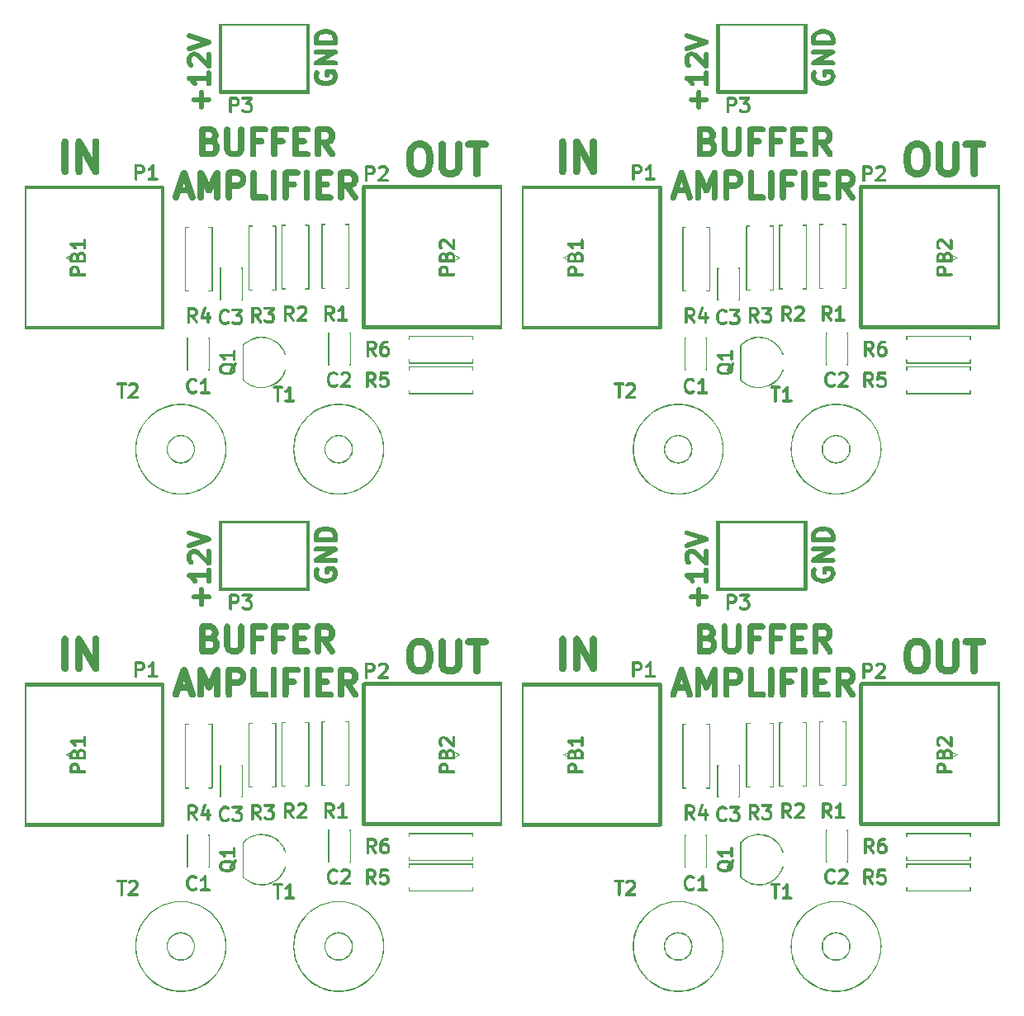
<source format=gto>
%MOIN*%
%OFA0B0*%
%FSLAX36Y36*%
%IPPOS*%
%LPD*%
G36*
X001176879Y001715800D02*
G01*
X001179920Y001716282D01*
X001182663Y001717680D01*
X001184841Y001719857D01*
X001186239Y001722601D01*
X001189989Y001730100D01*
X001190471Y001733141D01*
X001189989Y001736183D01*
X001188590Y001738927D01*
X001186414Y001741104D01*
X001183669Y001742502D01*
X001180628Y001742984D01*
X001177586Y001742502D01*
X001174843Y001741104D01*
X001172665Y001738927D01*
X001171267Y001736183D01*
X001167519Y001728684D01*
X001167036Y001725643D01*
X001167519Y001722601D01*
X001168915Y001719857D01*
X001171093Y001717680D01*
X001173837Y001716282D01*
X001176879Y001715800D01*
G37*
G36*
X001176879Y001704551D02*
G01*
X001179920Y001705033D01*
X001182663Y001706431D01*
X001184841Y001708609D01*
X001186239Y001711352D01*
X001186721Y001714393D01*
X001186721Y001725643D01*
X001186239Y001728684D01*
X001184841Y001731428D01*
X001182663Y001733605D01*
X001179920Y001735003D01*
X001176879Y001735485D01*
X001173837Y001735003D01*
X001171093Y001733605D01*
X001168915Y001731428D01*
X001167519Y001728684D01*
X001167036Y001725643D01*
X001167036Y001714393D01*
X001167519Y001711352D01*
X001168915Y001708609D01*
X001171093Y001706431D01*
X001173837Y001705033D01*
X001176879Y001704551D01*
G37*
G36*
X001180628Y001693303D02*
G01*
X001183669Y001693785D01*
X001186414Y001695182D01*
X001188590Y001697360D01*
X001189989Y001700104D01*
X001190471Y001703146D01*
X001189989Y001706186D01*
X001186239Y001717435D01*
X001184841Y001720179D01*
X001182663Y001722356D01*
X001179920Y001723754D01*
X001176879Y001724236D01*
X001173837Y001723754D01*
X001171093Y001722356D01*
X001168915Y001720179D01*
X001167519Y001717435D01*
X001167036Y001714393D01*
X001167519Y001711352D01*
X001171267Y001700104D01*
X001172665Y001697360D01*
X001174843Y001695182D01*
X001177586Y001693785D01*
X001180628Y001693303D01*
G37*
G36*
X001188127Y001685804D02*
G01*
X001191169Y001686284D01*
X001193912Y001687682D01*
X001196090Y001689861D01*
X001197488Y001692604D01*
X001197969Y001695646D01*
X001197488Y001698687D01*
X001196090Y001701431D01*
X001186414Y001711108D01*
X001183669Y001712507D01*
X001180628Y001712988D01*
X001177586Y001712507D01*
X001174843Y001711108D01*
X001172665Y001708930D01*
X001171267Y001706186D01*
X001170786Y001703146D01*
X001171267Y001700104D01*
X001172665Y001697360D01*
X001180165Y001689861D01*
X001182341Y001687682D01*
X001185086Y001686284D01*
X001188127Y001685804D01*
G37*
G36*
X001195626Y001682054D02*
G01*
X001198667Y001682536D01*
X001201412Y001683934D01*
X001203589Y001686111D01*
X001204987Y001688855D01*
X001205469Y001691897D01*
X001204987Y001694938D01*
X001203589Y001697681D01*
X001201412Y001699859D01*
X001198667Y001701257D01*
X001191169Y001705007D01*
X001188127Y001705489D01*
X001185086Y001705007D01*
X001182341Y001703609D01*
X001180165Y001701431D01*
X001178767Y001698687D01*
X001178284Y001695646D01*
X001178767Y001692604D01*
X001180165Y001689861D01*
X001182341Y001687682D01*
X001185086Y001686284D01*
X001192584Y001682536D01*
X001195626Y001682054D01*
G37*
G36*
X001210625Y001678304D02*
G01*
X001213666Y001678786D01*
X001216410Y001680185D01*
X001218587Y001682361D01*
X001219984Y001685106D01*
X001220467Y001688147D01*
X001219984Y001691188D01*
X001218587Y001693932D01*
X001216410Y001696110D01*
X001213666Y001697508D01*
X001198667Y001701257D01*
X001195626Y001701739D01*
X001192584Y001701257D01*
X001189841Y001699859D01*
X001187663Y001697681D01*
X001186265Y001694938D01*
X001185784Y001691897D01*
X001186265Y001688855D01*
X001187663Y001686111D01*
X001189841Y001683934D01*
X001192584Y001682536D01*
X001207583Y001678786D01*
X001210625Y001678304D01*
G37*
G36*
X001221872Y001678304D02*
G01*
X001224915Y001678786D01*
X001227658Y001680185D01*
X001229836Y001682361D01*
X001231233Y001685106D01*
X001231715Y001688147D01*
X001231233Y001691188D01*
X001229836Y001693932D01*
X001227658Y001696110D01*
X001224915Y001697508D01*
X001221872Y001697988D01*
X001210625Y001697988D01*
X001207583Y001697508D01*
X001204839Y001696110D01*
X001202661Y001693932D01*
X001201264Y001691188D01*
X001200782Y001688147D01*
X001201264Y001685106D01*
X001202661Y001682361D01*
X001204839Y001680185D01*
X001207583Y001678786D01*
X001210625Y001678304D01*
X001221872Y001678304D01*
G37*
G36*
X001221872Y001678304D02*
G01*
X001224915Y001678786D01*
X001239913Y001682536D01*
X001242656Y001683934D01*
X001244834Y001686111D01*
X001246232Y001688855D01*
X001246714Y001691897D01*
X001246232Y001694938D01*
X001244834Y001697681D01*
X001242656Y001699859D01*
X001239913Y001701257D01*
X001236871Y001701739D01*
X001233830Y001701257D01*
X001218832Y001697508D01*
X001216088Y001696110D01*
X001213910Y001693932D01*
X001212512Y001691188D01*
X001212030Y001688147D01*
X001212512Y001685106D01*
X001213910Y001682361D01*
X001216088Y001680185D01*
X001218832Y001678786D01*
X001221872Y001678304D01*
G37*
G36*
X001236871Y001682054D02*
G01*
X001239913Y001682536D01*
X001247411Y001686284D01*
X001250156Y001687682D01*
X001252332Y001689861D01*
X001253731Y001692604D01*
X001254213Y001695646D01*
X001253731Y001698687D01*
X001252332Y001701431D01*
X001250156Y001703609D01*
X001247411Y001705007D01*
X001244370Y001705489D01*
X001241330Y001705007D01*
X001233830Y001701257D01*
X001231087Y001699859D01*
X001228908Y001697681D01*
X001227510Y001694938D01*
X001227030Y001691897D01*
X001227510Y001688855D01*
X001228908Y001686111D01*
X001231087Y001683934D01*
X001233830Y001682536D01*
X001236871Y001682054D01*
G37*
G36*
X001244370Y001685804D02*
G01*
X001247411Y001686284D01*
X001250156Y001687682D01*
X001257654Y001695182D01*
X001259832Y001697360D01*
X001261229Y001700104D01*
X001261711Y001703146D01*
X001261229Y001706186D01*
X001259832Y001708930D01*
X001257654Y001711108D01*
X001254911Y001712507D01*
X001251869Y001712988D01*
X001248828Y001712507D01*
X001246083Y001711108D01*
X001243906Y001708930D01*
X001243906Y001708930D01*
X001236408Y001701431D01*
X001235009Y001698687D01*
X001234528Y001695646D01*
X001235009Y001692604D01*
X001236408Y001689861D01*
X001238585Y001687682D01*
X001241330Y001686284D01*
X001244370Y001685804D01*
G37*
G36*
X001251869Y001693303D02*
G01*
X001254911Y001693785D01*
X001257654Y001695182D01*
X001259832Y001697360D01*
X001261229Y001700104D01*
X001264979Y001711352D01*
X001265462Y001714393D01*
X001264979Y001717435D01*
X001263582Y001720179D01*
X001261403Y001722356D01*
X001258660Y001723754D01*
X001255619Y001724236D01*
X001252577Y001723754D01*
X001249834Y001722356D01*
X001247656Y001720179D01*
X001246258Y001717435D01*
X001242509Y001706186D01*
X001242026Y001703146D01*
X001242509Y001700104D01*
X001243906Y001697360D01*
X001246083Y001695182D01*
X001248828Y001693785D01*
X001251869Y001693303D01*
G37*
G36*
X001255619Y001704551D02*
G01*
X001258660Y001705033D01*
X001261403Y001706431D01*
X001263582Y001708609D01*
X001264979Y001711352D01*
X001265462Y001714393D01*
X001265462Y001721892D01*
X001264979Y001724935D01*
X001263582Y001727678D01*
X001261403Y001729855D01*
X001258660Y001731253D01*
X001255619Y001731735D01*
X001252577Y001731253D01*
X001249834Y001729855D01*
X001247656Y001727678D01*
X001246258Y001724935D01*
X001245777Y001721892D01*
X001245777Y001714393D01*
X001246258Y001711352D01*
X001247656Y001708609D01*
X001249834Y001706431D01*
X001252577Y001705033D01*
X001255619Y001704551D01*
G37*
G36*
X001255619Y001712050D02*
G01*
X001258660Y001712533D01*
X001261403Y001713930D01*
X001263582Y001716108D01*
X001264979Y001718852D01*
X001265462Y001721892D01*
X001264979Y001724935D01*
X001261229Y001736183D01*
X001259832Y001738927D01*
X001257654Y001741104D01*
X001254911Y001742502D01*
X001251869Y001742984D01*
X001248828Y001742502D01*
X001246083Y001741104D01*
X001243906Y001738927D01*
X001242509Y001736183D01*
X001242026Y001733141D01*
X001242509Y001730100D01*
X001246258Y001718852D01*
X001247656Y001716108D01*
X001249834Y001713930D01*
X001252577Y001712533D01*
X001255619Y001712050D01*
G37*
G36*
X001251869Y001723299D02*
G01*
X001254911Y001723780D01*
X001257654Y001725179D01*
X001259832Y001727355D01*
X001261229Y001730100D01*
X001261711Y001733141D01*
X001261229Y001736183D01*
X001259832Y001738927D01*
X001257654Y001741104D01*
X001253905Y001744854D01*
X001251160Y001746251D01*
X001248120Y001746732D01*
X001245078Y001746251D01*
X001242334Y001744854D01*
X001240158Y001742676D01*
X001238758Y001739932D01*
X001238277Y001736891D01*
X001238758Y001733849D01*
X001240158Y001731106D01*
X001242334Y001728928D01*
X001246083Y001725179D01*
X001248828Y001723780D01*
X001251869Y001723299D01*
G37*
G36*
X001248120Y001727048D02*
G01*
X001251160Y001727530D01*
X001253905Y001728928D01*
X001256082Y001731106D01*
X001257480Y001733849D01*
X001257962Y001736891D01*
X001257480Y001739932D01*
X001256082Y001742676D01*
X001253905Y001744854D01*
X001251160Y001746251D01*
X001248120Y001746732D01*
X001221872Y001746732D01*
X001218832Y001746251D01*
X001216088Y001744854D01*
X001213910Y001742676D01*
X001212512Y001739932D01*
X001212030Y001736891D01*
X001212512Y001733849D01*
X001213910Y001731106D01*
X001216088Y001728928D01*
X001218832Y001727530D01*
X001221872Y001727048D01*
X001248120Y001727048D01*
G37*
G36*
X001221872Y001712050D02*
G01*
X001224915Y001712533D01*
X001227658Y001713930D01*
X001229836Y001716108D01*
X001231233Y001718852D01*
X001231715Y001721892D01*
X001231715Y001736891D01*
X001231233Y001739932D01*
X001229836Y001742676D01*
X001227658Y001744854D01*
X001224915Y001746251D01*
X001221872Y001746732D01*
X001218832Y001746251D01*
X001216088Y001744854D01*
X001213910Y001742676D01*
X001212512Y001739932D01*
X001212030Y001736891D01*
X001212030Y001721892D01*
X001212512Y001718852D01*
X001213910Y001716108D01*
X001216088Y001713930D01*
X001218832Y001712533D01*
X001221872Y001712050D01*
G37*
G36*
X001255619Y001760794D02*
G01*
X001258660Y001761276D01*
X001261403Y001762674D01*
X001263582Y001764852D01*
X001264979Y001767595D01*
X001265462Y001770636D01*
X001264979Y001773678D01*
X001263582Y001776422D01*
X001261403Y001778599D01*
X001258660Y001779997D01*
X001255619Y001780479D01*
X001176879Y001780479D01*
X001173837Y001779997D01*
X001171093Y001778599D01*
X001168915Y001776422D01*
X001167519Y001773678D01*
X001167036Y001770636D01*
X001167519Y001767595D01*
X001168915Y001764852D01*
X001171093Y001762674D01*
X001173837Y001761276D01*
X001176879Y001760794D01*
X001255619Y001760794D01*
G37*
G36*
X001176879Y001760794D02*
G01*
X001179920Y001761276D01*
X001182663Y001762674D01*
X001261403Y001807668D01*
X001263582Y001809846D01*
X001264979Y001812589D01*
X001265462Y001815631D01*
X001264979Y001818671D01*
X001263582Y001821416D01*
X001261403Y001823594D01*
X001258660Y001824992D01*
X001255619Y001825473D01*
X001252577Y001824992D01*
X001249834Y001823594D01*
X001171093Y001778599D01*
X001168915Y001776422D01*
X001167519Y001773678D01*
X001167036Y001770636D01*
X001167519Y001767595D01*
X001168915Y001764852D01*
X001171093Y001762674D01*
X001173837Y001761276D01*
X001176879Y001760794D01*
G37*
G36*
X001255619Y001805788D02*
G01*
X001258660Y001806270D01*
X001261403Y001807668D01*
X001263582Y001809846D01*
X001264979Y001812589D01*
X001265462Y001815631D01*
X001264979Y001818671D01*
X001263582Y001821416D01*
X001261403Y001823594D01*
X001258660Y001824992D01*
X001255619Y001825473D01*
X001176879Y001825473D01*
X001173837Y001824992D01*
X001171093Y001823594D01*
X001168915Y001821416D01*
X001167519Y001818671D01*
X001167036Y001815631D01*
X001167519Y001812589D01*
X001168915Y001809846D01*
X001171093Y001807668D01*
X001173837Y001806270D01*
X001176879Y001805788D01*
X001255619Y001805788D01*
G37*
G36*
X001255619Y001843284D02*
G01*
X001258660Y001843765D01*
X001261403Y001845163D01*
X001263582Y001847341D01*
X001264979Y001850084D01*
X001265462Y001853126D01*
X001264979Y001856168D01*
X001263582Y001858912D01*
X001261403Y001861089D01*
X001258660Y001862487D01*
X001255619Y001862969D01*
X001176879Y001862969D01*
X001173837Y001862487D01*
X001171093Y001861089D01*
X001168915Y001858912D01*
X001167519Y001856168D01*
X001167036Y001853126D01*
X001167519Y001850084D01*
X001168915Y001847341D01*
X001171093Y001845163D01*
X001173837Y001843765D01*
X001176879Y001843284D01*
X001255619Y001843284D01*
G37*
G36*
X001176879Y001843284D02*
G01*
X001179920Y001843765D01*
X001182663Y001845163D01*
X001184841Y001847341D01*
X001186239Y001850084D01*
X001186721Y001853126D01*
X001186721Y001871874D01*
X001186239Y001874915D01*
X001184841Y001877659D01*
X001182663Y001879836D01*
X001179920Y001881235D01*
X001176879Y001881716D01*
X001173837Y001881235D01*
X001171093Y001879836D01*
X001168915Y001877659D01*
X001167519Y001874915D01*
X001167036Y001871874D01*
X001167036Y001853126D01*
X001167519Y001850084D01*
X001168915Y001847341D01*
X001171093Y001845163D01*
X001173837Y001843765D01*
X001176879Y001843284D01*
G37*
G36*
X001176879Y001862031D02*
G01*
X001179920Y001862513D01*
X001182663Y001863911D01*
X001184841Y001866089D01*
X001186239Y001868833D01*
X001189989Y001880081D01*
X001190471Y001883123D01*
X001189989Y001886164D01*
X001188590Y001888909D01*
X001186414Y001891085D01*
X001183669Y001892483D01*
X001180628Y001892966D01*
X001177586Y001892483D01*
X001174843Y001891085D01*
X001172665Y001888909D01*
X001171267Y001886164D01*
X001167519Y001874915D01*
X001167036Y001871874D01*
X001167519Y001868833D01*
X001168915Y001866089D01*
X001171093Y001863911D01*
X001173837Y001862513D01*
X001176879Y001862031D01*
G37*
G36*
X001180628Y001873281D02*
G01*
X001183669Y001873761D01*
X001186414Y001875159D01*
X001188590Y001877337D01*
X001196090Y001884836D01*
X001197488Y001887579D01*
X001197969Y001890622D01*
X001197488Y001893663D01*
X001196090Y001896407D01*
X001193912Y001898585D01*
X001191169Y001899982D01*
X001188127Y001900464D01*
X001185086Y001899982D01*
X001182341Y001898585D01*
X001180165Y001896407D01*
X001172665Y001888909D01*
X001171267Y001886164D01*
X001170786Y001883123D01*
X001171267Y001880081D01*
X001172665Y001877337D01*
X001174843Y001875159D01*
X001177586Y001873761D01*
X001180628Y001873281D01*
G37*
G36*
X001188127Y001880779D02*
G01*
X001191169Y001881261D01*
X001198667Y001885011D01*
X001201412Y001886408D01*
X001203589Y001888586D01*
X001204987Y001891329D01*
X001205469Y001894371D01*
X001204987Y001897413D01*
X001203589Y001900156D01*
X001201412Y001902334D01*
X001198667Y001903732D01*
X001195626Y001904213D01*
X001192584Y001903732D01*
X001185086Y001899982D01*
X001182341Y001898585D01*
X001180165Y001896407D01*
X001178767Y001893663D01*
X001178284Y001890622D01*
X001178767Y001887579D01*
X001180165Y001884836D01*
X001182341Y001882659D01*
X001185086Y001881261D01*
X001188127Y001880779D01*
G37*
G36*
X001195626Y001884528D02*
G01*
X001198667Y001885011D01*
X001213666Y001888760D01*
X001216410Y001890158D01*
X001218587Y001892335D01*
X001219984Y001895079D01*
X001220467Y001898121D01*
X001219984Y001901163D01*
X001218587Y001903906D01*
X001216410Y001906083D01*
X001213666Y001907481D01*
X001210625Y001907962D01*
X001207583Y001907481D01*
X001192584Y001903732D01*
X001189841Y001902334D01*
X001187663Y001900156D01*
X001186265Y001897413D01*
X001185784Y001894371D01*
X001186265Y001891329D01*
X001187663Y001888586D01*
X001189841Y001886408D01*
X001192584Y001885011D01*
X001195626Y001884528D01*
G37*
G36*
X001221872Y001888278D02*
G01*
X001224915Y001888760D01*
X001227658Y001890158D01*
X001229836Y001892335D01*
X001231233Y001895079D01*
X001231715Y001898121D01*
X001231233Y001901163D01*
X001229836Y001903906D01*
X001227658Y001906083D01*
X001224915Y001907481D01*
X001221872Y001907962D01*
X001210625Y001907962D01*
X001207583Y001907481D01*
X001204839Y001906083D01*
X001202661Y001903906D01*
X001201264Y001901163D01*
X001200782Y001898121D01*
X001201264Y001895079D01*
X001202661Y001892335D01*
X001204839Y001890158D01*
X001207583Y001888760D01*
X001210625Y001888278D01*
X001221872Y001888278D01*
G37*
G36*
X001236871Y001884528D02*
G01*
X001239913Y001885011D01*
X001242656Y001886408D01*
X001244834Y001888586D01*
X001246232Y001891329D01*
X001246714Y001894371D01*
X001246232Y001897413D01*
X001244834Y001900156D01*
X001242656Y001902334D01*
X001239913Y001903732D01*
X001224915Y001907481D01*
X001221872Y001907962D01*
X001218832Y001907481D01*
X001216088Y001906083D01*
X001213910Y001903906D01*
X001212512Y001901163D01*
X001212030Y001898121D01*
X001212512Y001895079D01*
X001213910Y001892335D01*
X001216088Y001890158D01*
X001218832Y001888760D01*
X001233830Y001885011D01*
X001236871Y001884528D01*
G37*
G36*
X001244370Y001880779D02*
G01*
X001247411Y001881261D01*
X001250156Y001882659D01*
X001252332Y001884836D01*
X001253731Y001887579D01*
X001254213Y001890622D01*
X001253731Y001893663D01*
X001252332Y001896407D01*
X001250156Y001898585D01*
X001247411Y001899982D01*
X001239913Y001903732D01*
X001236871Y001904213D01*
X001233830Y001903732D01*
X001231087Y001902334D01*
X001228908Y001900156D01*
X001227510Y001897413D01*
X001227030Y001894371D01*
X001227510Y001891329D01*
X001228908Y001888586D01*
X001231087Y001886408D01*
X001233830Y001885011D01*
X001241330Y001881261D01*
X001244370Y001880779D01*
G37*
G36*
X001251869Y001873281D02*
G01*
X001254911Y001873761D01*
X001257654Y001875159D01*
X001259832Y001877337D01*
X001261229Y001880081D01*
X001261711Y001883123D01*
X001261229Y001886164D01*
X001259832Y001888909D01*
X001257654Y001891085D01*
X001250156Y001898585D01*
X001247411Y001899982D01*
X001244370Y001900464D01*
X001241330Y001899982D01*
X001238585Y001898585D01*
X001236408Y001896407D01*
X001235009Y001893663D01*
X001234528Y001890622D01*
X001235009Y001887579D01*
X001236408Y001884836D01*
X001243905Y001877338D01*
X001243906Y001877337D01*
X001246083Y001875159D01*
X001248828Y001873761D01*
X001251869Y001873281D01*
G37*
G36*
X001255619Y001862031D02*
G01*
X001258660Y001862513D01*
X001261403Y001863911D01*
X001263582Y001866089D01*
X001264979Y001868833D01*
X001265462Y001871874D01*
X001264979Y001874915D01*
X001261229Y001886164D01*
X001259832Y001888909D01*
X001257654Y001891085D01*
X001254911Y001892483D01*
X001251869Y001892966D01*
X001248828Y001892483D01*
X001246083Y001891085D01*
X001243906Y001888909D01*
X001242509Y001886164D01*
X001242026Y001883123D01*
X001242509Y001880081D01*
X001246258Y001868833D01*
X001247656Y001866089D01*
X001249834Y001863911D01*
X001252577Y001862513D01*
X001255619Y001862031D01*
G37*
G36*
X001255619Y001843284D02*
G01*
X001258660Y001843765D01*
X001261403Y001845163D01*
X001263582Y001847341D01*
X001264979Y001850084D01*
X001265462Y001853126D01*
X001265462Y001871874D01*
X001264979Y001874915D01*
X001263582Y001877659D01*
X001261403Y001879836D01*
X001258660Y001881235D01*
X001255619Y001881716D01*
X001252577Y001881235D01*
X001249834Y001879836D01*
X001247656Y001877659D01*
X001246258Y001874915D01*
X001245777Y001871874D01*
X001245777Y001853126D01*
X001246258Y001850084D01*
X001247656Y001847341D01*
X001249834Y001845163D01*
X001252577Y001843765D01*
X001255619Y001843284D01*
G37*
G36*
X000714284Y001583708D02*
G01*
X000717325Y001584190D01*
X000720070Y001585588D01*
X000722247Y001587765D01*
X000723645Y001590509D01*
X000724127Y001593551D01*
X000724127Y001653542D01*
X000723645Y001656585D01*
X000722247Y001659328D01*
X000720070Y001661506D01*
X000717325Y001662904D01*
X000714284Y001663385D01*
X000711242Y001662904D01*
X000708499Y001661506D01*
X000706321Y001659328D01*
X000704923Y001656585D01*
X000704442Y001653542D01*
X000704442Y001593551D01*
X000704923Y001590509D01*
X000706321Y001587765D01*
X000708499Y001585588D01*
X000711242Y001584190D01*
X000714284Y001583708D01*
G37*
G36*
X000744282Y001613705D02*
G01*
X000747322Y001614186D01*
X000750065Y001615584D01*
X000752243Y001617762D01*
X000753640Y001620506D01*
X000754122Y001623547D01*
X000753640Y001626589D01*
X000752243Y001629333D01*
X000750065Y001631510D01*
X000747322Y001632908D01*
X000744282Y001633390D01*
X000684288Y001633390D01*
X000681246Y001632908D01*
X000678503Y001631510D01*
X000676325Y001629333D01*
X000674928Y001626589D01*
X000674444Y001623547D01*
X000674928Y001620506D01*
X000676325Y001617762D01*
X000678503Y001615584D01*
X000681246Y001614186D01*
X000684288Y001613705D01*
X000744282Y001613705D01*
G37*
G36*
X000744282Y001677446D02*
G01*
X000747322Y001677928D01*
X000750065Y001679326D01*
X000752243Y001681504D01*
X000753640Y001684248D01*
X000754122Y001687289D01*
X000754122Y001732283D01*
X000753640Y001735325D01*
X000752243Y001738067D01*
X000750065Y001740246D01*
X000747322Y001741644D01*
X000744282Y001742126D01*
X000741239Y001741644D01*
X000738496Y001740246D01*
X000736317Y001738067D01*
X000734919Y001735325D01*
X000734438Y001732283D01*
X000734438Y001687289D01*
X000734919Y001684248D01*
X000736317Y001681504D01*
X000738496Y001679326D01*
X000741239Y001677928D01*
X000744282Y001677446D01*
G37*
G36*
X000744282Y001699944D02*
G01*
X000747322Y001700425D01*
X000750065Y001701824D01*
X000752243Y001704002D01*
X000753640Y001706744D01*
X000754122Y001709786D01*
X000753640Y001712828D01*
X000752243Y001715571D01*
X000750065Y001717749D01*
X000747322Y001719147D01*
X000744282Y001719629D01*
X000665540Y001719629D01*
X000662499Y001719147D01*
X000659755Y001717749D01*
X000657577Y001715571D01*
X000656179Y001712828D01*
X000655698Y001709786D01*
X000656179Y001706744D01*
X000657577Y001704002D01*
X000659755Y001701824D01*
X000662499Y001700425D01*
X000665540Y001699944D01*
X000744282Y001699944D01*
G37*
G36*
X000676788Y001692445D02*
G01*
X000679830Y001692925D01*
X000682574Y001694324D01*
X000684752Y001696502D01*
X000686149Y001699246D01*
X000686630Y001702286D01*
X000686149Y001705329D01*
X000684752Y001708073D01*
X000682574Y001710250D01*
X000671325Y001717749D01*
X000668582Y001719147D01*
X000665540Y001719629D01*
X000662499Y001719147D01*
X000659755Y001717749D01*
X000657577Y001715571D01*
X000656179Y001712828D01*
X000655698Y001709786D01*
X000656179Y001706744D01*
X000657577Y001704002D01*
X000659755Y001701824D01*
X000671003Y001694324D01*
X000673747Y001692925D01*
X000676788Y001692445D01*
G37*
G36*
X000684288Y001684946D02*
G01*
X000687329Y001685427D01*
X000690072Y001686825D01*
X000692250Y001689003D01*
X000693648Y001691746D01*
X000694130Y001694788D01*
X000693648Y001697830D01*
X000692250Y001700574D01*
X000682574Y001710250D01*
X000679830Y001711648D01*
X000676788Y001712130D01*
X000673747Y001711648D01*
X000671003Y001710250D01*
X000668826Y001708073D01*
X000667427Y001705329D01*
X000666945Y001702286D01*
X000667427Y001699246D01*
X000668826Y001696502D01*
X000678503Y001686825D01*
X000681246Y001685427D01*
X000684288Y001684946D01*
G37*
G36*
X000688037Y001677446D02*
G01*
X000691078Y001677928D01*
X000693822Y001679326D01*
X000695999Y001681504D01*
X000697398Y001684248D01*
X000697880Y001687289D01*
X000697398Y001690331D01*
X000693648Y001697830D01*
X000692250Y001700574D01*
X000690072Y001702752D01*
X000687329Y001704149D01*
X000684288Y001704631D01*
X000681246Y001704149D01*
X000678503Y001702752D01*
X000676325Y001700574D01*
X000674928Y001697830D01*
X000674444Y001694788D01*
X000674928Y001691746D01*
X000678676Y001684248D01*
X000680074Y001681504D01*
X000682252Y001679326D01*
X000684995Y001677928D01*
X000688037Y001677446D01*
G37*
G36*
X000673039Y001752436D02*
G01*
X000676080Y001752919D01*
X000678825Y001754317D01*
X000681001Y001756494D01*
X000682400Y001759239D01*
X000682882Y001762279D01*
X000682400Y001765321D01*
X000681001Y001768065D01*
X000677251Y001771815D01*
X000675075Y001773991D01*
X000672331Y001775389D01*
X000669290Y001775872D01*
X000666248Y001775389D01*
X000663504Y001773991D01*
X000661326Y001771815D01*
X000659929Y001769071D01*
X000659447Y001766029D01*
X000659929Y001762988D01*
X000661326Y001760244D01*
X000665077Y001756494D01*
X000667254Y001754317D01*
X000669998Y001752919D01*
X000673039Y001752436D01*
G37*
G36*
X000669290Y001756187D02*
G01*
X000672331Y001756668D01*
X000675075Y001758067D01*
X000677251Y001760244D01*
X000678651Y001762988D01*
X000679132Y001766029D01*
X000678651Y001769071D01*
X000674900Y001776570D01*
X000673503Y001779314D01*
X000671325Y001781492D01*
X000668582Y001782889D01*
X000665540Y001783371D01*
X000662499Y001782889D01*
X000659755Y001781492D01*
X000657577Y001779314D01*
X000656179Y001776570D01*
X000655698Y001773528D01*
X000656179Y001770487D01*
X000659929Y001762988D01*
X000661326Y001760244D01*
X000663504Y001758067D01*
X000666248Y001756668D01*
X000669290Y001756187D01*
G37*
G36*
X000665540Y001763685D02*
G01*
X000668582Y001764167D01*
X000671325Y001765565D01*
X000673503Y001767743D01*
X000674900Y001770487D01*
X000675383Y001773528D01*
X000675383Y001792276D01*
X000674900Y001795317D01*
X000673503Y001798061D01*
X000671325Y001800239D01*
X000668582Y001801636D01*
X000665540Y001802118D01*
X000662499Y001801636D01*
X000659755Y001800239D01*
X000657577Y001798061D01*
X000656179Y001795317D01*
X000655698Y001792276D01*
X000655698Y001773528D01*
X000656179Y001770487D01*
X000657577Y001767743D01*
X000659755Y001765565D01*
X000662499Y001764167D01*
X000665540Y001763685D01*
G37*
G36*
X000665540Y001782433D02*
G01*
X000668582Y001782915D01*
X000671325Y001784313D01*
X000673503Y001786491D01*
X000674900Y001789234D01*
X000678651Y001796734D01*
X000679132Y001799775D01*
X000678651Y001802817D01*
X000677251Y001805560D01*
X000675075Y001807738D01*
X000672331Y001809136D01*
X000669290Y001809617D01*
X000666248Y001809136D01*
X000663504Y001807738D01*
X000661326Y001805560D01*
X000659929Y001802817D01*
X000656179Y001795317D01*
X000655698Y001792276D01*
X000656179Y001789234D01*
X000657577Y001786491D01*
X000659755Y001784313D01*
X000662499Y001782915D01*
X000665540Y001782433D01*
G37*
G36*
X000669290Y001789931D02*
G01*
X000672331Y001790415D01*
X000675075Y001791813D01*
X000677251Y001793989D01*
X000681001Y001797739D01*
X000682400Y001800483D01*
X000682882Y001803525D01*
X000682400Y001806566D01*
X000681001Y001809310D01*
X000678825Y001811486D01*
X000676080Y001812884D01*
X000673039Y001813367D01*
X000669998Y001812884D01*
X000667254Y001811486D01*
X000665077Y001809310D01*
X000661326Y001805560D01*
X000659929Y001802817D01*
X000659447Y001799775D01*
X000659929Y001796734D01*
X000661326Y001793989D01*
X000663504Y001791813D01*
X000666248Y001790415D01*
X000669290Y001789931D01*
G37*
G36*
X000673039Y001793682D02*
G01*
X000676080Y001794164D01*
X000683580Y001797913D01*
X000686323Y001799311D01*
X000688500Y001801489D01*
X000689899Y001804232D01*
X000690380Y001807274D01*
X000689899Y001810315D01*
X000688500Y001813059D01*
X000686323Y001815237D01*
X000683580Y001816635D01*
X000680537Y001817117D01*
X000677497Y001816635D01*
X000669998Y001812884D01*
X000667254Y001811486D01*
X000665077Y001809310D01*
X000663678Y001806566D01*
X000663197Y001803525D01*
X000663678Y001800483D01*
X000665077Y001797739D01*
X000667254Y001795562D01*
X000669998Y001794164D01*
X000673039Y001793682D01*
G37*
G36*
X000688037Y001797431D02*
G01*
X000691078Y001797913D01*
X000693822Y001799311D01*
X000695999Y001801489D01*
X000697398Y001804232D01*
X000697880Y001807274D01*
X000697398Y001810315D01*
X000695999Y001813059D01*
X000693822Y001815237D01*
X000691078Y001816635D01*
X000688037Y001817117D01*
X000680537Y001817117D01*
X000677497Y001816635D01*
X000674752Y001815237D01*
X000672575Y001813059D01*
X000671175Y001810315D01*
X000670695Y001807274D01*
X000671175Y001804232D01*
X000672575Y001801489D01*
X000674752Y001799311D01*
X000677497Y001797913D01*
X000680537Y001797431D01*
X000688037Y001797431D01*
G37*
G36*
X000699286Y001793682D02*
G01*
X000702328Y001794164D01*
X000705071Y001795562D01*
X000707249Y001797739D01*
X000708646Y001800483D01*
X000709129Y001803525D01*
X000708646Y001806566D01*
X000707249Y001809310D01*
X000705071Y001811486D01*
X000702328Y001812884D01*
X000691078Y001816635D01*
X000688037Y001817117D01*
X000684995Y001816635D01*
X000682252Y001815237D01*
X000680074Y001813059D01*
X000678676Y001810315D01*
X000678195Y001807274D01*
X000678676Y001804232D01*
X000680074Y001801489D01*
X000682252Y001799311D01*
X000684995Y001797913D01*
X000696244Y001794164D01*
X000699286Y001793682D01*
G37*
G36*
X000744282Y001748688D02*
G01*
X000747322Y001749170D01*
X000750065Y001750567D01*
X000752243Y001752745D01*
X000753640Y001755489D01*
X000754122Y001758531D01*
X000753640Y001761571D01*
X000752243Y001764316D01*
X000705071Y001811486D01*
X000702328Y001812884D01*
X000699286Y001813367D01*
X000696244Y001812884D01*
X000693501Y001811486D01*
X000691323Y001809310D01*
X000689925Y001806566D01*
X000689443Y001803525D01*
X000689925Y001800483D01*
X000691323Y001797739D01*
X000693501Y001795562D01*
X000738496Y001750567D01*
X000741239Y001749170D01*
X000744282Y001748688D01*
G37*
G36*
X000744282Y001748688D02*
G01*
X000747322Y001749170D01*
X000750065Y001750567D01*
X000752243Y001752745D01*
X000753640Y001755489D01*
X000754122Y001758531D01*
X000754122Y001807274D01*
X000753640Y001810315D01*
X000752243Y001813059D01*
X000750065Y001815237D01*
X000747322Y001816635D01*
X000744282Y001817117D01*
X000741239Y001816635D01*
X000738496Y001815237D01*
X000736317Y001813059D01*
X000734919Y001810315D01*
X000734438Y001807274D01*
X000734438Y001758531D01*
X000734919Y001755489D01*
X000736317Y001752745D01*
X000738496Y001750567D01*
X000741239Y001749170D01*
X000744282Y001748688D01*
G37*
G36*
X000665540Y001819929D02*
G01*
X000668582Y001820410D01*
X000747322Y001846658D01*
X000750065Y001848056D01*
X000752243Y001850233D01*
X000753640Y001852977D01*
X000754122Y001856018D01*
X000753640Y001859059D01*
X000752243Y001861803D01*
X000750065Y001863981D01*
X000747322Y001865379D01*
X000744282Y001865860D01*
X000741239Y001865379D01*
X000662499Y001839131D01*
X000659755Y001837735D01*
X000657577Y001835557D01*
X000656179Y001832813D01*
X000655698Y001829771D01*
X000656179Y001826730D01*
X000657577Y001823986D01*
X000659755Y001821808D01*
X000662499Y001820410D01*
X000665540Y001819929D01*
G37*
G36*
X000744282Y001846175D02*
G01*
X000747322Y001846658D01*
X000750065Y001848056D01*
X000752243Y001850233D01*
X000753640Y001852977D01*
X000754122Y001856018D01*
X000753640Y001859059D01*
X000752243Y001861803D01*
X000750065Y001863981D01*
X000747322Y001865379D01*
X000668582Y001891625D01*
X000665540Y001892107D01*
X000662499Y001891625D01*
X000659755Y001890227D01*
X000657577Y001888050D01*
X000656179Y001885306D01*
X000655698Y001882265D01*
X000656179Y001879223D01*
X000657577Y001876480D01*
X000659755Y001874302D01*
X000662499Y001872904D01*
X000741239Y001846658D01*
X000744282Y001846175D01*
G37*
G36*
X000766093Y001438515D02*
G01*
X000769956Y001439127D01*
X000773441Y001440902D01*
X000776206Y001443668D01*
X000777982Y001447152D01*
X000778593Y001451014D01*
X000777982Y001454878D01*
X000776206Y001458362D01*
X000773441Y001461126D01*
X000769956Y001462904D01*
X000755669Y001467664D01*
X000751808Y001468277D01*
X000747945Y001467664D01*
X000744460Y001465889D01*
X000741695Y001463124D01*
X000739919Y001459640D01*
X000739308Y001455776D01*
X000739919Y001451914D01*
X000741695Y001448430D01*
X000744460Y001445665D01*
X000747945Y001443888D01*
X000762230Y001439127D01*
X000766093Y001438515D01*
G37*
G36*
X000770855Y001433754D02*
G01*
X000774718Y001434365D01*
X000778202Y001436140D01*
X000780968Y001438905D01*
X000782744Y001442391D01*
X000783356Y001446253D01*
X000782744Y001450116D01*
X000780968Y001453601D01*
X000773441Y001461126D01*
X000769956Y001462904D01*
X000766093Y001463515D01*
X000762230Y001462904D01*
X000758745Y001461126D01*
X000755981Y001458362D01*
X000754205Y001454878D01*
X000753594Y001451014D01*
X000754205Y001447152D01*
X000755981Y001443668D01*
X000763508Y001436140D01*
X000766993Y001434365D01*
X000770855Y001433754D01*
G37*
G36*
X000775618Y001424229D02*
G01*
X000779480Y001424841D01*
X000782964Y001426616D01*
X000785730Y001429382D01*
X000787505Y001432866D01*
X000788117Y001436729D01*
X000787505Y001440593D01*
X000782744Y001450116D01*
X000780968Y001453601D01*
X000778202Y001456366D01*
X000774718Y001458141D01*
X000770855Y001458753D01*
X000766993Y001458141D01*
X000763508Y001456366D01*
X000760742Y001453601D01*
X000758967Y001450116D01*
X000758355Y001446253D01*
X000758967Y001442391D01*
X000763729Y001432866D01*
X000765505Y001429382D01*
X000768270Y001426616D01*
X000771754Y001424841D01*
X000775618Y001424229D01*
G37*
G36*
X000775618Y001409943D02*
G01*
X000779480Y001410555D01*
X000782964Y001412331D01*
X000785730Y001415096D01*
X000787505Y001418581D01*
X000788117Y001422443D01*
X000788117Y001436729D01*
X000787505Y001440593D01*
X000785730Y001444076D01*
X000782964Y001446842D01*
X000779480Y001448616D01*
X000775618Y001449230D01*
X000771754Y001448616D01*
X000768270Y001446842D01*
X000765505Y001444076D01*
X000763729Y001440593D01*
X000763117Y001436729D01*
X000763117Y001422443D01*
X000763729Y001418581D01*
X000765505Y001415096D01*
X000768270Y001412331D01*
X000771754Y001410555D01*
X000775618Y001409943D01*
G37*
G36*
X000770855Y001400419D02*
G01*
X000774718Y001401030D01*
X000778202Y001402807D01*
X000780968Y001405572D01*
X000782744Y001409057D01*
X000787505Y001418581D01*
X000788117Y001422443D01*
X000787505Y001426306D01*
X000785730Y001429791D01*
X000782964Y001432556D01*
X000779480Y001434331D01*
X000775618Y001434942D01*
X000771754Y001434331D01*
X000768270Y001432556D01*
X000765505Y001429791D01*
X000763729Y001426306D01*
X000758967Y001416783D01*
X000758355Y001412919D01*
X000758967Y001409057D01*
X000760742Y001405572D01*
X000763508Y001402807D01*
X000766993Y001401030D01*
X000770855Y001400419D01*
G37*
G36*
X000766093Y001395657D02*
G01*
X000769956Y001396270D01*
X000773441Y001398045D01*
X000780968Y001405572D01*
X000782744Y001409057D01*
X000783356Y001412919D01*
X000782744Y001416783D01*
X000780968Y001420266D01*
X000778202Y001423031D01*
X000774718Y001424807D01*
X000770855Y001425420D01*
X000766993Y001424807D01*
X000763508Y001423031D01*
X000760742Y001420266D01*
X000755981Y001415505D01*
X000754205Y001412020D01*
X000753594Y001408158D01*
X000754205Y001404296D01*
X000755981Y001400811D01*
X000758745Y001398045D01*
X000762230Y001396270D01*
X000766093Y001395657D01*
G37*
G36*
X000756570Y001390896D02*
G01*
X000760432Y001391508D01*
X000769956Y001396270D01*
X000773441Y001398045D01*
X000776206Y001400811D01*
X000777982Y001404296D01*
X000778593Y001408158D01*
X000777982Y001412020D01*
X000776206Y001415505D01*
X000773441Y001418270D01*
X000769956Y001420046D01*
X000766093Y001420658D01*
X000762230Y001420046D01*
X000752707Y001415284D01*
X000749222Y001413509D01*
X000746458Y001410742D01*
X000744682Y001407257D01*
X000744068Y001403396D01*
X000744682Y001399533D01*
X000746458Y001396048D01*
X000749222Y001393283D01*
X000752707Y001391508D01*
X000756570Y001390896D01*
G37*
G36*
X000756570Y001390896D02*
G01*
X000760432Y001391508D01*
X000763916Y001393283D01*
X000766682Y001396048D01*
X000768458Y001399533D01*
X000769069Y001403396D01*
X000768458Y001407257D01*
X000766682Y001410742D01*
X000763916Y001413509D01*
X000760432Y001415284D01*
X000756570Y001415895D01*
X000718475Y001415895D01*
X000714611Y001415284D01*
X000711127Y001413509D01*
X000708362Y001410742D01*
X000706586Y001407257D01*
X000705975Y001403396D01*
X000706586Y001399533D01*
X000708362Y001396048D01*
X000711127Y001393283D01*
X000714611Y001391508D01*
X000718475Y001390896D01*
X000756570Y001390896D01*
G37*
G36*
X000718475Y001390896D02*
G01*
X000722337Y001391508D01*
X000725821Y001393283D01*
X000728587Y001396048D01*
X000730362Y001399533D01*
X000730974Y001403396D01*
X000730974Y001503396D01*
X000730362Y001507258D01*
X000728587Y001510743D01*
X000725821Y001513508D01*
X000722337Y001515284D01*
X000718475Y001515896D01*
X000714611Y001515284D01*
X000711127Y001513508D01*
X000708362Y001510743D01*
X000706586Y001507258D01*
X000705975Y001503396D01*
X000705975Y001403396D01*
X000706586Y001399533D01*
X000708362Y001396048D01*
X000711127Y001393283D01*
X000714611Y001391508D01*
X000718475Y001390896D01*
G37*
G36*
X000751808Y001490896D02*
G01*
X000755669Y001491506D01*
X000759154Y001493284D01*
X000761921Y001496049D01*
X000763696Y001499533D01*
X000764307Y001503396D01*
X000763696Y001507258D01*
X000761921Y001510743D01*
X000759154Y001513508D01*
X000755669Y001515284D01*
X000751808Y001515896D01*
X000718475Y001515896D01*
X000714611Y001515284D01*
X000711127Y001513508D01*
X000708362Y001510743D01*
X000706586Y001507258D01*
X000705975Y001503396D01*
X000706586Y001499533D01*
X000708362Y001496049D01*
X000711127Y001493284D01*
X000714611Y001491506D01*
X000718475Y001490896D01*
X000751808Y001490896D01*
G37*
G36*
X000761331Y001486134D02*
G01*
X000765192Y001486745D01*
X000768678Y001488521D01*
X000771444Y001491286D01*
X000773219Y001494771D01*
X000773831Y001498633D01*
X000773219Y001502497D01*
X000771444Y001505981D01*
X000768678Y001508746D01*
X000765192Y001510523D01*
X000755669Y001515284D01*
X000751808Y001515896D01*
X000747945Y001515284D01*
X000744460Y001513508D01*
X000741695Y001510743D01*
X000739919Y001507258D01*
X000739308Y001503396D01*
X000739919Y001499533D01*
X000741695Y001496049D01*
X000744460Y001493284D01*
X000747945Y001491506D01*
X000757468Y001486745D01*
X000761331Y001486134D01*
G37*
G36*
X000766093Y001481372D02*
G01*
X000769956Y001481983D01*
X000773441Y001483759D01*
X000776206Y001486525D01*
X000777982Y001490009D01*
X000778593Y001493872D01*
X000777982Y001497735D01*
X000776206Y001501218D01*
X000773441Y001503985D01*
X000768678Y001508746D01*
X000765192Y001510523D01*
X000761331Y001511133D01*
X000757468Y001510523D01*
X000753984Y001508746D01*
X000751219Y001505981D01*
X000749443Y001502497D01*
X000748832Y001498633D01*
X000749443Y001494771D01*
X000751219Y001491286D01*
X000758745Y001483759D01*
X000762230Y001481983D01*
X000766093Y001481372D01*
G37*
G36*
X000770855Y001471848D02*
G01*
X000774718Y001472460D01*
X000778202Y001474235D01*
X000780968Y001477001D01*
X000782744Y001480485D01*
X000783356Y001484348D01*
X000782744Y001488211D01*
X000777982Y001497735D01*
X000776206Y001501218D01*
X000773441Y001503985D01*
X000769956Y001505760D01*
X000766093Y001506371D01*
X000762230Y001505760D01*
X000758745Y001503985D01*
X000755981Y001501218D01*
X000754205Y001497735D01*
X000753594Y001493872D01*
X000754205Y001490009D01*
X000758967Y001480485D01*
X000760742Y001477001D01*
X000763508Y001474235D01*
X000766993Y001472460D01*
X000770855Y001471848D01*
G37*
G36*
X000770855Y001462324D02*
G01*
X000774718Y001462936D01*
X000778202Y001464712D01*
X000780968Y001467477D01*
X000782744Y001470961D01*
X000783356Y001474824D01*
X000783356Y001484348D01*
X000782744Y001488211D01*
X000780968Y001491696D01*
X000778202Y001494461D01*
X000774718Y001496236D01*
X000770855Y001496848D01*
X000766993Y001496236D01*
X000763508Y001494461D01*
X000760742Y001491696D01*
X000758967Y001488211D01*
X000758355Y001484348D01*
X000758355Y001474824D01*
X000758967Y001470961D01*
X000760742Y001467477D01*
X000763508Y001464712D01*
X000766993Y001462936D01*
X000770855Y001462324D01*
G37*
G36*
X000766093Y001452801D02*
G01*
X000769956Y001453413D01*
X000773441Y001455188D01*
X000776206Y001457953D01*
X000777982Y001461438D01*
X000782744Y001470961D01*
X000783356Y001474824D01*
X000782744Y001478687D01*
X000780968Y001482171D01*
X000778202Y001484937D01*
X000774718Y001486711D01*
X000770855Y001487324D01*
X000766993Y001486711D01*
X000763508Y001484937D01*
X000760742Y001482171D01*
X000758967Y001478687D01*
X000754205Y001469163D01*
X000753594Y001465301D01*
X000754205Y001461438D01*
X000755981Y001457953D01*
X000758745Y001455188D01*
X000762230Y001453413D01*
X000766093Y001452801D01*
G37*
G36*
X000761331Y001448039D02*
G01*
X000765192Y001448650D01*
X000768678Y001450426D01*
X000776206Y001457953D01*
X000777982Y001461438D01*
X000778593Y001465301D01*
X000777982Y001469163D01*
X000776206Y001472648D01*
X000773441Y001475413D01*
X000769956Y001477189D01*
X000766093Y001477800D01*
X000762230Y001477189D01*
X000758745Y001475413D01*
X000751219Y001467886D01*
X000749443Y001464401D01*
X000748832Y001460539D01*
X000749443Y001456676D01*
X000751219Y001453191D01*
X000753984Y001450426D01*
X000757468Y001448650D01*
X000761331Y001448039D01*
G37*
G36*
X000751808Y001443277D02*
G01*
X000755669Y001443888D01*
X000765192Y001448650D01*
X000768678Y001450426D01*
X000771444Y001453191D01*
X000773219Y001456676D01*
X000773831Y001460539D01*
X000773219Y001464401D01*
X000771444Y001467886D01*
X000768678Y001470652D01*
X000765192Y001472427D01*
X000761331Y001473039D01*
X000757468Y001472427D01*
X000747945Y001467664D01*
X000744460Y001465889D01*
X000741695Y001463124D01*
X000739919Y001459640D01*
X000739308Y001455776D01*
X000739919Y001451914D01*
X000741695Y001448430D01*
X000744460Y001445665D01*
X000747945Y001443888D01*
X000751808Y001443277D01*
G37*
G36*
X000751808Y001443277D02*
G01*
X000755669Y001443888D01*
X000759154Y001445665D01*
X000761921Y001448430D01*
X000763696Y001451914D01*
X000764307Y001455776D01*
X000763696Y001459640D01*
X000761921Y001463124D01*
X000759154Y001465889D01*
X000755669Y001467664D01*
X000751808Y001468277D01*
X000718475Y001468277D01*
X000714611Y001467664D01*
X000711127Y001465889D01*
X000708362Y001463124D01*
X000706586Y001459640D01*
X000705975Y001455776D01*
X000706586Y001451914D01*
X000708362Y001448430D01*
X000711127Y001445665D01*
X000714611Y001443888D01*
X000718475Y001443277D01*
X000751808Y001443277D01*
G37*
G36*
X000818475Y001409943D02*
G01*
X000822337Y001410555D01*
X000825821Y001412331D01*
X000828586Y001415096D01*
X000830362Y001418581D01*
X000830974Y001422443D01*
X000830974Y001503396D01*
X000830362Y001507258D01*
X000828586Y001510743D01*
X000825821Y001513508D01*
X000822337Y001515284D01*
X000818475Y001515896D01*
X000814612Y001515284D01*
X000811128Y001513508D01*
X000808362Y001510743D01*
X000806586Y001507258D01*
X000805974Y001503396D01*
X000805974Y001422443D01*
X000806586Y001418581D01*
X000808362Y001415096D01*
X000811128Y001412331D01*
X000814612Y001410555D01*
X000818475Y001409943D01*
G37*
G36*
X000823236Y001400419D02*
G01*
X000827098Y001401030D01*
X000830584Y001402807D01*
X000833349Y001405572D01*
X000835123Y001409057D01*
X000835736Y001412919D01*
X000835123Y001416783D01*
X000830362Y001426306D01*
X000828586Y001429791D01*
X000825821Y001432556D01*
X000822337Y001434331D01*
X000818475Y001434942D01*
X000814612Y001434331D01*
X000811128Y001432556D01*
X000808362Y001429791D01*
X000806586Y001426306D01*
X000805974Y001422443D01*
X000806586Y001418581D01*
X000811347Y001409057D01*
X000813124Y001405572D01*
X000815889Y001402807D01*
X000819372Y001401030D01*
X000823236Y001400419D01*
G37*
G36*
X000827998Y001395657D02*
G01*
X000831861Y001396270D01*
X000835346Y001398045D01*
X000838109Y001400811D01*
X000839887Y001404296D01*
X000840499Y001408158D01*
X000839887Y001412020D01*
X000838109Y001415505D01*
X000830584Y001423031D01*
X000827098Y001424807D01*
X000823236Y001425420D01*
X000819372Y001424807D01*
X000815889Y001423031D01*
X000813124Y001420266D01*
X000811347Y001416783D01*
X000810736Y001412919D01*
X000811347Y001409057D01*
X000813124Y001405572D01*
X000820650Y001398045D01*
X000824136Y001396270D01*
X000827998Y001395657D01*
G37*
G36*
X000837522Y001390896D02*
G01*
X000841384Y001391508D01*
X000844869Y001393283D01*
X000847635Y001396048D01*
X000849410Y001399533D01*
X000850022Y001403396D01*
X000849410Y001407257D01*
X000847635Y001410742D01*
X000844869Y001413509D01*
X000841384Y001415284D01*
X000831861Y001420046D01*
X000827998Y001420658D01*
X000824136Y001420046D01*
X000820650Y001418270D01*
X000817886Y001415505D01*
X000816110Y001412020D01*
X000815499Y001408158D01*
X000816110Y001404296D01*
X000817886Y001400811D01*
X000820650Y001398045D01*
X000824136Y001396270D01*
X000833659Y001391508D01*
X000837522Y001390896D01*
G37*
G36*
X000856570Y001390896D02*
G01*
X000860432Y001391508D01*
X000863917Y001393283D01*
X000866682Y001396048D01*
X000868458Y001399533D01*
X000869070Y001403396D01*
X000868458Y001407257D01*
X000866682Y001410742D01*
X000863917Y001413509D01*
X000860432Y001415284D01*
X000856570Y001415895D01*
X000837522Y001415895D01*
X000833659Y001415284D01*
X000830175Y001413509D01*
X000827408Y001410742D01*
X000825634Y001407257D01*
X000825022Y001403396D01*
X000825634Y001399533D01*
X000827408Y001396048D01*
X000830175Y001393283D01*
X000833659Y001391508D01*
X000837522Y001390896D01*
X000856570Y001390896D01*
G37*
G36*
X000856570Y001390896D02*
G01*
X000860432Y001391508D01*
X000869956Y001396270D01*
X000873441Y001398045D01*
X000876206Y001400811D01*
X000877981Y001404296D01*
X000878593Y001408158D01*
X000877981Y001412020D01*
X000876206Y001415505D01*
X000873441Y001418270D01*
X000869956Y001420046D01*
X000866093Y001420658D01*
X000862230Y001420046D01*
X000852707Y001415284D01*
X000849223Y001413509D01*
X000846455Y001410742D01*
X000844681Y001407257D01*
X000844069Y001403396D01*
X000844681Y001399533D01*
X000846455Y001396048D01*
X000849223Y001393283D01*
X000852707Y001391508D01*
X000856570Y001390896D01*
G37*
G36*
X000866093Y001395657D02*
G01*
X000869956Y001396270D01*
X000873441Y001398045D01*
X000880968Y001405572D01*
X000882744Y001409057D01*
X000883356Y001412919D01*
X000882744Y001416783D01*
X000880968Y001420266D01*
X000878202Y001423031D01*
X000874718Y001424807D01*
X000870855Y001425420D01*
X000866993Y001424807D01*
X000863507Y001423031D01*
X000860744Y001420266D01*
X000855981Y001415505D01*
X000854204Y001412020D01*
X000853594Y001408158D01*
X000854204Y001404296D01*
X000855981Y001400811D01*
X000858746Y001398045D01*
X000862230Y001396270D01*
X000866093Y001395657D01*
G37*
G36*
X000870855Y001400419D02*
G01*
X000874718Y001401030D01*
X000878202Y001402807D01*
X000880968Y001405572D01*
X000882744Y001409057D01*
X000887505Y001418581D01*
X000888117Y001422443D01*
X000887505Y001426306D01*
X000885730Y001429791D01*
X000882964Y001432556D01*
X000879479Y001434331D01*
X000875618Y001434942D01*
X000871754Y001434331D01*
X000868270Y001432556D01*
X000865504Y001429791D01*
X000863729Y001426306D01*
X000858967Y001416783D01*
X000858355Y001412919D01*
X000858967Y001409057D01*
X000860744Y001405572D01*
X000863507Y001402807D01*
X000866993Y001401030D01*
X000870855Y001400419D01*
G37*
G36*
X000875618Y001409943D02*
G01*
X000879479Y001410555D01*
X000882964Y001412331D01*
X000885730Y001415096D01*
X000887505Y001418581D01*
X000888117Y001422443D01*
X000888117Y001503396D01*
X000887505Y001507258D01*
X000885730Y001510743D01*
X000882964Y001513508D01*
X000879479Y001515284D01*
X000875618Y001515896D01*
X000871754Y001515284D01*
X000868270Y001513508D01*
X000865504Y001510743D01*
X000863729Y001507258D01*
X000863117Y001503396D01*
X000863117Y001422443D01*
X000863729Y001418581D01*
X000865504Y001415096D01*
X000868270Y001412331D01*
X000871754Y001410555D01*
X000875618Y001409943D01*
G37*
G36*
X000956569Y001443277D02*
G01*
X000960432Y001443888D01*
X000963917Y001445665D01*
X000966682Y001448430D01*
X000968458Y001451914D01*
X000969070Y001455776D01*
X000968458Y001459640D01*
X000966682Y001463124D01*
X000963917Y001465889D01*
X000960432Y001467664D01*
X000956569Y001468277D01*
X000923236Y001468277D01*
X000919372Y001467664D01*
X000915889Y001465889D01*
X000913124Y001463124D01*
X000911348Y001459640D01*
X000910736Y001455776D01*
X000911348Y001451914D01*
X000913124Y001448430D01*
X000915889Y001445665D01*
X000919372Y001443888D01*
X000923236Y001443277D01*
X000956569Y001443277D01*
G37*
G36*
X000923236Y001390896D02*
G01*
X000927099Y001391508D01*
X000930583Y001393283D01*
X000933349Y001396048D01*
X000935124Y001399533D01*
X000935736Y001403396D01*
X000935736Y001503396D01*
X000935124Y001507258D01*
X000933349Y001510743D01*
X000930583Y001513508D01*
X000927099Y001515284D01*
X000923236Y001515896D01*
X000919372Y001515284D01*
X000915889Y001513508D01*
X000913124Y001510743D01*
X000911348Y001507258D01*
X000910736Y001503396D01*
X000910736Y001403396D01*
X000911348Y001399533D01*
X000913124Y001396048D01*
X000915889Y001393283D01*
X000919372Y001391508D01*
X000923236Y001390896D01*
G37*
G36*
X000970855Y001490896D02*
G01*
X000974718Y001491506D01*
X000978203Y001493284D01*
X000980967Y001496049D01*
X000982744Y001499533D01*
X000983356Y001503396D01*
X000982744Y001507258D01*
X000980967Y001510743D01*
X000978203Y001513508D01*
X000974718Y001515284D01*
X000970855Y001515896D01*
X000923236Y001515896D01*
X000919372Y001515284D01*
X000915889Y001513508D01*
X000913124Y001510743D01*
X000911348Y001507258D01*
X000910736Y001503396D01*
X000911348Y001499533D01*
X000913124Y001496049D01*
X000915889Y001493284D01*
X000919372Y001491506D01*
X000923236Y001490896D01*
X000970855Y001490896D01*
G37*
G36*
X001042284Y001443277D02*
G01*
X001046146Y001443888D01*
X001049632Y001445665D01*
X001052397Y001448430D01*
X001054172Y001451914D01*
X001054784Y001455776D01*
X001054172Y001459640D01*
X001052397Y001463124D01*
X001049632Y001465889D01*
X001046146Y001467664D01*
X001042284Y001468277D01*
X001008950Y001468277D01*
X001005087Y001467664D01*
X001001603Y001465889D01*
X000998838Y001463124D01*
X000997062Y001459640D01*
X000996450Y001455776D01*
X000997062Y001451914D01*
X000998838Y001448430D01*
X001001603Y001445665D01*
X001005087Y001443888D01*
X001008950Y001443277D01*
X001042284Y001443277D01*
G37*
G36*
X001008950Y001390896D02*
G01*
X001012814Y001391508D01*
X001016297Y001393283D01*
X001019063Y001396048D01*
X001020839Y001399533D01*
X001021451Y001403396D01*
X001021451Y001503396D01*
X001020839Y001507258D01*
X001019063Y001510743D01*
X001016297Y001513508D01*
X001012814Y001515284D01*
X001008950Y001515896D01*
X001005087Y001515284D01*
X001001603Y001513508D01*
X000998838Y001510743D01*
X000997062Y001507258D01*
X000996450Y001503396D01*
X000996450Y001403396D01*
X000997062Y001399533D01*
X000998838Y001396048D01*
X001001603Y001393283D01*
X001005087Y001391508D01*
X001008950Y001390896D01*
G37*
G36*
X001056569Y001490896D02*
G01*
X001060432Y001491506D01*
X001063917Y001493284D01*
X001066683Y001496049D01*
X001068458Y001499533D01*
X001069070Y001503396D01*
X001068458Y001507258D01*
X001066683Y001510743D01*
X001063917Y001513508D01*
X001060432Y001515284D01*
X001056569Y001515896D01*
X001008950Y001515896D01*
X001005087Y001515284D01*
X001001603Y001513508D01*
X000998838Y001510743D01*
X000997062Y001507258D01*
X000996450Y001503396D01*
X000997062Y001499533D01*
X000998838Y001496049D01*
X001001603Y001493284D01*
X001005087Y001491506D01*
X001008950Y001490896D01*
X001056569Y001490896D01*
G37*
G36*
X001127999Y001443277D02*
G01*
X001131860Y001443888D01*
X001135346Y001445665D01*
X001138111Y001448430D01*
X001139886Y001451914D01*
X001140498Y001455776D01*
X001139886Y001459640D01*
X001138111Y001463124D01*
X001135346Y001465889D01*
X001131860Y001467664D01*
X001127999Y001468277D01*
X001094665Y001468277D01*
X001090803Y001467664D01*
X001087318Y001465889D01*
X001084552Y001463124D01*
X001082777Y001459640D01*
X001082165Y001455776D01*
X001082777Y001451914D01*
X001084552Y001448430D01*
X001087318Y001445665D01*
X001090803Y001443888D01*
X001094665Y001443277D01*
X001127999Y001443277D01*
G37*
G36*
X001142284Y001390896D02*
G01*
X001146147Y001391508D01*
X001149631Y001393283D01*
X001152397Y001396048D01*
X001154172Y001399533D01*
X001154784Y001403396D01*
X001154172Y001407257D01*
X001152397Y001410742D01*
X001149631Y001413509D01*
X001146147Y001415284D01*
X001142284Y001415895D01*
X001094665Y001415895D01*
X001090803Y001415284D01*
X001087318Y001413509D01*
X001084552Y001410742D01*
X001082777Y001407257D01*
X001082165Y001403396D01*
X001082777Y001399533D01*
X001084552Y001396048D01*
X001087318Y001393283D01*
X001090803Y001391508D01*
X001094665Y001390896D01*
X001142284Y001390896D01*
G37*
G36*
X001094665Y001390896D02*
G01*
X001098528Y001391508D01*
X001102012Y001393283D01*
X001104777Y001396048D01*
X001106553Y001399533D01*
X001107165Y001403396D01*
X001107165Y001503396D01*
X001106553Y001507258D01*
X001104777Y001510743D01*
X001102012Y001513508D01*
X001098528Y001515284D01*
X001094665Y001515896D01*
X001090803Y001515284D01*
X001087318Y001513508D01*
X001084552Y001510743D01*
X001082777Y001507258D01*
X001082165Y001503396D01*
X001082165Y001403396D01*
X001082777Y001399533D01*
X001084552Y001396048D01*
X001087318Y001393283D01*
X001090803Y001391508D01*
X001094665Y001390896D01*
G37*
G36*
X001142284Y001490896D02*
G01*
X001146147Y001491506D01*
X001149631Y001493284D01*
X001152397Y001496049D01*
X001154172Y001499533D01*
X001154784Y001503396D01*
X001154172Y001507258D01*
X001152397Y001510743D01*
X001149631Y001513508D01*
X001146147Y001515284D01*
X001142284Y001515896D01*
X001094665Y001515896D01*
X001090803Y001515284D01*
X001087318Y001513508D01*
X001084552Y001510743D01*
X001082777Y001507258D01*
X001082165Y001503396D01*
X001082777Y001499533D01*
X001084552Y001496049D01*
X001087318Y001493284D01*
X001090803Y001491506D01*
X001094665Y001490896D01*
X001142284Y001490896D01*
G37*
G36*
X001242283Y001390896D02*
G01*
X001246147Y001391508D01*
X001249631Y001393283D01*
X001252396Y001396048D01*
X001254172Y001399533D01*
X001254785Y001403396D01*
X001254172Y001407257D01*
X001252396Y001410742D01*
X001219063Y001458362D01*
X001216298Y001461126D01*
X001212813Y001462904D01*
X001208951Y001463515D01*
X001205089Y001462904D01*
X001201604Y001461126D01*
X001198837Y001458362D01*
X001197062Y001454878D01*
X001196451Y001451014D01*
X001197062Y001447152D01*
X001198837Y001443668D01*
X001232171Y001396048D01*
X001234938Y001393283D01*
X001238421Y001391508D01*
X001242283Y001390896D01*
G37*
G36*
X001185140Y001390896D02*
G01*
X001189004Y001391508D01*
X001192488Y001393283D01*
X001195254Y001396048D01*
X001197029Y001399533D01*
X001197642Y001403396D01*
X001197642Y001503396D01*
X001197029Y001507258D01*
X001195254Y001510743D01*
X001192488Y001513508D01*
X001189004Y001515284D01*
X001185140Y001515896D01*
X001181278Y001515284D01*
X001177794Y001513508D01*
X001175028Y001510743D01*
X001173253Y001507258D01*
X001172641Y001503396D01*
X001172641Y001403396D01*
X001173253Y001399533D01*
X001175028Y001396048D01*
X001177794Y001393283D01*
X001181278Y001391508D01*
X001185140Y001390896D01*
G37*
G36*
X001223236Y001490896D02*
G01*
X001227099Y001491506D01*
X001230584Y001493284D01*
X001233349Y001496049D01*
X001235125Y001499533D01*
X001235736Y001503396D01*
X001235125Y001507258D01*
X001233349Y001510743D01*
X001230584Y001513508D01*
X001227099Y001515284D01*
X001223236Y001515896D01*
X001185140Y001515896D01*
X001181278Y001515284D01*
X001177794Y001513508D01*
X001175028Y001510743D01*
X001173253Y001507258D01*
X001172641Y001503396D01*
X001173253Y001499533D01*
X001175028Y001496049D01*
X001177794Y001493284D01*
X001181278Y001491506D01*
X001185140Y001490896D01*
X001223236Y001490896D01*
G37*
G36*
X001232760Y001486134D02*
G01*
X001236622Y001486745D01*
X001240108Y001488521D01*
X001242874Y001491286D01*
X001244650Y001494771D01*
X001245260Y001498633D01*
X001244650Y001502497D01*
X001242874Y001505981D01*
X001240108Y001508746D01*
X001236622Y001510523D01*
X001227099Y001515284D01*
X001223236Y001515896D01*
X001219374Y001515284D01*
X001215889Y001513508D01*
X001213123Y001510743D01*
X001211348Y001507258D01*
X001210736Y001503396D01*
X001211348Y001499533D01*
X001213123Y001496049D01*
X001215889Y001493284D01*
X001219374Y001491506D01*
X001228897Y001486745D01*
X001232760Y001486134D01*
G37*
G36*
X001237522Y001481372D02*
G01*
X001241385Y001481983D01*
X001244869Y001483759D01*
X001247634Y001486525D01*
X001249410Y001490009D01*
X001250022Y001493872D01*
X001249410Y001497735D01*
X001247634Y001501218D01*
X001244869Y001503985D01*
X001240108Y001508746D01*
X001236622Y001510523D01*
X001232760Y001511133D01*
X001228897Y001510523D01*
X001225412Y001508746D01*
X001222648Y001505981D01*
X001220872Y001502497D01*
X001220260Y001498633D01*
X001220872Y001494771D01*
X001222648Y001491286D01*
X001225412Y001488521D01*
X001230175Y001483759D01*
X001233661Y001481983D01*
X001237522Y001481372D01*
G37*
G36*
X001242283Y001471848D02*
G01*
X001246147Y001472460D01*
X001249631Y001474235D01*
X001252396Y001477001D01*
X001254172Y001480485D01*
X001254785Y001484348D01*
X001254172Y001488211D01*
X001249410Y001497735D01*
X001247634Y001501218D01*
X001244869Y001503985D01*
X001241385Y001505760D01*
X001237522Y001506371D01*
X001233661Y001505760D01*
X001230175Y001503985D01*
X001227409Y001501218D01*
X001225634Y001497735D01*
X001225022Y001493872D01*
X001225634Y001490009D01*
X001230396Y001480485D01*
X001232171Y001477001D01*
X001234938Y001474235D01*
X001238421Y001472460D01*
X001242283Y001471848D01*
G37*
G36*
X001242283Y001457562D02*
G01*
X001246147Y001458174D01*
X001249631Y001459950D01*
X001252396Y001462715D01*
X001254172Y001466200D01*
X001254785Y001470062D01*
X001254785Y001484348D01*
X001254172Y001488211D01*
X001252396Y001491696D01*
X001249631Y001494461D01*
X001246147Y001496236D01*
X001242283Y001496848D01*
X001238421Y001496236D01*
X001234938Y001494461D01*
X001232171Y001491696D01*
X001230396Y001488211D01*
X001229785Y001484348D01*
X001229785Y001470062D01*
X001230396Y001466200D01*
X001232171Y001462715D01*
X001234938Y001459950D01*
X001238421Y001458174D01*
X001242283Y001457562D01*
G37*
G36*
X001237522Y001448039D02*
G01*
X001241385Y001448650D01*
X001244869Y001450426D01*
X001247634Y001453191D01*
X001249410Y001456676D01*
X001254172Y001466200D01*
X001254785Y001470062D01*
X001254172Y001473925D01*
X001252396Y001477409D01*
X001249631Y001480175D01*
X001246147Y001481951D01*
X001242283Y001482563D01*
X001238421Y001481951D01*
X001234938Y001480175D01*
X001232171Y001477409D01*
X001230396Y001473925D01*
X001225634Y001464401D01*
X001225022Y001460539D01*
X001225634Y001456676D01*
X001227409Y001453191D01*
X001230175Y001450426D01*
X001233661Y001448650D01*
X001237522Y001448039D01*
G37*
G36*
X001232760Y001443277D02*
G01*
X001236622Y001443888D01*
X001240108Y001445665D01*
X001247634Y001453191D01*
X001249410Y001456676D01*
X001250022Y001460539D01*
X001249410Y001464401D01*
X001247634Y001467886D01*
X001244869Y001470652D01*
X001241385Y001472427D01*
X001237522Y001473039D01*
X001233661Y001472427D01*
X001230175Y001470652D01*
X001225412Y001465889D01*
X001222648Y001463124D01*
X001220872Y001459640D01*
X001220260Y001455776D01*
X001220872Y001451914D01*
X001222648Y001448430D01*
X001225412Y001445665D01*
X001228897Y001443888D01*
X001232760Y001443277D01*
G37*
G36*
X001223236Y001438515D02*
G01*
X001227099Y001439127D01*
X001236622Y001443888D01*
X001240108Y001445665D01*
X001242874Y001448430D01*
X001244650Y001451914D01*
X001245260Y001455776D01*
X001244650Y001459640D01*
X001242874Y001463124D01*
X001240108Y001465889D01*
X001236622Y001467664D01*
X001232760Y001468277D01*
X001228897Y001467664D01*
X001219374Y001462904D01*
X001215889Y001461126D01*
X001213123Y001458362D01*
X001211348Y001454878D01*
X001210736Y001451014D01*
X001211348Y001447152D01*
X001213123Y001443668D01*
X001215889Y001440902D01*
X001219374Y001439127D01*
X001223236Y001438515D01*
G37*
G36*
X001223236Y001438515D02*
G01*
X001227099Y001439127D01*
X001230584Y001440902D01*
X001233349Y001443668D01*
X001235125Y001447152D01*
X001235736Y001451014D01*
X001235125Y001454878D01*
X001233349Y001458362D01*
X001230584Y001461126D01*
X001227099Y001462904D01*
X001223236Y001463515D01*
X001185140Y001463515D01*
X001181278Y001462904D01*
X001177794Y001461126D01*
X001175028Y001458362D01*
X001173253Y001454878D01*
X001172641Y001451014D01*
X001173253Y001447152D01*
X001175028Y001443668D01*
X001177794Y001440902D01*
X001181278Y001439127D01*
X001185140Y001438515D01*
X001223236Y001438515D01*
G37*
G36*
X000668474Y001244467D02*
G01*
X000672336Y001245080D01*
X000675821Y001246855D01*
X000678587Y001249620D01*
X000680363Y001253104D01*
X000680975Y001256968D01*
X000680363Y001260830D01*
X000678587Y001264314D01*
X000675821Y001267080D01*
X000672336Y001268856D01*
X000668474Y001269467D01*
X000620855Y001269467D01*
X000616992Y001268856D01*
X000613508Y001267080D01*
X000610743Y001264314D01*
X000608967Y001260830D01*
X000608356Y001256968D01*
X000608967Y001253104D01*
X000610743Y001249620D01*
X000613508Y001246855D01*
X000616992Y001245080D01*
X000620855Y001244467D01*
X000668474Y001244467D01*
G37*
G36*
X000611332Y001215896D02*
G01*
X000615194Y001216507D01*
X000618678Y001218283D01*
X000621444Y001221048D01*
X000623219Y001224533D01*
X000656553Y001324533D01*
X000657165Y001328395D01*
X000656553Y001332258D01*
X000654777Y001335743D01*
X000652012Y001338509D01*
X000648528Y001340284D01*
X000644665Y001340896D01*
X000640802Y001340284D01*
X000637318Y001338509D01*
X000634552Y001335743D01*
X000632777Y001332258D01*
X000599443Y001232258D01*
X000598831Y001228396D01*
X000599443Y001224533D01*
X000601218Y001221048D01*
X000603984Y001218283D01*
X000607469Y001216507D01*
X000611332Y001215896D01*
G37*
G36*
X000677998Y001215896D02*
G01*
X000681860Y001216507D01*
X000685345Y001218283D01*
X000688111Y001221048D01*
X000689887Y001224533D01*
X000690498Y001228396D01*
X000689887Y001232258D01*
X000656553Y001332258D01*
X000654777Y001335743D01*
X000652012Y001338509D01*
X000648528Y001340284D01*
X000644665Y001340896D01*
X000640802Y001340284D01*
X000637318Y001338509D01*
X000634552Y001335743D01*
X000632777Y001332258D01*
X000632165Y001328395D01*
X000632777Y001324533D01*
X000666110Y001224533D01*
X000667886Y001221048D01*
X000670651Y001218283D01*
X000674135Y001216507D01*
X000677998Y001215896D01*
G37*
G36*
X000711331Y001215896D02*
G01*
X000715194Y001216507D01*
X000718678Y001218283D01*
X000721445Y001221048D01*
X000723221Y001224533D01*
X000723832Y001228396D01*
X000723832Y001328395D01*
X000723221Y001332258D01*
X000721445Y001335743D01*
X000718678Y001338509D01*
X000715194Y001340284D01*
X000711331Y001340896D01*
X000707468Y001340284D01*
X000703984Y001338509D01*
X000701219Y001335743D01*
X000699443Y001332258D01*
X000698830Y001328395D01*
X000698830Y001228396D01*
X000699443Y001224533D01*
X000701219Y001221048D01*
X000703984Y001218283D01*
X000707468Y001216507D01*
X000711331Y001215896D01*
G37*
G36*
X000744665Y001244467D02*
G01*
X000748528Y001245080D01*
X000752012Y001246855D01*
X000754777Y001249620D01*
X000756553Y001253104D01*
X000757165Y001256968D01*
X000756553Y001260830D01*
X000723221Y001332258D01*
X000721445Y001335743D01*
X000718678Y001338509D01*
X000715194Y001340284D01*
X000711331Y001340896D01*
X000707468Y001340284D01*
X000703984Y001338509D01*
X000701219Y001335743D01*
X000699443Y001332258D01*
X000698830Y001328395D01*
X000699443Y001324533D01*
X000732777Y001253104D01*
X000734552Y001249620D01*
X000737317Y001246855D01*
X000740803Y001245080D01*
X000744665Y001244467D01*
G37*
G36*
X000744665Y001244467D02*
G01*
X000748528Y001245080D01*
X000752012Y001246855D01*
X000754777Y001249620D01*
X000756553Y001253104D01*
X000789885Y001324533D01*
X000790499Y001328395D01*
X000789885Y001332258D01*
X000788111Y001335743D01*
X000785346Y001338509D01*
X000781860Y001340284D01*
X000777999Y001340896D01*
X000774135Y001340284D01*
X000770652Y001338509D01*
X000767885Y001335743D01*
X000766110Y001332258D01*
X000732777Y001260830D01*
X000732165Y001256968D01*
X000732777Y001253104D01*
X000734552Y001249620D01*
X000737317Y001246855D01*
X000740803Y001245080D01*
X000744665Y001244467D01*
G37*
G36*
X000777999Y001215896D02*
G01*
X000781860Y001216507D01*
X000785346Y001218283D01*
X000788111Y001221048D01*
X000789885Y001224533D01*
X000790499Y001228396D01*
X000790499Y001328395D01*
X000789885Y001332258D01*
X000788111Y001335743D01*
X000785346Y001338509D01*
X000781860Y001340284D01*
X000777999Y001340896D01*
X000774135Y001340284D01*
X000770652Y001338509D01*
X000767885Y001335743D01*
X000766110Y001332258D01*
X000765499Y001328395D01*
X000765499Y001228396D01*
X000766110Y001224533D01*
X000767885Y001221048D01*
X000770652Y001218283D01*
X000774135Y001216507D01*
X000777999Y001215896D01*
G37*
G36*
X000825617Y001215896D02*
G01*
X000829480Y001216507D01*
X000832965Y001218283D01*
X000835731Y001221048D01*
X000837506Y001224533D01*
X000838116Y001228396D01*
X000838116Y001328395D01*
X000837506Y001332258D01*
X000835731Y001335743D01*
X000832965Y001338509D01*
X000829480Y001340284D01*
X000825617Y001340896D01*
X000821755Y001340284D01*
X000818269Y001338509D01*
X000815505Y001335743D01*
X000813729Y001332258D01*
X000813117Y001328395D01*
X000813117Y001228396D01*
X000813729Y001224533D01*
X000815505Y001221048D01*
X000818269Y001218283D01*
X000821755Y001216507D01*
X000825617Y001215896D01*
G37*
G36*
X000863713Y001315896D02*
G01*
X000867576Y001316507D01*
X000871060Y001318284D01*
X000873824Y001321049D01*
X000875601Y001324533D01*
X000876212Y001328395D01*
X000875601Y001332258D01*
X000873824Y001335743D01*
X000871060Y001338509D01*
X000867576Y001340284D01*
X000863713Y001340896D01*
X000825617Y001340896D01*
X000821755Y001340284D01*
X000818269Y001338509D01*
X000815505Y001335743D01*
X000813729Y001332258D01*
X000813117Y001328395D01*
X000813729Y001324533D01*
X000815505Y001321049D01*
X000818269Y001318284D01*
X000821755Y001316507D01*
X000825617Y001315896D01*
X000863713Y001315896D01*
G37*
G36*
X000873236Y001311134D02*
G01*
X000877099Y001311745D01*
X000880584Y001313522D01*
X000883348Y001316287D01*
X000885125Y001319770D01*
X000885736Y001323633D01*
X000885125Y001327497D01*
X000883348Y001330981D01*
X000880584Y001333746D01*
X000877099Y001335523D01*
X000867576Y001340284D01*
X000863713Y001340896D01*
X000859849Y001340284D01*
X000856364Y001338509D01*
X000853600Y001335743D01*
X000851824Y001332258D01*
X000851213Y001328395D01*
X000851824Y001324533D01*
X000853600Y001321049D01*
X000856364Y001318284D01*
X000859849Y001316507D01*
X000869374Y001311745D01*
X000873236Y001311134D01*
G37*
G36*
X000877999Y001306371D02*
G01*
X000881861Y001306984D01*
X000885345Y001308759D01*
X000888111Y001311524D01*
X000889885Y001315009D01*
X000890498Y001318872D01*
X000889885Y001322735D01*
X000888111Y001326219D01*
X000885345Y001328985D01*
X000880584Y001333746D01*
X000877099Y001335523D01*
X000873236Y001336133D01*
X000869374Y001335523D01*
X000865888Y001333746D01*
X000863123Y001330981D01*
X000861348Y001327497D01*
X000860736Y001323633D01*
X000861348Y001319770D01*
X000863123Y001316287D01*
X000870651Y001308759D01*
X000874136Y001306984D01*
X000877999Y001306371D01*
G37*
G36*
X000882760Y001296848D02*
G01*
X000886622Y001297460D01*
X000890108Y001299235D01*
X000892873Y001302001D01*
X000894648Y001305485D01*
X000895261Y001309348D01*
X000894648Y001313211D01*
X000889885Y001322735D01*
X000888111Y001326219D01*
X000885345Y001328985D01*
X000881861Y001330761D01*
X000877999Y001331372D01*
X000874136Y001330761D01*
X000870651Y001328985D01*
X000867885Y001326219D01*
X000866110Y001322735D01*
X000865498Y001318872D01*
X000866110Y001315009D01*
X000870871Y001305485D01*
X000872646Y001302001D01*
X000875413Y001299235D01*
X000878897Y001297460D01*
X000882760Y001296848D01*
G37*
G36*
X000882760Y001282562D02*
G01*
X000886622Y001283174D01*
X000890108Y001284950D01*
X000892873Y001287715D01*
X000894648Y001291200D01*
X000895261Y001295063D01*
X000895261Y001309348D01*
X000894648Y001313211D01*
X000892873Y001316696D01*
X000890108Y001319460D01*
X000886622Y001321236D01*
X000882760Y001321848D01*
X000878897Y001321236D01*
X000875413Y001319460D01*
X000872646Y001316696D01*
X000870871Y001313211D01*
X000870260Y001309348D01*
X000870260Y001295063D01*
X000870871Y001291200D01*
X000872646Y001287715D01*
X000875413Y001284950D01*
X000878897Y001283174D01*
X000882760Y001282562D01*
G37*
G36*
X000877999Y001273039D02*
G01*
X000881861Y001273650D01*
X000885345Y001275426D01*
X000888111Y001278191D01*
X000889885Y001281675D01*
X000894648Y001291200D01*
X000895261Y001295063D01*
X000894648Y001298925D01*
X000892873Y001302409D01*
X000890108Y001305175D01*
X000886622Y001306950D01*
X000882760Y001307562D01*
X000878897Y001306950D01*
X000875413Y001305175D01*
X000872646Y001302409D01*
X000870871Y001298925D01*
X000866110Y001289401D01*
X000865498Y001285539D01*
X000866110Y001281675D01*
X000867885Y001278191D01*
X000870651Y001275426D01*
X000874136Y001273650D01*
X000877999Y001273039D01*
G37*
G36*
X000873236Y001268276D02*
G01*
X000877099Y001268888D01*
X000880584Y001270665D01*
X000885345Y001275426D01*
X000888111Y001278191D01*
X000889885Y001281675D01*
X000890498Y001285539D01*
X000889885Y001289401D01*
X000888111Y001292886D01*
X000885345Y001295651D01*
X000881861Y001297427D01*
X000877999Y001298039D01*
X000874136Y001297427D01*
X000870651Y001295651D01*
X000863123Y001288123D01*
X000861348Y001284640D01*
X000860736Y001280776D01*
X000861348Y001276914D01*
X000863123Y001273429D01*
X000865888Y001270665D01*
X000869374Y001268888D01*
X000873236Y001268276D01*
G37*
G36*
X000863713Y001263515D02*
G01*
X000867576Y001264127D01*
X000877099Y001268888D01*
X000880584Y001270665D01*
X000883348Y001273429D01*
X000885125Y001276914D01*
X000885736Y001280776D01*
X000885125Y001284640D01*
X000883348Y001288123D01*
X000880584Y001290889D01*
X000877099Y001292665D01*
X000873236Y001293276D01*
X000869374Y001292665D01*
X000859849Y001287903D01*
X000856364Y001286127D01*
X000853600Y001283362D01*
X000851824Y001279877D01*
X000851213Y001276015D01*
X000851824Y001272153D01*
X000853600Y001268668D01*
X000856364Y001265902D01*
X000859849Y001264127D01*
X000863713Y001263515D01*
G37*
G36*
X000863713Y001263515D02*
G01*
X000867576Y001264127D01*
X000871060Y001265902D01*
X000873824Y001268668D01*
X000875601Y001272153D01*
X000876212Y001276015D01*
X000875601Y001279877D01*
X000873824Y001283362D01*
X000871060Y001286127D01*
X000867576Y001287903D01*
X000863713Y001288515D01*
X000825617Y001288515D01*
X000821755Y001287903D01*
X000818269Y001286127D01*
X000815505Y001283362D01*
X000813729Y001279877D01*
X000813117Y001276015D01*
X000813729Y001272153D01*
X000815505Y001268668D01*
X000818269Y001265902D01*
X000821755Y001264127D01*
X000825617Y001263515D01*
X000863713Y001263515D01*
G37*
G36*
X000973235Y001215896D02*
G01*
X000977099Y001216507D01*
X000980584Y001218283D01*
X000983348Y001221048D01*
X000985125Y001224533D01*
X000985736Y001228396D01*
X000985125Y001232258D01*
X000983348Y001235743D01*
X000980584Y001238509D01*
X000977099Y001240284D01*
X000973235Y001240896D01*
X000925617Y001240896D01*
X000921755Y001240284D01*
X000918269Y001238509D01*
X000915504Y001235743D01*
X000913728Y001232258D01*
X000913117Y001228396D01*
X000913728Y001224533D01*
X000915504Y001221048D01*
X000918269Y001218283D01*
X000921755Y001216507D01*
X000925617Y001215896D01*
X000973235Y001215896D01*
G37*
G36*
X000925617Y001215896D02*
G01*
X000929479Y001216507D01*
X000932965Y001218283D01*
X000935730Y001221048D01*
X000937505Y001224533D01*
X000938117Y001228396D01*
X000938117Y001328395D01*
X000937505Y001332258D01*
X000935730Y001335743D01*
X000932965Y001338509D01*
X000929479Y001340284D01*
X000925617Y001340896D01*
X000921755Y001340284D01*
X000918269Y001338509D01*
X000915504Y001335743D01*
X000913728Y001332258D01*
X000913117Y001328395D01*
X000913117Y001228396D01*
X000913728Y001224533D01*
X000915504Y001221048D01*
X000918269Y001218283D01*
X000921755Y001216507D01*
X000925617Y001215896D01*
G37*
G36*
X001006570Y001215896D02*
G01*
X001010432Y001216507D01*
X001013917Y001218283D01*
X001016683Y001221048D01*
X001018457Y001224533D01*
X001019069Y001228396D01*
X001019069Y001328395D01*
X001018457Y001332258D01*
X001016683Y001335743D01*
X001013917Y001338509D01*
X001010432Y001340284D01*
X001006570Y001340896D01*
X001002706Y001340284D01*
X000999222Y001338509D01*
X000996457Y001335743D01*
X000994681Y001332258D01*
X000994070Y001328395D01*
X000994070Y001228396D01*
X000994681Y001224533D01*
X000996457Y001221048D01*
X000999222Y001218283D01*
X001002706Y001216507D01*
X001006570Y001215896D01*
G37*
G36*
X001087522Y001268276D02*
G01*
X001091384Y001268888D01*
X001094869Y001270665D01*
X001097635Y001273429D01*
X001099410Y001276914D01*
X001100022Y001280776D01*
X001099410Y001284640D01*
X001097635Y001288123D01*
X001094869Y001290889D01*
X001091384Y001292665D01*
X001087522Y001293276D01*
X001054188Y001293276D01*
X001050326Y001292665D01*
X001046840Y001290889D01*
X001044076Y001288123D01*
X001042300Y001284640D01*
X001041689Y001280776D01*
X001042300Y001276914D01*
X001044076Y001273429D01*
X001046840Y001270665D01*
X001050326Y001268888D01*
X001054188Y001268276D01*
X001087522Y001268276D01*
G37*
G36*
X001054188Y001215896D02*
G01*
X001058053Y001216507D01*
X001061536Y001218283D01*
X001064302Y001221048D01*
X001066077Y001224533D01*
X001066688Y001228396D01*
X001066688Y001328395D01*
X001066077Y001332258D01*
X001064302Y001335743D01*
X001061536Y001338509D01*
X001058053Y001340284D01*
X001054188Y001340896D01*
X001050326Y001340284D01*
X001046840Y001338509D01*
X001044076Y001335743D01*
X001042300Y001332258D01*
X001041689Y001328395D01*
X001041689Y001228396D01*
X001042300Y001224533D01*
X001044076Y001221048D01*
X001046840Y001218283D01*
X001050326Y001216507D01*
X001054188Y001215896D01*
G37*
G36*
X001101808Y001315896D02*
G01*
X001105671Y001316507D01*
X001109155Y001318284D01*
X001111921Y001321049D01*
X001113696Y001324533D01*
X001114309Y001328395D01*
X001113696Y001332258D01*
X001111921Y001335743D01*
X001109155Y001338509D01*
X001105671Y001340284D01*
X001101808Y001340896D01*
X001054188Y001340896D01*
X001050326Y001340284D01*
X001046840Y001338509D01*
X001044076Y001335743D01*
X001042300Y001332258D01*
X001041689Y001328395D01*
X001042300Y001324533D01*
X001044076Y001321049D01*
X001046840Y001318284D01*
X001050326Y001316507D01*
X001054188Y001315896D01*
X001101808Y001315896D01*
G37*
G36*
X001139903Y001215896D02*
G01*
X001143767Y001216507D01*
X001147250Y001218283D01*
X001150016Y001221048D01*
X001151792Y001224533D01*
X001152403Y001228396D01*
X001152403Y001328395D01*
X001151792Y001332258D01*
X001150016Y001335743D01*
X001147250Y001338509D01*
X001143767Y001340284D01*
X001139903Y001340896D01*
X001136040Y001340284D01*
X001132556Y001338509D01*
X001129790Y001335743D01*
X001128015Y001332258D01*
X001127403Y001328395D01*
X001127403Y001228396D01*
X001128015Y001224533D01*
X001129790Y001221048D01*
X001132556Y001218283D01*
X001136040Y001216507D01*
X001139903Y001215896D01*
G37*
G36*
X001220855Y001268276D02*
G01*
X001224718Y001268888D01*
X001228202Y001270665D01*
X001230968Y001273429D01*
X001232744Y001276914D01*
X001233356Y001280776D01*
X001232744Y001284640D01*
X001230968Y001288123D01*
X001228202Y001290889D01*
X001224718Y001292665D01*
X001220855Y001293276D01*
X001187523Y001293276D01*
X001183659Y001292665D01*
X001180175Y001290889D01*
X001177410Y001288123D01*
X001175634Y001284640D01*
X001175021Y001280776D01*
X001175634Y001276914D01*
X001177410Y001273429D01*
X001180175Y001270665D01*
X001183659Y001268888D01*
X001187523Y001268276D01*
X001220855Y001268276D01*
G37*
G36*
X001235141Y001215896D02*
G01*
X001239004Y001216507D01*
X001242488Y001218283D01*
X001245253Y001221048D01*
X001247029Y001224533D01*
X001247642Y001228396D01*
X001247029Y001232258D01*
X001245253Y001235743D01*
X001242488Y001238509D01*
X001239004Y001240284D01*
X001235141Y001240896D01*
X001187523Y001240896D01*
X001183659Y001240284D01*
X001180175Y001238509D01*
X001177410Y001235743D01*
X001175634Y001232258D01*
X001175021Y001228396D01*
X001175634Y001224533D01*
X001177410Y001221048D01*
X001180175Y001218283D01*
X001183659Y001216507D01*
X001187523Y001215896D01*
X001235141Y001215896D01*
G37*
G36*
X001187523Y001215896D02*
G01*
X001191384Y001216507D01*
X001194869Y001218283D01*
X001197635Y001221048D01*
X001199410Y001224533D01*
X001200022Y001228396D01*
X001200022Y001328395D01*
X001199410Y001332258D01*
X001197635Y001335743D01*
X001194869Y001338509D01*
X001191384Y001340284D01*
X001187523Y001340896D01*
X001183659Y001340284D01*
X001180175Y001338509D01*
X001177410Y001335743D01*
X001175634Y001332258D01*
X001175021Y001328395D01*
X001175021Y001228396D01*
X001175634Y001224533D01*
X001177410Y001221048D01*
X001180175Y001218283D01*
X001183659Y001216507D01*
X001187523Y001215896D01*
G37*
G36*
X001235141Y001315896D02*
G01*
X001239004Y001316507D01*
X001242488Y001318284D01*
X001245253Y001321049D01*
X001247029Y001324533D01*
X001247642Y001328395D01*
X001247029Y001332258D01*
X001245253Y001335743D01*
X001242488Y001338509D01*
X001239004Y001340284D01*
X001235141Y001340896D01*
X001187523Y001340896D01*
X001183659Y001340284D01*
X001180175Y001338509D01*
X001177410Y001335743D01*
X001175634Y001332258D01*
X001175021Y001328395D01*
X001175634Y001324533D01*
X001177410Y001321049D01*
X001180175Y001318284D01*
X001183659Y001316507D01*
X001187523Y001315896D01*
X001235141Y001315896D01*
G37*
G36*
X001335141Y001215896D02*
G01*
X001339003Y001216507D01*
X001342488Y001218283D01*
X001345254Y001221048D01*
X001347029Y001224533D01*
X001347641Y001228396D01*
X001347029Y001232258D01*
X001345254Y001235743D01*
X001311921Y001283362D01*
X001309154Y001286127D01*
X001305672Y001287903D01*
X001301807Y001288515D01*
X001297945Y001287903D01*
X001294460Y001286127D01*
X001291695Y001283362D01*
X001289920Y001279877D01*
X001289308Y001276015D01*
X001289920Y001272153D01*
X001291695Y001268668D01*
X001325030Y001221048D01*
X001327793Y001218283D01*
X001331278Y001216507D01*
X001335141Y001215896D01*
G37*
G36*
X001277999Y001215896D02*
G01*
X001281861Y001216507D01*
X001285346Y001218283D01*
X001288109Y001221048D01*
X001289887Y001224533D01*
X001290499Y001228396D01*
X001290499Y001328395D01*
X001289887Y001332258D01*
X001288109Y001335743D01*
X001285346Y001338509D01*
X001281861Y001340284D01*
X001277999Y001340896D01*
X001274136Y001340284D01*
X001270650Y001338509D01*
X001267887Y001335743D01*
X001266109Y001332258D01*
X001265499Y001328395D01*
X001265499Y001228396D01*
X001266109Y001224533D01*
X001267887Y001221048D01*
X001270650Y001218283D01*
X001274136Y001216507D01*
X001277999Y001215896D01*
G37*
G36*
X001316092Y001315896D02*
G01*
X001319956Y001316507D01*
X001323441Y001318284D01*
X001326206Y001321049D01*
X001327981Y001324533D01*
X001328593Y001328395D01*
X001327981Y001332258D01*
X001326206Y001335743D01*
X001323441Y001338509D01*
X001319956Y001340284D01*
X001316092Y001340896D01*
X001277999Y001340896D01*
X001274136Y001340284D01*
X001270650Y001338509D01*
X001267887Y001335743D01*
X001266109Y001332258D01*
X001265499Y001328395D01*
X001266109Y001324533D01*
X001267887Y001321049D01*
X001270650Y001318284D01*
X001274136Y001316507D01*
X001277999Y001315896D01*
X001316092Y001315896D01*
G37*
G36*
X001325617Y001311134D02*
G01*
X001329480Y001311745D01*
X001332964Y001313522D01*
X001335730Y001316287D01*
X001337506Y001319770D01*
X001338117Y001323633D01*
X001337506Y001327497D01*
X001335730Y001330981D01*
X001332964Y001333746D01*
X001329480Y001335523D01*
X001319956Y001340284D01*
X001316092Y001340896D01*
X001312230Y001340284D01*
X001308746Y001338509D01*
X001305981Y001335743D01*
X001304204Y001332258D01*
X001303594Y001328395D01*
X001304204Y001324533D01*
X001305981Y001321049D01*
X001308746Y001318284D01*
X001312230Y001316507D01*
X001321753Y001311745D01*
X001325617Y001311134D01*
G37*
G36*
X001330379Y001306371D02*
G01*
X001334241Y001306984D01*
X001337726Y001308759D01*
X001340493Y001311524D01*
X001342267Y001315009D01*
X001342879Y001318872D01*
X001342267Y001322735D01*
X001340493Y001326219D01*
X001337726Y001328985D01*
X001332964Y001333746D01*
X001329480Y001335523D01*
X001325617Y001336133D01*
X001321753Y001335523D01*
X001318270Y001333746D01*
X001315504Y001330981D01*
X001313730Y001327497D01*
X001313117Y001323633D01*
X001313730Y001319770D01*
X001315504Y001316287D01*
X001323033Y001308759D01*
X001326516Y001306984D01*
X001330379Y001306371D01*
G37*
G36*
X001335141Y001296848D02*
G01*
X001339003Y001297460D01*
X001342488Y001299235D01*
X001345254Y001302001D01*
X001347029Y001305485D01*
X001347641Y001309348D01*
X001347029Y001313211D01*
X001342267Y001322735D01*
X001340493Y001326219D01*
X001337726Y001328985D01*
X001334241Y001330761D01*
X001330379Y001331372D01*
X001326516Y001330761D01*
X001323033Y001328985D01*
X001320266Y001326219D01*
X001318491Y001322735D01*
X001317879Y001318872D01*
X001318491Y001315009D01*
X001323252Y001305485D01*
X001325030Y001302001D01*
X001327793Y001299235D01*
X001331278Y001297460D01*
X001335141Y001296848D01*
G37*
G36*
X001335141Y001282562D02*
G01*
X001339003Y001283174D01*
X001342488Y001284950D01*
X001345254Y001287715D01*
X001347029Y001291200D01*
X001347641Y001295063D01*
X001347641Y001309348D01*
X001347029Y001313211D01*
X001345254Y001316696D01*
X001342488Y001319460D01*
X001339003Y001321236D01*
X001335141Y001321848D01*
X001331278Y001321236D01*
X001327793Y001319460D01*
X001325030Y001316696D01*
X001323252Y001313211D01*
X001322640Y001309348D01*
X001322640Y001295063D01*
X001323252Y001291200D01*
X001325030Y001287715D01*
X001327793Y001284950D01*
X001331278Y001283174D01*
X001335141Y001282562D01*
G37*
G36*
X001330379Y001273039D02*
G01*
X001334241Y001273650D01*
X001337726Y001275426D01*
X001340493Y001278191D01*
X001342267Y001281675D01*
X001347029Y001291200D01*
X001347641Y001295063D01*
X001347029Y001298925D01*
X001345254Y001302409D01*
X001342488Y001305175D01*
X001339003Y001306950D01*
X001335141Y001307562D01*
X001331278Y001306950D01*
X001327793Y001305175D01*
X001325030Y001302409D01*
X001323252Y001298925D01*
X001318491Y001289401D01*
X001317879Y001285539D01*
X001318491Y001281675D01*
X001320266Y001278191D01*
X001323033Y001275426D01*
X001326516Y001273650D01*
X001330379Y001273039D01*
G37*
G36*
X001325617Y001268276D02*
G01*
X001329480Y001268888D01*
X001332964Y001270665D01*
X001340493Y001278191D01*
X001342267Y001281675D01*
X001342879Y001285539D01*
X001342267Y001289401D01*
X001340493Y001292886D01*
X001337726Y001295651D01*
X001334241Y001297427D01*
X001330379Y001298039D01*
X001326516Y001297427D01*
X001323033Y001295651D01*
X001315504Y001288123D01*
X001313730Y001284640D01*
X001313117Y001280776D01*
X001313730Y001276914D01*
X001315504Y001273429D01*
X001318270Y001270665D01*
X001321753Y001268888D01*
X001325617Y001268276D01*
G37*
G36*
X001316092Y001263515D02*
G01*
X001319956Y001264127D01*
X001329480Y001268888D01*
X001332964Y001270665D01*
X001335730Y001273429D01*
X001337506Y001276914D01*
X001338117Y001280776D01*
X001337506Y001284640D01*
X001335730Y001288123D01*
X001332964Y001290889D01*
X001329480Y001292665D01*
X001325617Y001293276D01*
X001321753Y001292665D01*
X001312230Y001287903D01*
X001308746Y001286127D01*
X001305981Y001283362D01*
X001304204Y001279877D01*
X001303594Y001276015D01*
X001304204Y001272153D01*
X001305981Y001268668D01*
X001308746Y001265902D01*
X001312230Y001264127D01*
X001316092Y001263515D01*
G37*
G36*
X001316092Y001263515D02*
G01*
X001319956Y001264127D01*
X001323441Y001265902D01*
X001326206Y001268668D01*
X001327981Y001272153D01*
X001328593Y001276015D01*
X001327981Y001279877D01*
X001326206Y001283362D01*
X001323441Y001286127D01*
X001319956Y001287903D01*
X001316092Y001288515D01*
X001277999Y001288515D01*
X001274136Y001287903D01*
X001270650Y001286127D01*
X001267887Y001283362D01*
X001266109Y001279877D01*
X001265499Y001276015D01*
X001266109Y001272153D01*
X001267887Y001268668D01*
X001270650Y001265902D01*
X001274136Y001264127D01*
X001277999Y001263515D01*
X001316092Y001263515D01*
G37*
G36*
X001607140Y001427868D02*
G01*
X001611703Y001428591D01*
X001615819Y001430688D01*
X001619085Y001433954D01*
X001621182Y001438070D01*
X001621904Y001442631D01*
X001621182Y001447194D01*
X001619085Y001451309D01*
X001615819Y001454576D01*
X001611703Y001456674D01*
X001607140Y001457396D01*
X001584644Y001457396D01*
X001580081Y001456674D01*
X001575966Y001454576D01*
X001572700Y001451309D01*
X001570602Y001447194D01*
X001569879Y001442631D01*
X001570602Y001438070D01*
X001572700Y001433954D01*
X001575966Y001430688D01*
X001580081Y001428591D01*
X001584644Y001427868D01*
X001607140Y001427868D01*
G37*
G36*
X001618389Y001422244D02*
G01*
X001622953Y001422967D01*
X001627068Y001425063D01*
X001630334Y001428330D01*
X001632430Y001432445D01*
X001633155Y001437007D01*
X001632430Y001441569D01*
X001630334Y001445685D01*
X001627068Y001448952D01*
X001622953Y001451048D01*
X001611703Y001456674D01*
X001607140Y001457396D01*
X001602578Y001456674D01*
X001598464Y001454576D01*
X001595196Y001451309D01*
X001593100Y001447194D01*
X001592377Y001442631D01*
X001593100Y001438070D01*
X001595196Y001433954D01*
X001598464Y001430688D01*
X001602578Y001428591D01*
X001613828Y001422967D01*
X001618389Y001422244D01*
G37*
G36*
X001629638Y001410995D02*
G01*
X001634200Y001411718D01*
X001638315Y001413815D01*
X001641583Y001417080D01*
X001643680Y001421198D01*
X001644401Y001425759D01*
X001643680Y001430320D01*
X001641583Y001434438D01*
X001638315Y001437703D01*
X001627068Y001448952D01*
X001622953Y001451048D01*
X001618389Y001451771D01*
X001613828Y001451048D01*
X001609712Y001448952D01*
X001606445Y001445685D01*
X001604348Y001441569D01*
X001603626Y001437007D01*
X001604348Y001432445D01*
X001606445Y001428330D01*
X001609712Y001425063D01*
X001620960Y001413815D01*
X001625076Y001411718D01*
X001629638Y001410995D01*
G37*
G36*
X001635262Y001388498D02*
G01*
X001639825Y001389221D01*
X001643939Y001391318D01*
X001647206Y001394584D01*
X001649304Y001398700D01*
X001650027Y001403261D01*
X001649304Y001407824D01*
X001643680Y001430320D01*
X001641583Y001434438D01*
X001638315Y001437703D01*
X001634200Y001439801D01*
X001629638Y001440522D01*
X001625076Y001439801D01*
X001620960Y001437703D01*
X001617693Y001434438D01*
X001615597Y001430320D01*
X001614876Y001425759D01*
X001615597Y001421198D01*
X001621220Y001398700D01*
X001623319Y001394584D01*
X001626585Y001391318D01*
X001630701Y001389221D01*
X001635262Y001388498D01*
G37*
G36*
X001635262Y001349128D02*
G01*
X001639825Y001349851D01*
X001643939Y001351948D01*
X001647206Y001355213D01*
X001649304Y001359330D01*
X001650027Y001363892D01*
X001650027Y001403261D01*
X001649304Y001407824D01*
X001647206Y001411940D01*
X001643939Y001415206D01*
X001639825Y001417304D01*
X001635262Y001418026D01*
X001630701Y001417304D01*
X001626585Y001415206D01*
X001623319Y001411940D01*
X001621220Y001407824D01*
X001620499Y001403261D01*
X001620499Y001363892D01*
X001621220Y001359330D01*
X001623319Y001355213D01*
X001626585Y001351948D01*
X001630701Y001349851D01*
X001635262Y001349128D01*
G37*
G36*
X001629638Y001326631D02*
G01*
X001634200Y001327354D01*
X001638315Y001329450D01*
X001641583Y001332717D01*
X001643680Y001336832D01*
X001649304Y001359330D01*
X001650027Y001363892D01*
X001649304Y001368454D01*
X001647206Y001372570D01*
X001643939Y001375836D01*
X001639825Y001377934D01*
X001635262Y001378656D01*
X001630701Y001377934D01*
X001626585Y001375836D01*
X001623319Y001372570D01*
X001621220Y001368454D01*
X001615597Y001345957D01*
X001614876Y001341394D01*
X001615597Y001336832D01*
X001617693Y001332717D01*
X001620960Y001329450D01*
X001625076Y001327354D01*
X001629638Y001326631D01*
G37*
G36*
X001618389Y001315382D02*
G01*
X001622953Y001316105D01*
X001627068Y001318203D01*
X001641583Y001332717D01*
X001643680Y001336832D01*
X001644401Y001341394D01*
X001643680Y001345957D01*
X001641583Y001350072D01*
X001638315Y001353338D01*
X001634200Y001355437D01*
X001629638Y001356158D01*
X001625076Y001355437D01*
X001620960Y001353338D01*
X001609712Y001342090D01*
X001606445Y001338825D01*
X001604348Y001334708D01*
X001603626Y001330146D01*
X001604348Y001325584D01*
X001606445Y001321468D01*
X001609712Y001318203D01*
X001613828Y001316105D01*
X001618389Y001315382D01*
G37*
G36*
X001607140Y001309758D02*
G01*
X001611703Y001310481D01*
X001622953Y001316105D01*
X001627068Y001318203D01*
X001630334Y001321468D01*
X001632430Y001325584D01*
X001633155Y001330146D01*
X001632430Y001334708D01*
X001630334Y001338825D01*
X001627068Y001342090D01*
X001622953Y001344188D01*
X001618389Y001344910D01*
X001613828Y001344188D01*
X001602578Y001338564D01*
X001598464Y001336466D01*
X001595196Y001333200D01*
X001593100Y001329084D01*
X001592377Y001324522D01*
X001593100Y001319959D01*
X001595196Y001315843D01*
X001598464Y001312578D01*
X001602578Y001310481D01*
X001607140Y001309758D01*
G37*
G36*
X001607140Y001309758D02*
G01*
X001611703Y001310481D01*
X001615819Y001312578D01*
X001619085Y001315843D01*
X001621182Y001319959D01*
X001621904Y001324522D01*
X001621182Y001329084D01*
X001619085Y001333200D01*
X001615819Y001336466D01*
X001611703Y001338564D01*
X001607140Y001339285D01*
X001584644Y001339285D01*
X001580081Y001338564D01*
X001575966Y001336466D01*
X001572700Y001333200D01*
X001570602Y001329084D01*
X001569879Y001324522D01*
X001570602Y001319959D01*
X001572700Y001315843D01*
X001575966Y001312578D01*
X001580081Y001310481D01*
X001584644Y001309758D01*
X001607140Y001309758D01*
G37*
G36*
X001584644Y001309758D02*
G01*
X001589207Y001310481D01*
X001593321Y001312578D01*
X001596587Y001315843D01*
X001598684Y001319959D01*
X001599408Y001324522D01*
X001598684Y001329084D01*
X001596587Y001333200D01*
X001593321Y001336466D01*
X001589207Y001338564D01*
X001577959Y001344188D01*
X001573395Y001344910D01*
X001568831Y001344188D01*
X001564717Y001342090D01*
X001561451Y001338825D01*
X001559353Y001334708D01*
X001558633Y001330146D01*
X001559353Y001325584D01*
X001561451Y001321468D01*
X001564717Y001318203D01*
X001568831Y001316105D01*
X001580081Y001310481D01*
X001584644Y001309758D01*
G37*
G36*
X001573395Y001315382D02*
G01*
X001577959Y001316105D01*
X001582074Y001318203D01*
X001585341Y001321468D01*
X001587437Y001325584D01*
X001588159Y001330146D01*
X001587437Y001334708D01*
X001585341Y001338825D01*
X001582074Y001342090D01*
X001570824Y001353338D01*
X001566709Y001355437D01*
X001562146Y001356158D01*
X001557585Y001355437D01*
X001553470Y001353338D01*
X001550202Y001350072D01*
X001548107Y001345957D01*
X001547382Y001341394D01*
X001548107Y001336832D01*
X001550202Y001332717D01*
X001553470Y001329450D01*
X001564717Y001318203D01*
X001568831Y001316105D01*
X001573395Y001315382D01*
G37*
G36*
X001562146Y001326631D02*
G01*
X001566709Y001327354D01*
X001570824Y001329450D01*
X001574091Y001332717D01*
X001576188Y001336832D01*
X001576910Y001341394D01*
X001576188Y001345957D01*
X001570563Y001368454D01*
X001568466Y001372570D01*
X001565200Y001375836D01*
X001561084Y001377934D01*
X001556522Y001378656D01*
X001551960Y001377934D01*
X001547846Y001375836D01*
X001544578Y001372570D01*
X001542481Y001368454D01*
X001541758Y001363892D01*
X001542481Y001359330D01*
X001548107Y001336832D01*
X001550202Y001332717D01*
X001553470Y001329450D01*
X001557585Y001327354D01*
X001562146Y001326631D01*
G37*
G36*
X001556522Y001349128D02*
G01*
X001561084Y001349851D01*
X001565200Y001351948D01*
X001568466Y001355213D01*
X001570563Y001359330D01*
X001571287Y001363892D01*
X001571287Y001403261D01*
X001570563Y001407824D01*
X001568466Y001411940D01*
X001565200Y001415206D01*
X001561084Y001417304D01*
X001556522Y001418026D01*
X001551960Y001417304D01*
X001547846Y001415206D01*
X001544578Y001411940D01*
X001542481Y001407824D01*
X001541758Y001403261D01*
X001541758Y001363892D01*
X001542481Y001359330D01*
X001544578Y001355213D01*
X001547846Y001351948D01*
X001551960Y001349851D01*
X001556522Y001349128D01*
G37*
G36*
X001556522Y001388498D02*
G01*
X001561084Y001389221D01*
X001565200Y001391318D01*
X001568466Y001394584D01*
X001570563Y001398700D01*
X001576188Y001421198D01*
X001576910Y001425759D01*
X001576188Y001430320D01*
X001574091Y001434438D01*
X001570824Y001437703D01*
X001566709Y001439801D01*
X001562146Y001440522D01*
X001557585Y001439801D01*
X001553470Y001437703D01*
X001550202Y001434438D01*
X001548107Y001430320D01*
X001542481Y001407824D01*
X001541758Y001403261D01*
X001542481Y001398700D01*
X001544578Y001394584D01*
X001547846Y001391318D01*
X001551960Y001389221D01*
X001556522Y001388498D01*
G37*
G36*
X001562146Y001410995D02*
G01*
X001566709Y001411718D01*
X001570824Y001413815D01*
X001582074Y001425063D01*
X001585341Y001428330D01*
X001587437Y001432445D01*
X001588159Y001437007D01*
X001587437Y001441569D01*
X001585341Y001445685D01*
X001582074Y001448952D01*
X001577959Y001451048D01*
X001573395Y001451771D01*
X001568831Y001451048D01*
X001564717Y001448952D01*
X001553470Y001437703D01*
X001550202Y001434438D01*
X001548107Y001430320D01*
X001547382Y001425759D01*
X001548107Y001421198D01*
X001550202Y001417080D01*
X001553470Y001413815D01*
X001557585Y001411718D01*
X001562146Y001410995D01*
G37*
G36*
X001573395Y001422244D02*
G01*
X001577959Y001422967D01*
X001589207Y001428591D01*
X001593321Y001430688D01*
X001596587Y001433954D01*
X001598684Y001438070D01*
X001599408Y001442631D01*
X001598684Y001447194D01*
X001596587Y001451309D01*
X001593321Y001454576D01*
X001589207Y001456674D01*
X001584644Y001457396D01*
X001580081Y001456674D01*
X001568831Y001451048D01*
X001564717Y001448952D01*
X001561451Y001445685D01*
X001559353Y001441569D01*
X001558633Y001437007D01*
X001559353Y001432445D01*
X001561451Y001428330D01*
X001564717Y001425063D01*
X001568831Y001422967D01*
X001573395Y001422244D01*
G37*
G36*
X001685881Y001332255D02*
G01*
X001690443Y001332978D01*
X001694558Y001335076D01*
X001697825Y001338341D01*
X001699923Y001342457D01*
X001700645Y001347019D01*
X001700645Y001442631D01*
X001699923Y001447194D01*
X001697825Y001451309D01*
X001694558Y001454576D01*
X001690443Y001456674D01*
X001685881Y001457396D01*
X001681318Y001456674D01*
X001677204Y001454576D01*
X001673936Y001451309D01*
X001671840Y001447194D01*
X001671117Y001442631D01*
X001671117Y001347019D01*
X001671840Y001342457D01*
X001673936Y001338341D01*
X001677204Y001335076D01*
X001681318Y001332978D01*
X001685881Y001332255D01*
G37*
G36*
X001691506Y001321007D02*
G01*
X001696068Y001321729D01*
X001700184Y001323827D01*
X001703450Y001327092D01*
X001705547Y001331209D01*
X001706268Y001335771D01*
X001705547Y001340333D01*
X001699923Y001351581D01*
X001697825Y001355698D01*
X001694558Y001358963D01*
X001690443Y001361061D01*
X001685881Y001361783D01*
X001681318Y001361061D01*
X001677204Y001358963D01*
X001673936Y001355698D01*
X001671840Y001351581D01*
X001671117Y001347019D01*
X001671840Y001342457D01*
X001677464Y001331209D01*
X001679562Y001327092D01*
X001682827Y001323827D01*
X001686943Y001321729D01*
X001691506Y001321007D01*
G37*
G36*
X001697131Y001315382D02*
G01*
X001701693Y001316105D01*
X001705808Y001318203D01*
X001709074Y001321468D01*
X001711170Y001325584D01*
X001711894Y001330146D01*
X001711170Y001334708D01*
X001709074Y001338825D01*
X001700184Y001347715D01*
X001696068Y001349811D01*
X001691506Y001350534D01*
X001686943Y001349811D01*
X001682827Y001347715D01*
X001679562Y001344449D01*
X001677464Y001340333D01*
X001676742Y001335771D01*
X001677464Y001331209D01*
X001679562Y001327092D01*
X001688452Y001318203D01*
X001692568Y001316105D01*
X001697131Y001315382D01*
G37*
G36*
X001708379Y001309758D02*
G01*
X001712940Y001310481D01*
X001717057Y001312578D01*
X001720323Y001315843D01*
X001722419Y001319959D01*
X001723142Y001324522D01*
X001722419Y001329084D01*
X001720323Y001333200D01*
X001717057Y001336466D01*
X001712940Y001338564D01*
X001701693Y001344188D01*
X001697131Y001344910D01*
X001692568Y001344188D01*
X001688452Y001342090D01*
X001685186Y001338825D01*
X001683089Y001334708D01*
X001682366Y001330146D01*
X001683089Y001325584D01*
X001685186Y001321468D01*
X001688452Y001318203D01*
X001692568Y001316105D01*
X001703816Y001310481D01*
X001708379Y001309758D01*
G37*
G36*
X001730877Y001309758D02*
G01*
X001735438Y001310481D01*
X001739554Y001312578D01*
X001742820Y001315843D01*
X001744917Y001319959D01*
X001745639Y001324522D01*
X001744917Y001329084D01*
X001742820Y001333200D01*
X001739554Y001336466D01*
X001735438Y001338564D01*
X001730877Y001339285D01*
X001708379Y001339285D01*
X001703816Y001338564D01*
X001699701Y001336466D01*
X001696434Y001333200D01*
X001694337Y001329084D01*
X001693616Y001324522D01*
X001694337Y001319959D01*
X001696434Y001315843D01*
X001699701Y001312578D01*
X001703816Y001310481D01*
X001708379Y001309758D01*
X001730877Y001309758D01*
G37*
G36*
X001730877Y001309758D02*
G01*
X001735438Y001310481D01*
X001746687Y001316105D01*
X001750801Y001318203D01*
X001754068Y001321468D01*
X001756166Y001325584D01*
X001756888Y001330146D01*
X001756166Y001334708D01*
X001754068Y001338825D01*
X001750801Y001342090D01*
X001746687Y001344188D01*
X001742124Y001344910D01*
X001737562Y001344188D01*
X001726313Y001338564D01*
X001722198Y001336466D01*
X001718932Y001333200D01*
X001716835Y001329084D01*
X001716112Y001324522D01*
X001716835Y001319959D01*
X001718932Y001315843D01*
X001722198Y001312578D01*
X001726313Y001310481D01*
X001730877Y001309758D01*
G37*
G36*
X001742124Y001315382D02*
G01*
X001746687Y001316105D01*
X001750801Y001318203D01*
X001754068Y001321468D01*
X001758183Y001325584D01*
X001759692Y001327092D01*
X001761789Y001331209D01*
X001762512Y001335771D01*
X001761789Y001340333D01*
X001759692Y001344449D01*
X001756426Y001347715D01*
X001752311Y001349811D01*
X001747749Y001350534D01*
X001743187Y001349811D01*
X001739071Y001347715D01*
X001730180Y001338825D01*
X001728083Y001334708D01*
X001727361Y001330146D01*
X001728083Y001325584D01*
X001730180Y001321468D01*
X001733447Y001318203D01*
X001737562Y001316105D01*
X001742124Y001315382D01*
G37*
G36*
X001747749Y001321007D02*
G01*
X001752311Y001321729D01*
X001756426Y001323827D01*
X001759692Y001327092D01*
X001761789Y001331209D01*
X001767414Y001342457D01*
X001768136Y001347019D01*
X001767414Y001351581D01*
X001765317Y001355698D01*
X001762050Y001358963D01*
X001757935Y001361061D01*
X001753373Y001361783D01*
X001748811Y001361061D01*
X001744695Y001358963D01*
X001741429Y001355698D01*
X001739332Y001351581D01*
X001733708Y001340333D01*
X001732985Y001335771D01*
X001733708Y001331209D01*
X001735804Y001327092D01*
X001739071Y001323827D01*
X001743187Y001321729D01*
X001747749Y001321007D01*
G37*
G36*
X001753373Y001332255D02*
G01*
X001757935Y001332978D01*
X001762050Y001335076D01*
X001765317Y001338341D01*
X001767414Y001342457D01*
X001768136Y001347019D01*
X001768136Y001442631D01*
X001767414Y001447194D01*
X001765317Y001451309D01*
X001762050Y001454576D01*
X001757935Y001456674D01*
X001753373Y001457396D01*
X001748811Y001456674D01*
X001744695Y001454576D01*
X001741429Y001451309D01*
X001739332Y001447194D01*
X001738608Y001442631D01*
X001738608Y001347019D01*
X001739332Y001342457D01*
X001741429Y001338341D01*
X001744695Y001335076D01*
X001748811Y001332978D01*
X001753373Y001332255D01*
G37*
G36*
X001860235Y001427868D02*
G01*
X001864797Y001428591D01*
X001868911Y001430688D01*
X001872179Y001433954D01*
X001874275Y001438070D01*
X001874999Y001442631D01*
X001874275Y001447194D01*
X001872179Y001451309D01*
X001868911Y001454576D01*
X001864797Y001456674D01*
X001860235Y001457396D01*
X001792742Y001457396D01*
X001788181Y001456674D01*
X001784065Y001454576D01*
X001780799Y001451309D01*
X001778702Y001447194D01*
X001777978Y001442631D01*
X001778702Y001438070D01*
X001780799Y001433954D01*
X001784065Y001430688D01*
X001788181Y001428591D01*
X001792742Y001427868D01*
X001860235Y001427868D01*
G37*
G36*
X001826489Y001309758D02*
G01*
X001831050Y001310481D01*
X001835166Y001312578D01*
X001838432Y001315843D01*
X001840529Y001319959D01*
X001841252Y001324522D01*
X001841252Y001442631D01*
X001840529Y001447194D01*
X001838432Y001451309D01*
X001835166Y001454576D01*
X001831050Y001456674D01*
X001826489Y001457396D01*
X001821926Y001456674D01*
X001817810Y001454576D01*
X001814545Y001451309D01*
X001812448Y001447194D01*
X001811725Y001442631D01*
X001811725Y001324522D01*
X001812448Y001319959D01*
X001814545Y001315843D01*
X001817810Y001312578D01*
X001821926Y001310481D01*
X001826489Y001309758D01*
G37*
G36*
X000164508Y001319600D02*
G01*
X000169070Y001320323D01*
X000173186Y001322420D01*
X000176453Y001325686D01*
X000178549Y001329802D01*
X000179272Y001334364D01*
X000179272Y001452474D01*
X000178549Y001457037D01*
X000176453Y001461152D01*
X000173186Y001464418D01*
X000169070Y001466517D01*
X000164508Y001467238D01*
X000159945Y001466517D01*
X000155831Y001464418D01*
X000152564Y001461152D01*
X000150468Y001457037D01*
X000149745Y001452474D01*
X000149745Y001334364D01*
X000150468Y001329802D01*
X000152564Y001325686D01*
X000155831Y001322420D01*
X000159945Y001320323D01*
X000164508Y001319600D01*
G37*
G36*
X000220752Y001319600D02*
G01*
X000225313Y001320323D01*
X000229430Y001322420D01*
X000232696Y001325686D01*
X000234792Y001329802D01*
X000235516Y001334364D01*
X000235516Y001452474D01*
X000234792Y001457037D01*
X000232696Y001461152D01*
X000229430Y001464418D01*
X000225313Y001466517D01*
X000220752Y001467238D01*
X000216188Y001466517D01*
X000212074Y001464418D01*
X000208808Y001461152D01*
X000206710Y001457037D01*
X000205988Y001452474D01*
X000205988Y001334364D01*
X000206710Y001329802D01*
X000208808Y001325686D01*
X000212074Y001322420D01*
X000216188Y001320323D01*
X000220752Y001319600D01*
G37*
G36*
X000288243Y001319600D02*
G01*
X000292806Y001320323D01*
X000296921Y001322420D01*
X000300188Y001325686D01*
X000302285Y001329802D01*
X000303007Y001334364D01*
X000302285Y001338926D01*
X000300188Y001343042D01*
X000232696Y001461152D01*
X000229430Y001464418D01*
X000225313Y001466517D01*
X000220752Y001467238D01*
X000216188Y001466517D01*
X000212074Y001464418D01*
X000208808Y001461152D01*
X000206710Y001457037D01*
X000205988Y001452474D01*
X000206710Y001447912D01*
X000208808Y001443796D01*
X000276299Y001325686D01*
X000279565Y001322420D01*
X000283680Y001320323D01*
X000288243Y001319600D01*
G37*
G36*
X000288243Y001319600D02*
G01*
X000292806Y001320323D01*
X000296921Y001322420D01*
X000300188Y001325686D01*
X000302285Y001329802D01*
X000303007Y001334364D01*
X000303007Y001452474D01*
X000302285Y001457037D01*
X000300188Y001461152D01*
X000296921Y001464418D01*
X000292806Y001466517D01*
X000288243Y001467238D01*
X000283680Y001466517D01*
X000279565Y001464418D01*
X000276299Y001461152D01*
X000274203Y001457037D01*
X000273479Y001452474D01*
X000273479Y001334364D01*
X000274203Y001329802D01*
X000276299Y001325686D01*
X000279565Y001322420D01*
X000283680Y001320323D01*
X000288243Y001319600D01*
G37*
G36*
X000657904Y000530205D02*
G01*
X000658634Y000530320D01*
X000659291Y000530656D01*
X000659815Y000531178D01*
X000660151Y000531837D01*
X000660266Y000532567D01*
X000660266Y000660126D01*
X000660151Y000660857D01*
X000659815Y000661514D01*
X000659291Y000662037D01*
X000658634Y000662372D01*
X000657904Y000662488D01*
X000657173Y000662372D01*
X000656515Y000662037D01*
X000655992Y000661514D01*
X000655657Y000660857D01*
X000655542Y000660126D01*
X000655542Y000532567D01*
X000655657Y000531837D01*
X000655992Y000531178D01*
X000656515Y000530656D01*
X000657173Y000530320D01*
X000657904Y000530205D01*
G37*
G36*
X000746093Y000530205D02*
G01*
X000746823Y000530320D01*
X000747481Y000530656D01*
X000748003Y000531178D01*
X000748339Y000531837D01*
X000748453Y000532567D01*
X000748453Y000660126D01*
X000748339Y000660857D01*
X000748003Y000661514D01*
X000747481Y000662037D01*
X000746823Y000662372D01*
X000746093Y000662488D01*
X000745363Y000662372D01*
X000744704Y000662037D01*
X000744182Y000661514D01*
X000743846Y000660857D01*
X000743732Y000660126D01*
X000743732Y000532567D01*
X000743846Y000531837D01*
X000744182Y000531178D01*
X000744704Y000530656D01*
X000745363Y000530320D01*
X000746093Y000530205D01*
G37*
G36*
X000660463Y000530205D02*
G01*
X000661193Y000530320D01*
X000661852Y000530656D01*
X000662374Y000531178D01*
X000662710Y000531837D01*
X000662825Y000532567D01*
X000662710Y000533297D01*
X000662374Y000533956D01*
X000661852Y000534478D01*
X000661193Y000534813D01*
X000660463Y000534929D01*
X000657904Y000534929D01*
X000657173Y000534813D01*
X000656515Y000534478D01*
X000655992Y000533956D01*
X000655657Y000533297D01*
X000655542Y000532567D01*
X000655657Y000531837D01*
X000655992Y000531178D01*
X000656515Y000530656D01*
X000657173Y000530320D01*
X000657904Y000530205D01*
X000660463Y000530205D01*
G37*
G36*
X000746093Y000530205D02*
G01*
X000746823Y000530320D01*
X000747481Y000530656D01*
X000748003Y000531178D01*
X000748339Y000531837D01*
X000748453Y000532567D01*
X000748339Y000533297D01*
X000748003Y000533956D01*
X000747481Y000534478D01*
X000746823Y000534813D01*
X000746093Y000534929D01*
X000743533Y000534929D01*
X000742803Y000534813D01*
X000742145Y000534478D01*
X000741623Y000533956D01*
X000741287Y000533297D01*
X000741171Y000532567D01*
X000741287Y000531837D01*
X000741623Y000531178D01*
X000742145Y000530656D01*
X000742803Y000530320D01*
X000743533Y000530205D01*
X000746093Y000530205D01*
G37*
G36*
X000660463Y000657764D02*
G01*
X000661193Y000657879D01*
X000661852Y000658214D01*
X000662374Y000658738D01*
X000662710Y000659396D01*
X000662825Y000660126D01*
X000662710Y000660857D01*
X000662374Y000661514D01*
X000661852Y000662037D01*
X000661193Y000662372D01*
X000660463Y000662488D01*
X000657904Y000662488D01*
X000657173Y000662372D01*
X000656515Y000662037D01*
X000655992Y000661514D01*
X000655657Y000660857D01*
X000655542Y000660126D01*
X000655657Y000659396D01*
X000655992Y000658738D01*
X000656515Y000658214D01*
X000657173Y000657879D01*
X000657904Y000657764D01*
X000660463Y000657764D01*
G37*
G36*
X000746093Y000657764D02*
G01*
X000746823Y000657879D01*
X000747481Y000658214D01*
X000748003Y000658738D01*
X000748339Y000659396D01*
X000748453Y000660126D01*
X000748339Y000660857D01*
X000748003Y000661514D01*
X000747481Y000662037D01*
X000746823Y000662372D01*
X000746093Y000662488D01*
X000743533Y000662488D01*
X000742803Y000662372D01*
X000742145Y000662037D01*
X000741623Y000661514D01*
X000741287Y000660857D01*
X000741171Y000660126D01*
X000741287Y000659396D01*
X000741623Y000658738D01*
X000742145Y000658214D01*
X000742803Y000657879D01*
X000743533Y000657764D01*
X000746093Y000657764D01*
G37*
G36*
X001316092Y000677763D02*
G01*
X001316823Y000677880D01*
X001317481Y000678214D01*
X001318004Y000678737D01*
X001318340Y000679396D01*
X001318455Y000680126D01*
X001318340Y000680856D01*
X001318004Y000681515D01*
X001317481Y000682037D01*
X001316823Y000682373D01*
X001316092Y000682488D01*
X001313534Y000682488D01*
X001312803Y000682373D01*
X001312145Y000682037D01*
X001311622Y000681515D01*
X001311287Y000680856D01*
X001311172Y000680126D01*
X001311287Y000679396D01*
X001311622Y000678737D01*
X001312145Y000678214D01*
X001312803Y000677880D01*
X001313534Y000677763D01*
X001316092Y000677763D01*
G37*
G36*
X001230463Y000677763D02*
G01*
X001231193Y000677880D01*
X001231852Y000678214D01*
X001232374Y000678737D01*
X001232711Y000679396D01*
X001232825Y000680126D01*
X001232711Y000680856D01*
X001232374Y000681515D01*
X001231852Y000682037D01*
X001231193Y000682373D01*
X001230463Y000682488D01*
X001227904Y000682488D01*
X001227175Y000682373D01*
X001226515Y000682037D01*
X001225993Y000681515D01*
X001225657Y000680856D01*
X001225542Y000680126D01*
X001225657Y000679396D01*
X001225993Y000678737D01*
X001226515Y000678214D01*
X001227175Y000677880D01*
X001227904Y000677763D01*
X001230463Y000677763D01*
G37*
G36*
X001316092Y000550204D02*
G01*
X001316823Y000550320D01*
X001317481Y000550655D01*
X001318004Y000551179D01*
X001318340Y000551837D01*
X001318455Y000552566D01*
X001318340Y000553297D01*
X001318004Y000553955D01*
X001317481Y000554478D01*
X001316823Y000554814D01*
X001316092Y000554929D01*
X001313534Y000554929D01*
X001312803Y000554814D01*
X001312145Y000554478D01*
X001311622Y000553955D01*
X001311287Y000553297D01*
X001311172Y000552566D01*
X001311287Y000551837D01*
X001311622Y000551179D01*
X001312145Y000550655D01*
X001312803Y000550320D01*
X001313534Y000550204D01*
X001316092Y000550204D01*
G37*
G36*
X001230463Y000550204D02*
G01*
X001231193Y000550320D01*
X001231852Y000550655D01*
X001232374Y000551179D01*
X001232711Y000551837D01*
X001232825Y000552566D01*
X001232711Y000553297D01*
X001232374Y000553955D01*
X001231852Y000554478D01*
X001231193Y000554814D01*
X001230463Y000554929D01*
X001227904Y000554929D01*
X001227175Y000554814D01*
X001226515Y000554478D01*
X001225993Y000553955D01*
X001225657Y000553297D01*
X001225542Y000552566D01*
X001225657Y000551837D01*
X001225993Y000551179D01*
X001226515Y000550655D01*
X001227175Y000550320D01*
X001227904Y000550204D01*
X001230463Y000550204D01*
G37*
G36*
X001316092Y000550204D02*
G01*
X001316823Y000550320D01*
X001317481Y000550655D01*
X001318004Y000551179D01*
X001318340Y000551837D01*
X001318455Y000552566D01*
X001318455Y000680126D01*
X001318340Y000680856D01*
X001318004Y000681515D01*
X001317481Y000682037D01*
X001316823Y000682373D01*
X001316092Y000682488D01*
X001315363Y000682373D01*
X001314705Y000682037D01*
X001314181Y000681515D01*
X001313845Y000680856D01*
X001313730Y000680126D01*
X001313730Y000552566D01*
X001313845Y000551837D01*
X001314181Y000551179D01*
X001314705Y000550655D01*
X001315363Y000550320D01*
X001316092Y000550204D01*
G37*
G36*
X001227904Y000550204D02*
G01*
X001228633Y000550320D01*
X001229292Y000550655D01*
X001229815Y000551179D01*
X001230150Y000551837D01*
X001230266Y000552566D01*
X001230266Y000680126D01*
X001230150Y000680856D01*
X001229815Y000681515D01*
X001229292Y000682037D01*
X001228633Y000682373D01*
X001227904Y000682488D01*
X001227175Y000682373D01*
X001226515Y000682037D01*
X001225993Y000681515D01*
X001225657Y000680856D01*
X001225542Y000680126D01*
X001225542Y000552566D01*
X001225657Y000551837D01*
X001225993Y000551179D01*
X001226515Y000550655D01*
X001227175Y000550320D01*
X001227904Y000550204D01*
G37*
G36*
X000879093Y000939764D02*
G01*
X000879823Y000939879D01*
X000880481Y000940215D01*
X000881004Y000940737D01*
X000881340Y000941395D01*
X000881455Y000942126D01*
X000881340Y000942856D01*
X000881004Y000943514D01*
X000880481Y000944037D01*
X000879823Y000944373D01*
X000879093Y000944488D01*
X000876534Y000944488D01*
X000875804Y000944373D01*
X000875145Y000944037D01*
X000874622Y000943514D01*
X000874287Y000942856D01*
X000874172Y000942126D01*
X000874287Y000941395D01*
X000874622Y000940737D01*
X000875145Y000940215D01*
X000875804Y000939879D01*
X000876534Y000939764D01*
X000879093Y000939764D01*
G37*
G36*
X000793463Y000939764D02*
G01*
X000794193Y000939879D01*
X000794851Y000940215D01*
X000795374Y000940737D01*
X000795709Y000941395D01*
X000795825Y000942126D01*
X000795709Y000942856D01*
X000795374Y000943514D01*
X000794851Y000944037D01*
X000794193Y000944373D01*
X000793463Y000944488D01*
X000790904Y000944488D01*
X000790174Y000944373D01*
X000789515Y000944037D01*
X000788993Y000943514D01*
X000788657Y000942856D01*
X000788542Y000942126D01*
X000788657Y000941395D01*
X000788993Y000940737D01*
X000789515Y000940215D01*
X000790174Y000939879D01*
X000790904Y000939764D01*
X000793463Y000939764D01*
G37*
G36*
X000879093Y000812204D02*
G01*
X000879823Y000812320D01*
X000880481Y000812655D01*
X000881004Y000813179D01*
X000881340Y000813837D01*
X000881455Y000814567D01*
X000881340Y000815297D01*
X000881004Y000815955D01*
X000880481Y000816478D01*
X000879823Y000816813D01*
X000879093Y000816930D01*
X000876534Y000816930D01*
X000875804Y000816813D01*
X000875145Y000816478D01*
X000874622Y000815955D01*
X000874287Y000815297D01*
X000874172Y000814567D01*
X000874287Y000813837D01*
X000874622Y000813179D01*
X000875145Y000812655D01*
X000875804Y000812320D01*
X000876534Y000812204D01*
X000879093Y000812204D01*
G37*
G36*
X000793463Y000812204D02*
G01*
X000794193Y000812320D01*
X000794851Y000812655D01*
X000795374Y000813179D01*
X000795709Y000813837D01*
X000795825Y000814567D01*
X000795709Y000815297D01*
X000795374Y000815955D01*
X000794851Y000816478D01*
X000794193Y000816813D01*
X000793463Y000816930D01*
X000790904Y000816930D01*
X000790174Y000816813D01*
X000789515Y000816478D01*
X000788993Y000815955D01*
X000788657Y000815297D01*
X000788542Y000814567D01*
X000788657Y000813837D01*
X000788993Y000813179D01*
X000789515Y000812655D01*
X000790174Y000812320D01*
X000790904Y000812204D01*
X000793463Y000812204D01*
G37*
G36*
X000879093Y000812204D02*
G01*
X000879823Y000812320D01*
X000880481Y000812655D01*
X000881004Y000813179D01*
X000881340Y000813837D01*
X000881455Y000814567D01*
X000881455Y000942126D01*
X000881340Y000942856D01*
X000881004Y000943514D01*
X000880481Y000944037D01*
X000879823Y000944373D01*
X000879093Y000944488D01*
X000878362Y000944373D01*
X000877705Y000944037D01*
X000877181Y000943514D01*
X000876846Y000942856D01*
X000876730Y000942126D01*
X000876730Y000814567D01*
X000876846Y000813837D01*
X000877181Y000813179D01*
X000877705Y000812655D01*
X000878362Y000812320D01*
X000879093Y000812204D01*
G37*
G36*
X000790904Y000812204D02*
G01*
X000791633Y000812320D01*
X000792292Y000812655D01*
X000792815Y000813179D01*
X000793150Y000813837D01*
X000793266Y000814567D01*
X000793266Y000942126D01*
X000793150Y000942856D01*
X000792815Y000943514D01*
X000792292Y000944037D01*
X000791633Y000944373D01*
X000790904Y000944488D01*
X000790174Y000944373D01*
X000789515Y000944037D01*
X000788993Y000943514D01*
X000788657Y000942856D01*
X000788542Y000942126D01*
X000788542Y000814567D01*
X000788657Y000813837D01*
X000788993Y000813179D01*
X000789515Y000812655D01*
X000790174Y000812320D01*
X000790904Y000812204D01*
G37*
G36*
X000557999Y000694634D02*
G01*
X000560315Y000695002D01*
X000562407Y000696066D01*
X000564067Y000697726D01*
X000565131Y000699815D01*
X000565499Y000702134D01*
X000565131Y000704451D01*
X000564067Y000706542D01*
X000562407Y000708202D01*
X000560315Y000709267D01*
X000557999Y000709633D01*
X000000000Y000709633D01*
X000000000Y000694634D01*
X000557999Y000694634D01*
G37*
G36*
X000000000Y000694576D02*
G01*
X000001415Y000694800D01*
X000003507Y000695867D01*
X000005165Y000697526D01*
X000006231Y000699615D01*
X000006598Y000701933D01*
X000006598Y001268834D01*
X000006231Y001271150D01*
X000005165Y001273243D01*
X000003507Y001274901D01*
X000001415Y001275967D01*
X000000000Y001276191D01*
X000000000Y000694576D01*
G37*
G36*
X000557999Y001261533D02*
G01*
X000560315Y001261901D01*
X000562407Y001262966D01*
X000564067Y001264625D01*
X000565131Y001266717D01*
X000565499Y001269033D01*
X000565131Y001271352D01*
X000564067Y001273442D01*
X000562407Y001275101D01*
X000560315Y001276167D01*
X000557999Y001276534D01*
X000000000Y001276534D01*
X000000000Y001261533D01*
X000557999Y001261533D01*
G37*
G36*
X000558698Y000694634D02*
G01*
X000561016Y000695002D01*
X000563106Y000696066D01*
X000564766Y000697726D01*
X000565830Y000699815D01*
X000566198Y000702134D01*
X000566198Y001269033D01*
X000565830Y001271352D01*
X000564766Y001273442D01*
X000563106Y001275101D01*
X000561016Y001276167D01*
X000558698Y001276534D01*
X000556381Y001276167D01*
X000554290Y001275101D01*
X000552630Y001273442D01*
X000551565Y001271352D01*
X000551199Y001269033D01*
X000551199Y000702134D01*
X000551565Y000699815D01*
X000552630Y000697726D01*
X000554290Y000696066D01*
X000556381Y000695002D01*
X000558698Y000694634D01*
G37*
G36*
X001369299Y000696732D02*
G01*
X001371617Y000697101D01*
X001373706Y000698167D01*
X001375365Y000699825D01*
X001376430Y000701916D01*
X001376798Y000704233D01*
X001376798Y001271133D01*
X001376430Y001273452D01*
X001375365Y001275542D01*
X001373706Y001277202D01*
X001371617Y001278267D01*
X001369299Y001278634D01*
X001366981Y001278267D01*
X001364889Y001277202D01*
X001363230Y001275542D01*
X001362165Y001273452D01*
X001361800Y001271133D01*
X001361800Y000704233D01*
X001362165Y000701916D01*
X001363230Y000699825D01*
X001364889Y000698167D01*
X001366981Y000697101D01*
X001369299Y000696732D01*
G37*
G36*
X001929098Y000696732D02*
G01*
X001929131Y000696739D01*
X001929131Y000711729D01*
X001929098Y000711734D01*
X001369998Y000711734D01*
X001367680Y000711367D01*
X001365590Y000710301D01*
X001363931Y000708643D01*
X001362867Y000706552D01*
X001362498Y000704233D01*
X001362867Y000701916D01*
X001363931Y000699825D01*
X001365590Y000698167D01*
X001367680Y000697101D01*
X001369998Y000696732D01*
X001929098Y000696732D01*
G37*
G36*
X001928898Y000696934D02*
G01*
X001929131Y000696971D01*
X001929131Y001278796D01*
X001928898Y001278833D01*
X001926580Y001278467D01*
X001924491Y001277402D01*
X001922830Y001275742D01*
X001921766Y001273651D01*
X001921398Y001271334D01*
X001921398Y000704434D01*
X001921766Y000702116D01*
X001922830Y000700025D01*
X001924491Y000698367D01*
X001926580Y000697301D01*
X001928898Y000696934D01*
G37*
G36*
X001929098Y001263634D02*
G01*
X001929131Y001263639D01*
X001929131Y001278628D01*
X001929098Y001278634D01*
X001369998Y001278634D01*
X001367680Y001278267D01*
X001365590Y001277202D01*
X001363931Y001275542D01*
X001362867Y001273452D01*
X001362498Y001271133D01*
X001362867Y001268816D01*
X001363931Y001266726D01*
X001365590Y001265066D01*
X001367680Y001264001D01*
X001369998Y001263634D01*
X001929098Y001263634D01*
G37*
G36*
X000884164Y000487905D02*
G01*
X000884894Y000488021D01*
X000885552Y000488357D01*
X000886075Y000488878D01*
X000886410Y000489536D01*
X000886527Y000490267D01*
X000886527Y000631999D01*
X000886410Y000632731D01*
X000886075Y000633388D01*
X000885552Y000633911D01*
X000884894Y000634247D01*
X000884164Y000634363D01*
X000883433Y000634247D01*
X000882775Y000633911D01*
X000882252Y000633388D01*
X000881916Y000632731D01*
X000881801Y000631999D01*
X000881801Y000490267D01*
X000881916Y000489536D01*
X000882252Y000488878D01*
X000882775Y000488357D01*
X000883433Y000488021D01*
X000884164Y000487905D01*
G37*
G36*
X000884489Y000630105D02*
G01*
X000885218Y000630221D01*
X000885877Y000630556D01*
X000886400Y000631080D01*
X000886735Y000631737D01*
X000886850Y000632467D01*
X000886735Y000633197D01*
X000886400Y000633856D01*
X000885877Y000634379D01*
X000885218Y000634713D01*
X000884489Y000634830D01*
X000883759Y000634713D01*
X000883100Y000634379D01*
X000882578Y000633856D01*
X000882242Y000633197D01*
X000882127Y000632467D01*
X000882242Y000631737D01*
X000882578Y000631080D01*
X000883100Y000630556D01*
X000883759Y000630221D01*
X000884489Y000630105D01*
G37*
G36*
X000884489Y000630105D02*
G01*
X000885218Y000630221D01*
X000885877Y000630556D01*
X000895544Y000639203D01*
X000896066Y000639726D01*
X000896401Y000640383D01*
X000896517Y000641113D01*
X000896401Y000641843D01*
X000896066Y000642502D01*
X000895544Y000643026D01*
X000894885Y000643360D01*
X000894155Y000643476D01*
X000893425Y000643360D01*
X000892767Y000643026D01*
X000883100Y000634379D01*
X000882578Y000633856D01*
X000882242Y000633197D01*
X000882127Y000632467D01*
X000882242Y000631737D01*
X000882578Y000631080D01*
X000883100Y000630556D01*
X000883759Y000630221D01*
X000884489Y000630105D01*
G37*
G36*
X000894155Y000638752D02*
G01*
X000894885Y000638867D01*
X000895544Y000639203D01*
X000906230Y000646549D01*
X000906753Y000647071D01*
X000907089Y000647729D01*
X000907203Y000648460D01*
X000907089Y000649190D01*
X000906753Y000649848D01*
X000906230Y000650371D01*
X000905572Y000650706D01*
X000904842Y000650822D01*
X000904112Y000650706D01*
X000903454Y000650371D01*
X000892767Y000643026D01*
X000892244Y000642502D01*
X000891908Y000641843D01*
X000891792Y000641113D01*
X000891908Y000640383D01*
X000892244Y000639726D01*
X000892767Y000639203D01*
X000893425Y000638867D01*
X000894155Y000638752D01*
G37*
G36*
X000904842Y000646097D02*
G01*
X000905572Y000646213D01*
X000906230Y000646549D01*
X000917766Y000652476D01*
X000918289Y000652998D01*
X000918624Y000653657D01*
X000918740Y000654387D01*
X000918624Y000655117D01*
X000918289Y000655775D01*
X000917766Y000656298D01*
X000917108Y000656633D01*
X000916378Y000656749D01*
X000915648Y000656633D01*
X000914989Y000656298D01*
X000903454Y000650371D01*
X000902930Y000649848D01*
X000902596Y000649190D01*
X000902480Y000648460D01*
X000902596Y000647729D01*
X000902930Y000647071D01*
X000903454Y000646549D01*
X000904112Y000646213D01*
X000904842Y000646097D01*
G37*
G36*
X000916378Y000652024D02*
G01*
X000917108Y000652140D01*
X000929302Y000656550D01*
X000929962Y000656887D01*
X000930484Y000657408D01*
X000930820Y000658068D01*
X000930935Y000658798D01*
X000930820Y000659528D01*
X000930484Y000660184D01*
X000929962Y000660709D01*
X000929302Y000661044D01*
X000928572Y000661159D01*
X000927843Y000661044D01*
X000915648Y000656633D01*
X000914989Y000656298D01*
X000914466Y000655775D01*
X000914131Y000655117D01*
X000914015Y000654387D01*
X000914131Y000653657D01*
X000914466Y000652998D01*
X000914989Y000652476D01*
X000915648Y000652140D01*
X000916378Y000652024D01*
G37*
G36*
X000928572Y000656435D02*
G01*
X000929302Y000656550D01*
X000941961Y000659374D01*
X000942620Y000659709D01*
X000943142Y000660232D01*
X000943478Y000660891D01*
X000943593Y000661621D01*
X000943478Y000662351D01*
X000943142Y000663009D01*
X000942620Y000663531D01*
X000941961Y000663867D01*
X000941231Y000663983D01*
X000940501Y000663867D01*
X000927843Y000661044D01*
X000927185Y000660709D01*
X000926663Y000660184D01*
X000926326Y000659528D01*
X000926212Y000658798D01*
X000926326Y000658068D01*
X000926663Y000657408D01*
X000927185Y000656887D01*
X000927843Y000656550D01*
X000928572Y000656435D01*
G37*
G36*
X000941231Y000659258D02*
G01*
X000954145Y000660448D01*
X000954875Y000660563D01*
X000955534Y000660898D01*
X000956057Y000661421D01*
X000956392Y000662079D01*
X000956508Y000662809D01*
X000956392Y000663539D01*
X000956057Y000664197D01*
X000955534Y000664721D01*
X000954875Y000665057D01*
X000954145Y000665172D01*
X000941231Y000663983D01*
X000940501Y000663867D01*
X000939842Y000663531D01*
X000939321Y000663009D01*
X000938985Y000662351D01*
X000938869Y000661621D01*
X000938985Y000660891D01*
X000939321Y000660232D01*
X000939842Y000659709D01*
X000940501Y000659374D01*
X000941231Y000659258D01*
G37*
G36*
X000967106Y000659984D02*
G01*
X000967836Y000660100D01*
X000968495Y000660435D01*
X000969018Y000660958D01*
X000969352Y000661617D01*
X000969468Y000662347D01*
X000969352Y000663077D01*
X000969018Y000663735D01*
X000968495Y000664257D01*
X000967836Y000664593D01*
X000967106Y000664709D01*
X000954145Y000665172D01*
X000953415Y000665057D01*
X000952756Y000664721D01*
X000952234Y000664197D01*
X000951899Y000663539D01*
X000951783Y000662809D01*
X000951899Y000662079D01*
X000952234Y000661421D01*
X000952756Y000660898D01*
X000953415Y000660563D01*
X000954145Y000660448D01*
X000967106Y000659984D01*
G37*
G36*
X000979902Y000657875D02*
G01*
X000980632Y000657990D01*
X000981291Y000658326D01*
X000981814Y000658849D01*
X000982149Y000659506D01*
X000982265Y000660236D01*
X000982149Y000660967D01*
X000981814Y000661626D01*
X000981291Y000662149D01*
X000980632Y000662484D01*
X000967836Y000664593D01*
X000967106Y000664709D01*
X000966376Y000664593D01*
X000965717Y000664257D01*
X000965195Y000663735D01*
X000964860Y000663077D01*
X000964744Y000662347D01*
X000964860Y000661617D01*
X000965195Y000660958D01*
X000965717Y000660435D01*
X000966376Y000660100D01*
X000979172Y000657990D01*
X000979902Y000657875D01*
G37*
G36*
X000992327Y000654155D02*
G01*
X000993056Y000654270D01*
X000993714Y000654606D01*
X000994238Y000655128D01*
X000994573Y000655787D01*
X000994689Y000656517D01*
X000994573Y000657246D01*
X000994238Y000657906D01*
X000993714Y000658429D01*
X000993056Y000658764D01*
X000980632Y000662484D01*
X000979902Y000662599D01*
X000979172Y000662484D01*
X000978513Y000662149D01*
X000977991Y000661626D01*
X000977656Y000660967D01*
X000977540Y000660236D01*
X000977656Y000659506D01*
X000977991Y000658849D01*
X000978513Y000658326D01*
X000979172Y000657990D01*
X000991596Y000654270D01*
X000992327Y000654155D01*
G37*
G36*
X001004176Y000648885D02*
G01*
X001004906Y000649000D01*
X001005563Y000649337D01*
X001006087Y000649859D01*
X001006423Y000650518D01*
X001006537Y000651246D01*
X001006423Y000651976D01*
X001006087Y000652636D01*
X001005563Y000653158D01*
X001004906Y000653494D01*
X000993056Y000658764D01*
X000992327Y000658880D01*
X000991596Y000658764D01*
X000990938Y000658429D01*
X000990415Y000657906D01*
X000990079Y000657246D01*
X000989964Y000656517D01*
X000990079Y000655787D01*
X000990415Y000655128D01*
X000990938Y000654606D01*
X000991596Y000654270D01*
X001003444Y000649000D01*
X001004176Y000648885D01*
G37*
G36*
X001015258Y000642150D02*
G01*
X001015989Y000642265D01*
X001016648Y000642601D01*
X001017169Y000643123D01*
X001017504Y000643782D01*
X001017621Y000644512D01*
X001017504Y000645241D01*
X001017169Y000645900D01*
X001016648Y000646422D01*
X001005563Y000653158D01*
X001004906Y000653494D01*
X001004176Y000653609D01*
X001003444Y000653494D01*
X001002788Y000653158D01*
X001002264Y000652636D01*
X001001927Y000651976D01*
X001001813Y000651246D01*
X001001927Y000650518D01*
X001002264Y000649859D01*
X001002788Y000649337D01*
X001013870Y000642601D01*
X001014528Y000642265D01*
X001015258Y000642150D01*
G37*
G36*
X001025393Y000634059D02*
G01*
X001026124Y000634174D01*
X001026782Y000634509D01*
X001027304Y000635033D01*
X001027641Y000635691D01*
X001027755Y000636422D01*
X001027641Y000637151D01*
X001027304Y000637809D01*
X001026782Y000638332D01*
X001016648Y000646422D01*
X001015989Y000646758D01*
X001015258Y000646874D01*
X001014528Y000646758D01*
X001013870Y000646422D01*
X001013347Y000645900D01*
X001013012Y000645241D01*
X001012896Y000644512D01*
X001013012Y000643782D01*
X001013347Y000643123D01*
X001013870Y000642601D01*
X001024006Y000634509D01*
X001024664Y000634174D01*
X001025393Y000634059D01*
G37*
G36*
X001034416Y000624744D02*
G01*
X001035147Y000624859D01*
X001035806Y000625195D01*
X001036329Y000625717D01*
X001036664Y000626376D01*
X001036780Y000627106D01*
X001036664Y000627836D01*
X001036329Y000628495D01*
X001027304Y000637809D01*
X001026782Y000638332D01*
X001026124Y000638667D01*
X001025393Y000638783D01*
X001024664Y000638667D01*
X001024006Y000638332D01*
X001023482Y000637809D01*
X001023147Y000637151D01*
X001023031Y000636422D01*
X001023147Y000635691D01*
X001023482Y000635033D01*
X001032505Y000625717D01*
X001033028Y000625195D01*
X001033687Y000624859D01*
X001034416Y000624744D01*
G37*
G36*
X001042183Y000614357D02*
G01*
X001042913Y000614472D01*
X001043571Y000614808D01*
X001044094Y000615330D01*
X001044430Y000615989D01*
X001044545Y000616719D01*
X001044430Y000617449D01*
X001044094Y000618107D01*
X001036329Y000628495D01*
X001035806Y000629017D01*
X001035147Y000629353D01*
X001034416Y000629468D01*
X001033687Y000629353D01*
X001033028Y000629017D01*
X001032505Y000628495D01*
X001032171Y000627836D01*
X001032055Y000627106D01*
X001032171Y000626376D01*
X001032505Y000625717D01*
X001040271Y000615330D01*
X001040794Y000614808D01*
X001041453Y000614472D01*
X001042183Y000614357D01*
G37*
G36*
X001048562Y000603066D02*
G01*
X001049293Y000603181D01*
X001049951Y000603517D01*
X001050473Y000604039D01*
X001050810Y000604698D01*
X001050926Y000605428D01*
X001050810Y000606158D01*
X001050473Y000606817D01*
X001044094Y000618107D01*
X001043571Y000618631D01*
X001042913Y000618965D01*
X001042183Y000619082D01*
X001041453Y000618965D01*
X001040794Y000618631D01*
X001040271Y000618107D01*
X001039936Y000617449D01*
X001039820Y000616719D01*
X001039936Y000615989D01*
X001040271Y000615330D01*
X001046651Y000604039D01*
X001047175Y000603517D01*
X001047833Y000603181D01*
X001048562Y000603066D01*
G37*
G36*
X001053455Y000591056D02*
G01*
X001054185Y000591171D01*
X001054843Y000591506D01*
X001055365Y000592029D01*
X001055701Y000592688D01*
X001055818Y000593417D01*
X001055701Y000594147D01*
X001050810Y000606158D01*
X001050473Y000606817D01*
X001049951Y000607339D01*
X001049293Y000607674D01*
X001048562Y000607790D01*
X001047833Y000607674D01*
X001047175Y000607339D01*
X001046651Y000606817D01*
X001046316Y000606158D01*
X001046200Y000605428D01*
X001046316Y000604698D01*
X001051209Y000592688D01*
X001051544Y000592029D01*
X001052066Y000591506D01*
X001052725Y000591171D01*
X001053455Y000591056D01*
G37*
G36*
X000885042Y000487574D02*
G01*
X000885772Y000487689D01*
X000886431Y000488024D01*
X000886953Y000488547D01*
X000887289Y000489206D01*
X000887404Y000489935D01*
X000887289Y000490665D01*
X000886953Y000491324D01*
X000886431Y000491846D01*
X000885772Y000492182D01*
X000885042Y000492297D01*
X000884312Y000492182D01*
X000883654Y000491846D01*
X000883131Y000491324D01*
X000882796Y000490665D01*
X000882679Y000489935D01*
X000882796Y000489206D01*
X000883131Y000488547D01*
X000883654Y000488024D01*
X000884312Y000487689D01*
X000885042Y000487574D01*
G37*
G36*
X000894746Y000478950D02*
G01*
X000895475Y000479065D01*
X000896133Y000479401D01*
X000896656Y000479923D01*
X000896992Y000480582D01*
X000897107Y000481312D01*
X000896992Y000482042D01*
X000896656Y000482700D01*
X000896133Y000483223D01*
X000886431Y000491846D01*
X000885772Y000492182D01*
X000885042Y000492297D01*
X000884312Y000492182D01*
X000883654Y000491846D01*
X000883131Y000491324D01*
X000882796Y000490665D01*
X000882679Y000489935D01*
X000882796Y000489206D01*
X000883131Y000488547D01*
X000883654Y000488024D01*
X000893357Y000479401D01*
X000894015Y000479065D01*
X000894746Y000478950D01*
G37*
G36*
X000905472Y000471639D02*
G01*
X000906201Y000471755D01*
X000906861Y000472090D01*
X000907385Y000472612D01*
X000907720Y000473270D01*
X000907835Y000474001D01*
X000907720Y000474731D01*
X000907385Y000475390D01*
X000906861Y000475912D01*
X000896133Y000483223D01*
X000895475Y000483558D01*
X000894746Y000483674D01*
X000894015Y000483558D01*
X000893357Y000483223D01*
X000892835Y000482700D01*
X000892500Y000482042D01*
X000892384Y000481312D01*
X000892500Y000480582D01*
X000892835Y000479923D01*
X000893357Y000479401D01*
X000904084Y000472090D01*
X000904743Y000471755D01*
X000905472Y000471639D01*
G37*
G36*
X000917048Y000465761D02*
G01*
X000917778Y000465878D01*
X000918437Y000466213D01*
X000918959Y000466735D01*
X000919293Y000467394D01*
X000919410Y000468124D01*
X000919293Y000468854D01*
X000918959Y000469513D01*
X000918437Y000470035D01*
X000917778Y000470370D01*
X000906201Y000476248D01*
X000905472Y000476363D01*
X000904743Y000476248D01*
X000904084Y000475912D01*
X000903562Y000475390D01*
X000903225Y000474731D01*
X000903110Y000474001D01*
X000903225Y000473270D01*
X000903562Y000472612D01*
X000904084Y000472090D01*
X000904743Y000471755D01*
X000916317Y000465878D01*
X000917048Y000465761D01*
G37*
G36*
X000929278Y000461414D02*
G01*
X000930009Y000461528D01*
X000930668Y000461865D01*
X000931191Y000462387D01*
X000931526Y000463046D01*
X000931641Y000463776D01*
X000931526Y000464506D01*
X000931191Y000465165D01*
X000930668Y000465687D01*
X000930009Y000466022D01*
X000917778Y000470370D01*
X000917048Y000470486D01*
X000916317Y000470370D01*
X000915659Y000470035D01*
X000915136Y000469513D01*
X000914800Y000468854D01*
X000914685Y000468124D01*
X000914800Y000467394D01*
X000915136Y000466735D01*
X000915659Y000466213D01*
X000916317Y000465878D01*
X000928548Y000461528D01*
X000929278Y000461414D01*
G37*
G36*
X000941966Y000458666D02*
G01*
X000942697Y000458782D01*
X000943355Y000459117D01*
X000943878Y000459641D01*
X000944214Y000460299D01*
X000944329Y000461029D01*
X000944214Y000461759D01*
X000943878Y000462417D01*
X000943355Y000462940D01*
X000942697Y000463275D01*
X000930009Y000466022D01*
X000929278Y000466138D01*
X000928548Y000466022D01*
X000927890Y000465687D01*
X000927368Y000465165D01*
X000927032Y000464506D01*
X000926917Y000463776D01*
X000927032Y000463046D01*
X000927368Y000462387D01*
X000927890Y000461865D01*
X000928548Y000461528D01*
X000941237Y000458782D01*
X000941966Y000458666D01*
G37*
G36*
X000954902Y000457566D02*
G01*
X000955631Y000457681D01*
X000956290Y000458017D01*
X000956812Y000458540D01*
X000957148Y000459198D01*
X000957263Y000459929D01*
X000957148Y000460659D01*
X000956812Y000461318D01*
X000956290Y000461840D01*
X000955631Y000462176D01*
X000954902Y000462291D01*
X000941966Y000463391D01*
X000941237Y000463275D01*
X000940579Y000462940D01*
X000940055Y000462417D01*
X000939720Y000461759D01*
X000939604Y000461029D01*
X000939720Y000460299D01*
X000940055Y000459641D01*
X000940579Y000459117D01*
X000941237Y000458782D01*
X000941966Y000458666D01*
X000954902Y000457566D01*
G37*
G36*
X000954902Y000457566D02*
G01*
X000967870Y000458130D01*
X000968601Y000458246D01*
X000969259Y000458581D01*
X000969783Y000459104D01*
X000970118Y000459763D01*
X000970233Y000460493D01*
X000970118Y000461222D01*
X000969783Y000461881D01*
X000969259Y000462404D01*
X000968601Y000462739D01*
X000967870Y000462855D01*
X000954902Y000462291D01*
X000954172Y000462176D01*
X000953513Y000461840D01*
X000952991Y000461318D01*
X000952655Y000460659D01*
X000952540Y000459929D01*
X000952655Y000459198D01*
X000952991Y000458540D01*
X000953513Y000458017D01*
X000954172Y000457681D01*
X000954902Y000457566D01*
G37*
G36*
X000967870Y000458130D02*
G01*
X000968601Y000458246D01*
X000981392Y000460465D01*
X000982049Y000460801D01*
X000982572Y000461323D01*
X000982907Y000461982D01*
X000983023Y000462711D01*
X000982907Y000463441D01*
X000982572Y000464100D01*
X000982049Y000464622D01*
X000981392Y000464958D01*
X000980661Y000465073D01*
X000979931Y000464958D01*
X000967140Y000462739D01*
X000966482Y000462404D01*
X000965959Y000461881D01*
X000965623Y000461222D01*
X000965508Y000460493D01*
X000965623Y000459763D01*
X000965959Y000459104D01*
X000966482Y000458581D01*
X000967140Y000458246D01*
X000967870Y000458130D01*
G37*
G36*
X000980661Y000460350D02*
G01*
X000981392Y000460465D01*
X000993792Y000464303D01*
X000994449Y000464639D01*
X000994972Y000465161D01*
X000995309Y000465820D01*
X000995425Y000466549D01*
X000995309Y000467279D01*
X000994972Y000467938D01*
X000994449Y000468460D01*
X000993792Y000468796D01*
X000993062Y000468911D01*
X000992332Y000468796D01*
X000979931Y000464958D01*
X000979272Y000464622D01*
X000978749Y000464100D01*
X000978414Y000463441D01*
X000978299Y000462711D01*
X000978414Y000461982D01*
X000978749Y000461323D01*
X000979272Y000460801D01*
X000979931Y000460465D01*
X000980661Y000460350D01*
G37*
G36*
X000993062Y000464187D02*
G01*
X000993792Y000464303D01*
X001005600Y000469695D01*
X001006259Y000470031D01*
X001006780Y000470553D01*
X001007117Y000471212D01*
X001007231Y000471942D01*
X001007117Y000472672D01*
X001006780Y000473331D01*
X001006259Y000473854D01*
X001005600Y000474189D01*
X001004871Y000474304D01*
X001004141Y000474189D01*
X000992332Y000468796D01*
X000991674Y000468460D01*
X000991151Y000467938D01*
X000990815Y000467279D01*
X000990700Y000466549D01*
X000990815Y000465820D01*
X000991151Y000465161D01*
X000991674Y000464639D01*
X000992332Y000464303D01*
X000993062Y000464187D01*
G37*
G36*
X001004871Y000469580D02*
G01*
X001005600Y000469695D01*
X001006259Y000470031D01*
X001017280Y000476890D01*
X001017802Y000477412D01*
X001018138Y000478072D01*
X001018253Y000478802D01*
X001018138Y000479532D01*
X001017802Y000480191D01*
X001017280Y000480714D01*
X001016621Y000481048D01*
X001015891Y000481165D01*
X001015161Y000481048D01*
X001014502Y000480714D01*
X001003482Y000473854D01*
X001002961Y000473331D01*
X001002624Y000472672D01*
X001002508Y000471942D01*
X001002624Y000471212D01*
X001002961Y000470553D01*
X001003482Y000470031D01*
X001004141Y000469695D01*
X001004871Y000469580D01*
G37*
G36*
X001015891Y000476439D02*
G01*
X001016621Y000476555D01*
X001017280Y000476890D01*
X001027333Y000485105D01*
X001027855Y000485628D01*
X001028189Y000486286D01*
X001028306Y000487016D01*
X001028189Y000487746D01*
X001027855Y000488405D01*
X001027333Y000488927D01*
X001026674Y000489263D01*
X001025943Y000489378D01*
X001025212Y000489263D01*
X001024556Y000488927D01*
X001014502Y000480714D01*
X001013981Y000480191D01*
X001013644Y000479532D01*
X001013528Y000478802D01*
X001013644Y000478072D01*
X001013981Y000477412D01*
X001014502Y000476890D01*
X001015161Y000476555D01*
X001015891Y000476439D01*
G37*
G36*
X001025943Y000484654D02*
G01*
X001026674Y000484770D01*
X001027333Y000485105D01*
X001027855Y000485628D01*
X001036773Y000495061D01*
X001037107Y000495720D01*
X001037223Y000496449D01*
X001037107Y000497179D01*
X001036773Y000497837D01*
X001036251Y000498360D01*
X001035592Y000498696D01*
X001034862Y000498811D01*
X001034132Y000498696D01*
X001033473Y000498360D01*
X001032951Y000497837D01*
X001024032Y000488405D01*
X001023697Y000487746D01*
X001023581Y000487016D01*
X001023697Y000486286D01*
X001024032Y000485628D01*
X001024556Y000485105D01*
X001025212Y000484770D01*
X001025943Y000484654D01*
G37*
G36*
X001034862Y000494086D02*
G01*
X001035592Y000494202D01*
X001036251Y000494538D01*
X001036773Y000495061D01*
X001044410Y000505557D01*
X001044747Y000506216D01*
X001044862Y000506946D01*
X001044747Y000507676D01*
X001044410Y000508333D01*
X001043887Y000508856D01*
X001043231Y000509192D01*
X001042500Y000509306D01*
X001041770Y000509192D01*
X001041110Y000508856D01*
X001040589Y000508333D01*
X001032951Y000497837D01*
X001032616Y000497179D01*
X001032500Y000496449D01*
X001032616Y000495720D01*
X001032951Y000495061D01*
X001033473Y000494538D01*
X001034132Y000494202D01*
X001034862Y000494086D01*
G37*
G36*
X001042500Y000504583D02*
G01*
X001043231Y000504699D01*
X001043887Y000505035D01*
X001044410Y000505557D01*
X001050643Y000516945D01*
X001050979Y000517603D01*
X001051095Y000518333D01*
X001050979Y000519063D01*
X001050643Y000519722D01*
X001050120Y000520244D01*
X001049462Y000520580D01*
X001048732Y000520696D01*
X001048001Y000520580D01*
X001047342Y000520244D01*
X001046821Y000519722D01*
X001040589Y000508333D01*
X001040253Y000507676D01*
X001040138Y000506946D01*
X001040253Y000506216D01*
X001040589Y000505557D01*
X001041110Y000505035D01*
X001041770Y000504699D01*
X001042500Y000504583D01*
G37*
G36*
X001048732Y000515970D02*
G01*
X001049462Y000516086D01*
X001050120Y000516422D01*
X001050643Y000516945D01*
X001050979Y000517603D01*
X001055701Y000529695D01*
X001055818Y000530426D01*
X001055701Y000531155D01*
X001055365Y000531813D01*
X001054843Y000532336D01*
X001054185Y000532672D01*
X001053455Y000532787D01*
X001052725Y000532672D01*
X001052066Y000532336D01*
X001051544Y000531813D01*
X001051209Y000531155D01*
X001046485Y000519063D01*
X001046369Y000518333D01*
X001046485Y000517603D01*
X001046821Y000516945D01*
X001047342Y000516422D01*
X001048001Y000516086D01*
X001048732Y000515970D01*
G37*
G36*
X001308936Y001116512D02*
G01*
X001309666Y001116628D01*
X001310323Y001116963D01*
X001310847Y001117485D01*
X001311182Y001118144D01*
X001311299Y001118874D01*
X001311182Y001119604D01*
X001310847Y001120262D01*
X001310323Y001120785D01*
X001309666Y001121120D01*
X001308936Y001121236D01*
X001295944Y001121236D01*
X001295214Y001121120D01*
X001294555Y001120785D01*
X001294031Y001120262D01*
X001293698Y001119604D01*
X001293581Y001118874D01*
X001293698Y001118144D01*
X001294031Y001117485D01*
X001294555Y001116963D01*
X001295214Y001116628D01*
X001295944Y001116512D01*
X001308936Y001116512D01*
G37*
G36*
X001308936Y000859031D02*
G01*
X001309666Y000859147D01*
X001310323Y000859482D01*
X001310847Y000860006D01*
X001311182Y000860663D01*
X001311299Y000861393D01*
X001311299Y001118874D01*
X001311182Y001119604D01*
X001310847Y001120262D01*
X001310323Y001120785D01*
X001309666Y001121120D01*
X001308936Y001121236D01*
X001308205Y001121120D01*
X001307547Y001120785D01*
X001307024Y001120262D01*
X001306688Y001119604D01*
X001306573Y001118874D01*
X001306573Y000861393D01*
X001306688Y000860663D01*
X001307024Y000860006D01*
X001307547Y000859482D01*
X001308205Y000859147D01*
X001308936Y000859031D01*
G37*
G36*
X001308936Y000859031D02*
G01*
X001309666Y000859147D01*
X001310323Y000859482D01*
X001310847Y000860006D01*
X001311182Y000860663D01*
X001311299Y000861393D01*
X001311182Y000862124D01*
X001310847Y000862781D01*
X001310323Y000863306D01*
X001309666Y000863639D01*
X001308936Y000863755D01*
X001295944Y000863755D01*
X001295214Y000863639D01*
X001294555Y000863306D01*
X001294031Y000862781D01*
X001293698Y000862124D01*
X001293581Y000861393D01*
X001293698Y000860663D01*
X001294031Y000860006D01*
X001294555Y000859482D01*
X001295214Y000859147D01*
X001295944Y000859031D01*
X001308936Y000859031D01*
G37*
G36*
X001214053Y001116512D02*
G01*
X001214783Y001116628D01*
X001215442Y001116963D01*
X001215964Y001117485D01*
X001216300Y001118144D01*
X001216415Y001118874D01*
X001216300Y001119604D01*
X001215964Y001120262D01*
X001215442Y001120785D01*
X001214783Y001121120D01*
X001214053Y001121236D01*
X001201061Y001121236D01*
X001200331Y001121120D01*
X001199672Y001120785D01*
X001199151Y001120262D01*
X001198814Y001119604D01*
X001198699Y001118874D01*
X001198814Y001118144D01*
X001199151Y001117485D01*
X001199672Y001116963D01*
X001200331Y001116628D01*
X001201061Y001116512D01*
X001214053Y001116512D01*
G37*
G36*
X001201061Y000859031D02*
G01*
X001201791Y000859147D01*
X001202450Y000859482D01*
X001202973Y000860006D01*
X001203307Y000860663D01*
X001203424Y000861393D01*
X001203424Y001118874D01*
X001203307Y001119604D01*
X001202973Y001120262D01*
X001202450Y001120785D01*
X001201791Y001121120D01*
X001201061Y001121236D01*
X001200331Y001121120D01*
X001199672Y001120785D01*
X001199151Y001120262D01*
X001198814Y001119604D01*
X001198699Y001118874D01*
X001198699Y000861393D01*
X001198814Y000860663D01*
X001199151Y000860006D01*
X001199672Y000859482D01*
X001200331Y000859147D01*
X001201061Y000859031D01*
G37*
G36*
X001214053Y000859031D02*
G01*
X001214783Y000859147D01*
X001215442Y000859482D01*
X001215964Y000860006D01*
X001216300Y000860663D01*
X001216415Y000861393D01*
X001216300Y000862124D01*
X001215964Y000862781D01*
X001215442Y000863306D01*
X001214783Y000863639D01*
X001214053Y000863755D01*
X001201061Y000863755D01*
X001200331Y000863639D01*
X001199672Y000863306D01*
X001199151Y000862781D01*
X001198814Y000862124D01*
X001198699Y000861393D01*
X001198814Y000860663D01*
X001199151Y000860006D01*
X001199672Y000859482D01*
X001200331Y000859147D01*
X001201061Y000859031D01*
X001214053Y000859031D01*
G37*
G36*
X001147936Y001113512D02*
G01*
X001148665Y001113627D01*
X001149324Y001113963D01*
X001149846Y001114486D01*
X001150182Y001115144D01*
X001150297Y001115874D01*
X001150182Y001116605D01*
X001149846Y001117263D01*
X001149324Y001117785D01*
X001148665Y001118121D01*
X001147936Y001118236D01*
X001134943Y001118236D01*
X001134213Y001118121D01*
X001133554Y001117785D01*
X001133032Y001117263D01*
X001132697Y001116605D01*
X001132581Y001115874D01*
X001132697Y001115144D01*
X001133032Y001114486D01*
X001133554Y001113963D01*
X001134213Y001113627D01*
X001134943Y001113512D01*
X001147936Y001113512D01*
G37*
G36*
X001147936Y000856031D02*
G01*
X001148665Y000856147D01*
X001149324Y000856483D01*
X001149846Y000857005D01*
X001150182Y000857663D01*
X001150297Y000858393D01*
X001150297Y001115874D01*
X001150182Y001116605D01*
X001149846Y001117263D01*
X001149324Y001117785D01*
X001148665Y001118121D01*
X001147936Y001118236D01*
X001147204Y001118121D01*
X001146547Y001117785D01*
X001146024Y001117263D01*
X001145689Y001116605D01*
X001145573Y001115874D01*
X001145573Y000858393D01*
X001145689Y000857663D01*
X001146024Y000857005D01*
X001146547Y000856483D01*
X001147204Y000856147D01*
X001147936Y000856031D01*
G37*
G36*
X001147936Y000856031D02*
G01*
X001148665Y000856147D01*
X001149324Y000856483D01*
X001149846Y000857005D01*
X001150182Y000857663D01*
X001150297Y000858393D01*
X001150182Y000859124D01*
X001149846Y000859781D01*
X001149324Y000860305D01*
X001148665Y000860641D01*
X001147936Y000860756D01*
X001134943Y000860756D01*
X001134213Y000860641D01*
X001133554Y000860305D01*
X001133032Y000859781D01*
X001132697Y000859124D01*
X001132581Y000858393D01*
X001132697Y000857663D01*
X001133032Y000857005D01*
X001133554Y000856483D01*
X001134213Y000856147D01*
X001134943Y000856031D01*
X001147936Y000856031D01*
G37*
G36*
X001053053Y001113512D02*
G01*
X001053783Y001113627D01*
X001054442Y001113963D01*
X001054965Y001114486D01*
X001055301Y001115144D01*
X001055416Y001115874D01*
X001055301Y001116605D01*
X001054965Y001117263D01*
X001054442Y001117785D01*
X001053783Y001118121D01*
X001053053Y001118236D01*
X001040063Y001118236D01*
X001039331Y001118121D01*
X001038673Y001117785D01*
X001038149Y001117263D01*
X001037814Y001116605D01*
X001037700Y001115874D01*
X001037814Y001115144D01*
X001038149Y001114486D01*
X001038673Y001113963D01*
X001039331Y001113627D01*
X001040063Y001113512D01*
X001053053Y001113512D01*
G37*
G36*
X001040063Y000856031D02*
G01*
X001040791Y000856147D01*
X001041449Y000856483D01*
X001041973Y000857005D01*
X001042308Y000857663D01*
X001042424Y000858393D01*
X001042424Y001115874D01*
X001042308Y001116605D01*
X001041973Y001117263D01*
X001041449Y001117785D01*
X001040791Y001118121D01*
X001040063Y001118236D01*
X001039331Y001118121D01*
X001038673Y001117785D01*
X001038149Y001117263D01*
X001037814Y001116605D01*
X001037700Y001115874D01*
X001037700Y000858393D01*
X001037814Y000857663D01*
X001038149Y000857005D01*
X001038673Y000856483D01*
X001039331Y000856147D01*
X001040063Y000856031D01*
G37*
G36*
X001053053Y000856031D02*
G01*
X001053783Y000856147D01*
X001054442Y000856483D01*
X001054965Y000857005D01*
X001055301Y000857663D01*
X001055416Y000858393D01*
X001055301Y000859124D01*
X001054965Y000859781D01*
X001054442Y000860305D01*
X001053783Y000860641D01*
X001053053Y000860756D01*
X001040063Y000860756D01*
X001039331Y000860641D01*
X001038673Y000860305D01*
X001038149Y000859781D01*
X001037814Y000859124D01*
X001037700Y000858393D01*
X001037814Y000857663D01*
X001038149Y000857005D01*
X001038673Y000856483D01*
X001039331Y000856147D01*
X001040063Y000856031D01*
X001053053Y000856031D01*
G37*
G36*
X000920054Y000852032D02*
G01*
X000920784Y000852147D01*
X000921441Y000852482D01*
X000921964Y000853005D01*
X000922300Y000853663D01*
X000922415Y000854394D01*
X000922300Y000855124D01*
X000921964Y000855782D01*
X000921441Y000856305D01*
X000920784Y000856640D01*
X000920054Y000856756D01*
X000907061Y000856756D01*
X000906331Y000856640D01*
X000905673Y000856305D01*
X000905150Y000855782D01*
X000904815Y000855124D01*
X000904699Y000854394D01*
X000904815Y000853663D01*
X000905150Y000853005D01*
X000905673Y000852482D01*
X000906331Y000852147D01*
X000907061Y000852032D01*
X000920054Y000852032D01*
G37*
G36*
X000907061Y000852032D02*
G01*
X000907791Y000852147D01*
X000908450Y000852482D01*
X000908972Y000853005D01*
X000909308Y000853663D01*
X000909423Y000854394D01*
X000909423Y001111874D01*
X000909308Y001112604D01*
X000908972Y001113262D01*
X000908450Y001113785D01*
X000907791Y001114121D01*
X000907061Y001114237D01*
X000906331Y001114121D01*
X000905673Y001113785D01*
X000905150Y001113262D01*
X000904815Y001112604D01*
X000904699Y001111874D01*
X000904699Y000854394D01*
X000904815Y000853663D01*
X000905150Y000853005D01*
X000905673Y000852482D01*
X000906331Y000852147D01*
X000907061Y000852032D01*
G37*
G36*
X000920054Y001109512D02*
G01*
X000920784Y001109627D01*
X000921441Y001109963D01*
X000921964Y001110485D01*
X000922300Y001111144D01*
X000922415Y001111874D01*
X000922300Y001112604D01*
X000921964Y001113262D01*
X000921441Y001113785D01*
X000920784Y001114121D01*
X000920054Y001114237D01*
X000907061Y001114237D01*
X000906331Y001114121D01*
X000905673Y001113785D01*
X000905150Y001113262D01*
X000904815Y001112604D01*
X000904699Y001111874D01*
X000904815Y001111144D01*
X000905150Y001110485D01*
X000905673Y001109963D01*
X000906331Y001109627D01*
X000907061Y001109512D01*
X000920054Y001109512D01*
G37*
G36*
X001014934Y000852032D02*
G01*
X001015665Y000852147D01*
X001016324Y000852482D01*
X001016847Y000853005D01*
X001017180Y000853663D01*
X001017298Y000854394D01*
X001017180Y000855124D01*
X001016847Y000855782D01*
X001016324Y000856305D01*
X001015665Y000856640D01*
X001014934Y000856756D01*
X001001943Y000856756D01*
X001001212Y000856640D01*
X001000556Y000856305D01*
X001000032Y000855782D01*
X000999696Y000855124D01*
X000999580Y000854394D01*
X000999696Y000853663D01*
X001000032Y000853005D01*
X001000556Y000852482D01*
X001001212Y000852147D01*
X001001943Y000852032D01*
X001014934Y000852032D01*
G37*
G36*
X001014934Y000852032D02*
G01*
X001015665Y000852147D01*
X001016324Y000852482D01*
X001016847Y000853005D01*
X001017180Y000853663D01*
X001017298Y000854394D01*
X001017298Y001111874D01*
X001017180Y001112604D01*
X001016847Y001113262D01*
X001016324Y001113785D01*
X001015665Y001114121D01*
X001014934Y001114237D01*
X001014205Y001114121D01*
X001013546Y001113785D01*
X001013023Y001113262D01*
X001012688Y001112604D01*
X001012573Y001111874D01*
X001012573Y000854394D01*
X001012688Y000853663D01*
X001013023Y000853005D01*
X001013546Y000852482D01*
X001014205Y000852147D01*
X001014934Y000852032D01*
G37*
G36*
X001014934Y001109512D02*
G01*
X001015665Y001109627D01*
X001016324Y001109963D01*
X001016847Y001110485D01*
X001017180Y001111144D01*
X001017298Y001111874D01*
X001017180Y001112604D01*
X001016847Y001113262D01*
X001016324Y001113785D01*
X001015665Y001114121D01*
X001014934Y001114237D01*
X001001943Y001114237D01*
X001001212Y001114121D01*
X001000556Y001113785D01*
X001000032Y001113262D01*
X000999696Y001112604D01*
X000999580Y001111874D01*
X000999696Y001111144D01*
X001000032Y001110485D01*
X001000556Y001109963D01*
X001001212Y001109627D01*
X001001943Y001109512D01*
X001014934Y001109512D01*
G37*
G36*
X000663053Y000848031D02*
G01*
X000663783Y000848147D01*
X000664442Y000848482D01*
X000664964Y000849006D01*
X000665299Y000849664D01*
X000665415Y000850394D01*
X000665299Y000851124D01*
X000664964Y000851782D01*
X000664442Y000852305D01*
X000663783Y000852640D01*
X000663053Y000852755D01*
X000650061Y000852755D01*
X000649331Y000852640D01*
X000648673Y000852305D01*
X000648150Y000851782D01*
X000647814Y000851124D01*
X000647699Y000850394D01*
X000647814Y000849664D01*
X000648150Y000849006D01*
X000648673Y000848482D01*
X000649331Y000848147D01*
X000650061Y000848031D01*
X000663053Y000848031D01*
G37*
G36*
X000650061Y000848031D02*
G01*
X000650791Y000848147D01*
X000651450Y000848482D01*
X000651974Y000849006D01*
X000652307Y000849664D01*
X000652424Y000850394D01*
X000652424Y001107874D01*
X000652307Y001108604D01*
X000651974Y001109262D01*
X000651450Y001109785D01*
X000650791Y001110120D01*
X000650061Y001110236D01*
X000649331Y001110120D01*
X000648673Y001109785D01*
X000648150Y001109262D01*
X000647814Y001108604D01*
X000647699Y001107874D01*
X000647699Y000850394D01*
X000647814Y000849664D01*
X000648150Y000849006D01*
X000648673Y000848482D01*
X000649331Y000848147D01*
X000650061Y000848031D01*
G37*
G36*
X000663053Y001105512D02*
G01*
X000663783Y001105628D01*
X000664442Y001105963D01*
X000664964Y001106485D01*
X000665299Y001107144D01*
X000665415Y001107874D01*
X000665299Y001108604D01*
X000664964Y001109262D01*
X000664442Y001109785D01*
X000663783Y001110120D01*
X000663053Y001110236D01*
X000650061Y001110236D01*
X000649331Y001110120D01*
X000648673Y001109785D01*
X000648150Y001109262D01*
X000647814Y001108604D01*
X000647699Y001107874D01*
X000647814Y001107144D01*
X000648150Y001106485D01*
X000648673Y001105963D01*
X000649331Y001105628D01*
X000650061Y001105512D01*
X000663053Y001105512D01*
G37*
G36*
X000757936Y000848031D02*
G01*
X000758666Y000848147D01*
X000759323Y000848482D01*
X000759847Y000849006D01*
X000760182Y000849664D01*
X000760298Y000850394D01*
X000760182Y000851124D01*
X000759847Y000851782D01*
X000759323Y000852305D01*
X000758666Y000852640D01*
X000757936Y000852755D01*
X000744943Y000852755D01*
X000744212Y000852640D01*
X000743555Y000852305D01*
X000743033Y000851782D01*
X000742697Y000851124D01*
X000742581Y000850394D01*
X000742697Y000849664D01*
X000743033Y000849006D01*
X000743555Y000848482D01*
X000744212Y000848147D01*
X000744943Y000848031D01*
X000757936Y000848031D01*
G37*
G36*
X000757936Y000848031D02*
G01*
X000758666Y000848147D01*
X000759323Y000848482D01*
X000759847Y000849006D01*
X000760182Y000849664D01*
X000760298Y000850394D01*
X000760298Y001107874D01*
X000760182Y001108604D01*
X000759847Y001109262D01*
X000759323Y001109785D01*
X000758666Y001110120D01*
X000757936Y001110236D01*
X000757206Y001110120D01*
X000756547Y001109785D01*
X000756023Y001109262D01*
X000755688Y001108604D01*
X000755572Y001107874D01*
X000755572Y000850394D01*
X000755688Y000849664D01*
X000756023Y000849006D01*
X000756547Y000848482D01*
X000757206Y000848147D01*
X000757936Y000848031D01*
G37*
G36*
X000757936Y001105512D02*
G01*
X000758666Y001105628D01*
X000759323Y001105963D01*
X000759847Y001106485D01*
X000760182Y001107144D01*
X000760298Y001107874D01*
X000760182Y001108604D01*
X000759847Y001109262D01*
X000759323Y001109785D01*
X000758666Y001110120D01*
X000757936Y001110236D01*
X000744943Y001110236D01*
X000744212Y001110120D01*
X000743555Y001109785D01*
X000743033Y001109262D01*
X000742697Y001108604D01*
X000742581Y001107874D01*
X000742697Y001107144D01*
X000743033Y001106485D01*
X000743555Y001105963D01*
X000744212Y001105628D01*
X000744943Y001105512D01*
X000757936Y001105512D01*
G37*
G36*
X001810739Y000432834D02*
G01*
X001811469Y000432951D01*
X001812127Y000433285D01*
X001812649Y000433808D01*
X001812985Y000434466D01*
X001813101Y000435197D01*
X001813101Y000448189D01*
X001812985Y000448919D01*
X001812649Y000449577D01*
X001812127Y000450100D01*
X001811469Y000450436D01*
X001810739Y000450551D01*
X001810008Y000450436D01*
X001809350Y000450100D01*
X001808827Y000449577D01*
X001808492Y000448919D01*
X001808377Y000448189D01*
X001808377Y000435197D01*
X001808492Y000434466D01*
X001808827Y000433808D01*
X001809350Y000433285D01*
X001810008Y000432951D01*
X001810739Y000432834D01*
G37*
G36*
X001810739Y000432834D02*
G01*
X001811469Y000432951D01*
X001812127Y000433285D01*
X001812649Y000433808D01*
X001812985Y000434466D01*
X001813101Y000435197D01*
X001812985Y000435927D01*
X001812649Y000436585D01*
X001812127Y000437108D01*
X001811469Y000437444D01*
X001810739Y000437559D01*
X001553258Y000437559D01*
X001552528Y000437444D01*
X001551869Y000437108D01*
X001551347Y000436585D01*
X001551011Y000435927D01*
X001550896Y000435197D01*
X001551011Y000434466D01*
X001551347Y000433808D01*
X001551869Y000433285D01*
X001552528Y000432951D01*
X001553258Y000432834D01*
X001810739Y000432834D01*
G37*
G36*
X001553258Y000432834D02*
G01*
X001553989Y000432951D01*
X001554647Y000433285D01*
X001555170Y000433808D01*
X001555504Y000434466D01*
X001555621Y000435197D01*
X001555621Y000448189D01*
X001555504Y000448919D01*
X001555170Y000449577D01*
X001554647Y000450100D01*
X001553989Y000450436D01*
X001553258Y000450551D01*
X001552528Y000450436D01*
X001551869Y000450100D01*
X001551347Y000449577D01*
X001551011Y000448919D01*
X001550896Y000448189D01*
X001550896Y000435197D01*
X001551011Y000434466D01*
X001551347Y000433808D01*
X001551869Y000433285D01*
X001552528Y000432951D01*
X001553258Y000432834D01*
G37*
G36*
X001810739Y000527717D02*
G01*
X001811469Y000527832D01*
X001812127Y000528168D01*
X001812649Y000528690D01*
X001812985Y000529348D01*
X001813101Y000530078D01*
X001813101Y000543071D01*
X001812985Y000543801D01*
X001812649Y000544459D01*
X001812127Y000544982D01*
X001811469Y000545317D01*
X001810739Y000545433D01*
X001810008Y000545317D01*
X001809350Y000544982D01*
X001808827Y000544459D01*
X001808492Y000543801D01*
X001808377Y000543071D01*
X001808377Y000530078D01*
X001808492Y000529348D01*
X001808827Y000528690D01*
X001809350Y000528168D01*
X001810008Y000527832D01*
X001810739Y000527717D01*
G37*
G36*
X001810739Y000540709D02*
G01*
X001811469Y000540824D01*
X001812127Y000541160D01*
X001812649Y000541682D01*
X001812985Y000542341D01*
X001813101Y000543071D01*
X001812985Y000543801D01*
X001812649Y000544459D01*
X001812127Y000544982D01*
X001811469Y000545317D01*
X001810739Y000545433D01*
X001553258Y000545433D01*
X001552528Y000545317D01*
X001551869Y000544982D01*
X001551347Y000544459D01*
X001551011Y000543801D01*
X001550896Y000543071D01*
X001551011Y000542341D01*
X001551347Y000541682D01*
X001551869Y000541160D01*
X001552528Y000540824D01*
X001553258Y000540709D01*
X001810739Y000540709D01*
G37*
G36*
X001553258Y000527717D02*
G01*
X001553989Y000527832D01*
X001554647Y000528168D01*
X001555170Y000528690D01*
X001555504Y000529348D01*
X001555621Y000530078D01*
X001555621Y000543071D01*
X001555504Y000543801D01*
X001555170Y000544459D01*
X001554647Y000544982D01*
X001553989Y000545317D01*
X001553258Y000545433D01*
X001552528Y000545317D01*
X001551869Y000544982D01*
X001551347Y000544459D01*
X001551011Y000543801D01*
X001550896Y000543071D01*
X001550896Y000530078D01*
X001551011Y000529348D01*
X001551347Y000528690D01*
X001551869Y000528168D01*
X001552528Y000527832D01*
X001553258Y000527717D01*
G37*
G36*
X001553258Y000651716D02*
G01*
X001553989Y000651832D01*
X001554647Y000652167D01*
X001555170Y000652691D01*
X001555504Y000653347D01*
X001555621Y000654077D01*
X001555621Y000667069D01*
X001555504Y000667802D01*
X001555170Y000668459D01*
X001554647Y000668982D01*
X001553989Y000669317D01*
X001553258Y000669433D01*
X001552528Y000669317D01*
X001551869Y000668982D01*
X001551347Y000668459D01*
X001551011Y000667802D01*
X001550896Y000667069D01*
X001550896Y000654077D01*
X001551011Y000653347D01*
X001551347Y000652691D01*
X001551869Y000652167D01*
X001552528Y000651832D01*
X001553258Y000651716D01*
G37*
G36*
X001810739Y000664709D02*
G01*
X001811469Y000664824D01*
X001812127Y000665160D01*
X001812649Y000665683D01*
X001812985Y000666341D01*
X001813101Y000667069D01*
X001812985Y000667802D01*
X001812649Y000668459D01*
X001812127Y000668982D01*
X001811469Y000669317D01*
X001810739Y000669433D01*
X001553258Y000669433D01*
X001552528Y000669317D01*
X001551869Y000668982D01*
X001551347Y000668459D01*
X001551011Y000667802D01*
X001550896Y000667069D01*
X001551011Y000666341D01*
X001551347Y000665683D01*
X001551869Y000665160D01*
X001552528Y000664824D01*
X001553258Y000664709D01*
X001810739Y000664709D01*
G37*
G36*
X001810739Y000651716D02*
G01*
X001811469Y000651832D01*
X001812127Y000652167D01*
X001812649Y000652691D01*
X001812985Y000653347D01*
X001813101Y000654077D01*
X001813101Y000667069D01*
X001812985Y000667802D01*
X001812649Y000668459D01*
X001812127Y000668982D01*
X001811469Y000669317D01*
X001810739Y000669433D01*
X001810008Y000669317D01*
X001809350Y000668982D01*
X001808827Y000668459D01*
X001808492Y000667802D01*
X001808377Y000667069D01*
X001808377Y000654077D01*
X001808492Y000653347D01*
X001808827Y000652691D01*
X001809350Y000652167D01*
X001810008Y000651832D01*
X001810739Y000651716D01*
G37*
G36*
X001553258Y000556835D02*
G01*
X001553989Y000556950D01*
X001554647Y000557286D01*
X001555170Y000557808D01*
X001555504Y000558467D01*
X001555621Y000559197D01*
X001555621Y000572189D01*
X001555504Y000572919D01*
X001555170Y000573578D01*
X001554647Y000574100D01*
X001553989Y000574436D01*
X001553258Y000574551D01*
X001552528Y000574436D01*
X001551869Y000574100D01*
X001551347Y000573578D01*
X001551011Y000572919D01*
X001550896Y000572189D01*
X001550896Y000559197D01*
X001551011Y000558467D01*
X001551347Y000557808D01*
X001551869Y000557286D01*
X001552528Y000556950D01*
X001553258Y000556835D01*
G37*
G36*
X001810739Y000556835D02*
G01*
X001811469Y000556950D01*
X001812127Y000557286D01*
X001812649Y000557808D01*
X001812985Y000558467D01*
X001813101Y000559197D01*
X001812985Y000559927D01*
X001812649Y000560585D01*
X001812127Y000561108D01*
X001811469Y000561443D01*
X001810739Y000561560D01*
X001553258Y000561560D01*
X001552528Y000561443D01*
X001551869Y000561108D01*
X001551347Y000560585D01*
X001551011Y000559927D01*
X001550896Y000559197D01*
X001551011Y000558467D01*
X001551347Y000557808D01*
X001551869Y000557286D01*
X001552528Y000556950D01*
X001553258Y000556835D01*
X001810739Y000556835D01*
G37*
G36*
X001810739Y000556835D02*
G01*
X001811469Y000556950D01*
X001812127Y000557286D01*
X001812649Y000557808D01*
X001812985Y000558467D01*
X001813101Y000559197D01*
X001813101Y000572189D01*
X001812985Y000572919D01*
X001812649Y000573578D01*
X001812127Y000574100D01*
X001811469Y000574436D01*
X001810739Y000574551D01*
X001810008Y000574436D01*
X001809350Y000574100D01*
X001808827Y000573578D01*
X001808492Y000572919D01*
X001808377Y000572189D01*
X001808377Y000559197D01*
X001808492Y000558467D01*
X001808827Y000557808D01*
X001809350Y000557286D01*
X001810008Y000556950D01*
X001810739Y000556835D01*
G37*
G36*
X001449678Y000208881D02*
G01*
X001450409Y000208998D01*
X001451067Y000209332D01*
X001451590Y000209856D01*
X001451926Y000210515D01*
X001452042Y000211244D01*
X001451926Y000211974D01*
X001451590Y000212633D01*
X001451067Y000213155D01*
X001450409Y000213491D01*
X001449678Y000213606D01*
X001448949Y000213491D01*
X001448290Y000213155D01*
X001447767Y000212633D01*
X001447431Y000211974D01*
X001447316Y000211244D01*
X001447431Y000210515D01*
X001447767Y000209856D01*
X001448290Y000209332D01*
X001448949Y000208998D01*
X001449678Y000208881D01*
G37*
G36*
X001449678Y000208881D02*
G01*
X001450409Y000208998D01*
X001451067Y000209332D01*
X001451590Y000209856D01*
X001451926Y000210515D01*
X001452042Y000211244D01*
X001451619Y000223606D01*
X001451504Y000224336D01*
X001451167Y000224994D01*
X001450646Y000225517D01*
X001449986Y000225852D01*
X001449256Y000225968D01*
X001448526Y000225852D01*
X001447868Y000225517D01*
X001447345Y000224994D01*
X001447010Y000224336D01*
X001446896Y000223606D01*
X001447316Y000211244D01*
X001447431Y000210515D01*
X001447767Y000209856D01*
X001448290Y000209332D01*
X001448949Y000208998D01*
X001449678Y000208881D01*
G37*
G36*
X001449256Y000221244D02*
G01*
X001449986Y000221359D01*
X001450646Y000221695D01*
X001451167Y000222217D01*
X001451504Y000222876D01*
X001451619Y000223606D01*
X001450353Y000235910D01*
X001450239Y000236640D01*
X001449902Y000237299D01*
X001449380Y000237821D01*
X001448722Y000238156D01*
X001447992Y000238272D01*
X001447262Y000238156D01*
X001446603Y000237821D01*
X001446081Y000237299D01*
X001445746Y000236640D01*
X001445630Y000235910D01*
X001446896Y000223606D01*
X001447010Y000222876D01*
X001447345Y000222217D01*
X001447868Y000221695D01*
X001448526Y000221359D01*
X001449256Y000221244D01*
G37*
G36*
X001447992Y000233548D02*
G01*
X001448722Y000233664D01*
X001449380Y000234000D01*
X001449902Y000234522D01*
X001450239Y000235180D01*
X001450353Y000235910D01*
X001450239Y000236640D01*
X001448136Y000248829D01*
X001447801Y000249488D01*
X001447278Y000250010D01*
X001446618Y000250346D01*
X001445891Y000250461D01*
X001445160Y000250346D01*
X001444501Y000250010D01*
X001443980Y000249488D01*
X001443643Y000248829D01*
X001443529Y000248099D01*
X001443643Y000247370D01*
X001445746Y000235180D01*
X001446081Y000234522D01*
X001446603Y000234000D01*
X001447262Y000233664D01*
X001447992Y000233548D01*
G37*
G36*
X001445891Y000245737D02*
G01*
X001446618Y000245853D01*
X001447278Y000246188D01*
X001447801Y000246711D01*
X001448136Y000247370D01*
X001448254Y000248099D01*
X001448136Y000248829D01*
X001445208Y000260846D01*
X001444872Y000261505D01*
X001444350Y000262027D01*
X001443691Y000262363D01*
X001442963Y000262478D01*
X001442233Y000262363D01*
X001441573Y000262027D01*
X001441051Y000261505D01*
X001440715Y000260846D01*
X001440600Y000260116D01*
X001440715Y000259386D01*
X001443643Y000247370D01*
X001443980Y000246711D01*
X001444501Y000246188D01*
X001445160Y000245853D01*
X001445891Y000245737D01*
G37*
G36*
X001442963Y000257753D02*
G01*
X001443691Y000257870D01*
X001444350Y000258205D01*
X001444872Y000258729D01*
X001445208Y000259386D01*
X001445323Y000260116D01*
X001445208Y000260846D01*
X001441466Y000272636D01*
X001441131Y000273295D01*
X001440608Y000273817D01*
X001439951Y000274153D01*
X001439220Y000274268D01*
X001438490Y000274153D01*
X001437831Y000273817D01*
X001437309Y000273295D01*
X001436973Y000272636D01*
X001436857Y000271906D01*
X001436973Y000271176D01*
X001440715Y000259386D01*
X001441051Y000258729D01*
X001441573Y000258205D01*
X001442233Y000257870D01*
X001442963Y000257753D01*
G37*
G36*
X001439220Y000269544D02*
G01*
X001439951Y000269660D01*
X001440608Y000269994D01*
X001441131Y000270517D01*
X001441466Y000271176D01*
X001441582Y000271906D01*
X001441466Y000272636D01*
X001436929Y000284142D01*
X001436593Y000284801D01*
X001436070Y000285323D01*
X001435412Y000285659D01*
X001434682Y000285774D01*
X001433951Y000285659D01*
X001433294Y000285323D01*
X001432771Y000284801D01*
X001432435Y000284142D01*
X001432320Y000283412D01*
X001432435Y000282683D01*
X001436973Y000271176D01*
X001437309Y000270517D01*
X001437831Y000269994D01*
X001438490Y000269660D01*
X001439220Y000269544D01*
G37*
G36*
X001434682Y000281050D02*
G01*
X001435412Y000281166D01*
X001436070Y000281502D01*
X001436593Y000282024D01*
X001436929Y000282683D01*
X001437044Y000283412D01*
X001436929Y000284142D01*
X001431615Y000295313D01*
X001431280Y000295971D01*
X001430758Y000296494D01*
X001430101Y000296829D01*
X001429370Y000296944D01*
X001428640Y000296829D01*
X001427981Y000296494D01*
X001427459Y000295971D01*
X001427123Y000295313D01*
X001427008Y000294583D01*
X001427123Y000293853D01*
X001432435Y000282683D01*
X001432771Y000282024D01*
X001433294Y000281502D01*
X001433951Y000281166D01*
X001434682Y000281050D01*
G37*
G36*
X001429370Y000292220D02*
G01*
X001430101Y000292336D01*
X001430758Y000292672D01*
X001431280Y000293194D01*
X001431615Y000293853D01*
X001431732Y000294583D01*
X001431615Y000295313D01*
X001431280Y000295971D01*
X001425219Y000306753D01*
X001424696Y000307275D01*
X001424037Y000307611D01*
X001423307Y000307727D01*
X001422577Y000307611D01*
X001421919Y000307275D01*
X001421396Y000306753D01*
X001421061Y000306094D01*
X001420946Y000305364D01*
X001421061Y000304634D01*
X001421396Y000303976D01*
X001427459Y000293194D01*
X001427981Y000292672D01*
X001428640Y000292336D01*
X001429370Y000292220D01*
G37*
G36*
X001423307Y000303002D02*
G01*
X001424037Y000303118D01*
X001424696Y000303453D01*
X001425219Y000303976D01*
X001425555Y000304634D01*
X001425670Y000305364D01*
X001425555Y000306094D01*
X001425219Y000306753D01*
X001418436Y000317096D01*
X001417912Y000317618D01*
X001417254Y000317954D01*
X001416524Y000318069D01*
X001415793Y000317954D01*
X001415136Y000317618D01*
X001414612Y000317096D01*
X001414276Y000316437D01*
X001414161Y000315707D01*
X001414276Y000314976D01*
X001414612Y000314318D01*
X001421396Y000303976D01*
X001421919Y000303453D01*
X001422577Y000303118D01*
X001423307Y000303002D01*
G37*
G36*
X001416524Y000313344D02*
G01*
X001417254Y000313461D01*
X001417912Y000313796D01*
X001418436Y000314318D01*
X001418771Y000314976D01*
X001418886Y000315707D01*
X001418771Y000316437D01*
X001418436Y000317096D01*
X001410961Y000326951D01*
X001410439Y000327474D01*
X001409780Y000327809D01*
X001409050Y000327925D01*
X001408320Y000327809D01*
X001407661Y000327474D01*
X001407139Y000326951D01*
X001406804Y000326292D01*
X001406688Y000325563D01*
X001406804Y000324833D01*
X001407139Y000324174D01*
X001414612Y000314318D01*
X001415136Y000313796D01*
X001415793Y000313461D01*
X001416524Y000313344D01*
G37*
G36*
X001409050Y000323200D02*
G01*
X001409780Y000323316D01*
X001410439Y000323652D01*
X001410961Y000324174D01*
X001411297Y000324833D01*
X001411412Y000325563D01*
X001411297Y000326292D01*
X001410961Y000326951D01*
X001402832Y000336274D01*
X001402309Y000336796D01*
X001401651Y000337132D01*
X001400921Y000337247D01*
X001400191Y000337132D01*
X001399533Y000336796D01*
X001399010Y000336274D01*
X001398674Y000335615D01*
X001398559Y000334885D01*
X001398674Y000334156D01*
X001399010Y000333497D01*
X001407139Y000324174D01*
X001407661Y000323652D01*
X001408320Y000323316D01*
X001409050Y000323200D01*
G37*
G36*
X001400921Y000332524D02*
G01*
X001401651Y000332639D01*
X001402309Y000332975D01*
X001402832Y000333497D01*
X001403167Y000334156D01*
X001403283Y000334885D01*
X001403167Y000335615D01*
X001402832Y000336274D01*
X001402309Y000336796D01*
X001393563Y000345543D01*
X001392905Y000345877D01*
X001392175Y000345994D01*
X001391444Y000345877D01*
X001390785Y000345543D01*
X001390262Y000345020D01*
X001389930Y000344362D01*
X001389812Y000343632D01*
X001389930Y000342901D01*
X001390262Y000342243D01*
X001390785Y000341720D01*
X001399010Y000333498D01*
X001399010Y000333497D01*
X001399533Y000332975D01*
X001400191Y000332639D01*
X001400921Y000332524D01*
G37*
G36*
X001392175Y000341269D02*
G01*
X001392905Y000341384D01*
X001393563Y000341720D01*
X001394086Y000342243D01*
X001394421Y000342901D01*
X001394537Y000343632D01*
X001394421Y000344362D01*
X001394086Y000345020D01*
X001393563Y000345543D01*
X001384241Y000353672D01*
X001383582Y000354007D01*
X001382852Y000354123D01*
X001382122Y000354007D01*
X001381464Y000353672D01*
X001380940Y000353149D01*
X001380606Y000352490D01*
X001380490Y000351760D01*
X001380606Y000351030D01*
X001380940Y000350372D01*
X001381464Y000349849D01*
X001390785Y000341720D01*
X001391444Y000341384D01*
X001392175Y000341269D01*
G37*
G36*
X001382852Y000349398D02*
G01*
X001383582Y000349514D01*
X001384241Y000349849D01*
X001384764Y000350372D01*
X001385099Y000351030D01*
X001385215Y000351760D01*
X001385099Y000352490D01*
X001384764Y000353149D01*
X001384241Y000353672D01*
X001374384Y000361145D01*
X001373727Y000361480D01*
X001372996Y000361596D01*
X001372266Y000361480D01*
X001371608Y000361145D01*
X001371086Y000360623D01*
X001370750Y000359964D01*
X001370634Y000359234D01*
X001370750Y000358504D01*
X001371086Y000357846D01*
X001371608Y000357323D01*
X001381464Y000349849D01*
X001382122Y000349514D01*
X001382852Y000349398D01*
G37*
G36*
X001372996Y000356872D02*
G01*
X001373727Y000356988D01*
X001374384Y000357323D01*
X001374907Y000357846D01*
X001375242Y000358504D01*
X001375359Y000359234D01*
X001375242Y000359964D01*
X001374907Y000360623D01*
X001374384Y000361145D01*
X001364041Y000367929D01*
X001363383Y000368265D01*
X001362654Y000368380D01*
X001361922Y000368265D01*
X001361265Y000367929D01*
X001360742Y000367407D01*
X001360408Y000366748D01*
X001360293Y000366018D01*
X001360408Y000365289D01*
X001360742Y000364630D01*
X001361265Y000364107D01*
X001371608Y000357323D01*
X001372266Y000356988D01*
X001372996Y000356872D01*
G37*
G36*
X001362654Y000363655D02*
G01*
X001363383Y000363772D01*
X001364041Y000364107D01*
X001364565Y000364630D01*
X001364901Y000365289D01*
X001365017Y000366018D01*
X001364901Y000366748D01*
X001364565Y000367407D01*
X001364041Y000367929D01*
X001353260Y000373991D01*
X001352601Y000374327D01*
X001351871Y000374443D01*
X001351141Y000374327D01*
X001350484Y000373991D01*
X001349962Y000373469D01*
X001349626Y000372810D01*
X001349511Y000372080D01*
X001349626Y000371350D01*
X001349962Y000370692D01*
X001350484Y000370169D01*
X001361265Y000364107D01*
X001361922Y000363772D01*
X001362654Y000363655D01*
G37*
G36*
X001351871Y000369718D02*
G01*
X001352601Y000369833D01*
X001353260Y000370169D01*
X001353783Y000370692D01*
X001354119Y000371350D01*
X001354234Y000372080D01*
X001354119Y000372810D01*
X001353783Y000373469D01*
X001353260Y000373991D01*
X001352601Y000374327D01*
X001341432Y000379639D01*
X001340702Y000379754D01*
X001339972Y000379639D01*
X001339314Y000379303D01*
X001338790Y000378781D01*
X001338456Y000378122D01*
X001338339Y000377393D01*
X001338456Y000376663D01*
X001338790Y000376003D01*
X001339314Y000375481D01*
X001339972Y000375146D01*
X001351141Y000369833D01*
X001351871Y000369718D01*
G37*
G36*
X001340702Y000375030D02*
G01*
X001341432Y000375146D01*
X001342090Y000375481D01*
X001342613Y000376003D01*
X001342949Y000376663D01*
X001343064Y000377393D01*
X001342949Y000378122D01*
X001342613Y000378781D01*
X001342090Y000379303D01*
X001341432Y000379639D01*
X001329926Y000384176D01*
X001329196Y000384292D01*
X001328465Y000384176D01*
X001327807Y000383841D01*
X001327284Y000383319D01*
X001326948Y000382660D01*
X001326833Y000381930D01*
X001326948Y000381199D01*
X001327284Y000380541D01*
X001327807Y000380019D01*
X001328465Y000379683D01*
X001339972Y000375146D01*
X001340702Y000375030D01*
G37*
G36*
X001329196Y000379568D02*
G01*
X001329926Y000379683D01*
X001330585Y000380019D01*
X001331107Y000380541D01*
X001331442Y000381199D01*
X001331558Y000381930D01*
X001331442Y000382660D01*
X001331107Y000383319D01*
X001330585Y000383841D01*
X001329926Y000384176D01*
X001318136Y000387918D01*
X001317406Y000388034D01*
X001316676Y000387918D01*
X001316018Y000387583D01*
X001315495Y000387060D01*
X001315160Y000386402D01*
X001315043Y000385672D01*
X001315160Y000384942D01*
X001315495Y000384283D01*
X001316018Y000383761D01*
X001316676Y000383425D01*
X001328465Y000379683D01*
X001329196Y000379568D01*
G37*
G36*
X001317406Y000383310D02*
G01*
X001318136Y000383425D01*
X001318795Y000383761D01*
X001319317Y000384283D01*
X001319653Y000384942D01*
X001319768Y000385672D01*
X001319653Y000386402D01*
X001319317Y000387060D01*
X001318795Y000387583D01*
X001318136Y000387918D01*
X001306117Y000390848D01*
X001305389Y000390962D01*
X001304659Y000390848D01*
X001304001Y000390512D01*
X001303477Y000389989D01*
X001303140Y000389331D01*
X001303026Y000388601D01*
X001303140Y000387871D01*
X001303477Y000387211D01*
X001304001Y000386689D01*
X001304659Y000386353D01*
X001316676Y000383425D01*
X001317406Y000383310D01*
G37*
G36*
X001305389Y000386238D02*
G01*
X001306117Y000386353D01*
X001306777Y000386689D01*
X001307300Y000387211D01*
X001307636Y000387871D01*
X001307751Y000388601D01*
X001307636Y000389331D01*
X001307300Y000389989D01*
X001306777Y000390512D01*
X001306117Y000390848D01*
X001293930Y000392948D01*
X001293200Y000393065D01*
X001292469Y000392948D01*
X001291811Y000392613D01*
X001291288Y000392091D01*
X001290953Y000391432D01*
X001290837Y000390702D01*
X001290953Y000389972D01*
X001291288Y000389312D01*
X001291811Y000388791D01*
X001292469Y000388455D01*
X001304659Y000386353D01*
X001305389Y000386238D01*
G37*
G36*
X001293200Y000388339D02*
G01*
X001293930Y000388455D01*
X001294588Y000388791D01*
X001295111Y000389312D01*
X001295445Y000389972D01*
X001295562Y000390702D01*
X001295445Y000391432D01*
X001295111Y000392091D01*
X001294588Y000392613D01*
X001293930Y000392948D01*
X001293200Y000393065D01*
X001280895Y000394329D01*
X001280165Y000394214D01*
X001279506Y000393878D01*
X001278984Y000393354D01*
X001278649Y000392698D01*
X001278533Y000391968D01*
X001278649Y000391237D01*
X001278984Y000390579D01*
X001279506Y000390056D01*
X001280165Y000389720D01*
X001280895Y000389605D01*
X001293200Y000388339D01*
G37*
G36*
X001280895Y000389605D02*
G01*
X001281626Y000389720D01*
X001282283Y000390056D01*
X001282807Y000390579D01*
X001283142Y000391237D01*
X001283258Y000391968D01*
X001283142Y000392698D01*
X001282807Y000393354D01*
X001282283Y000393878D01*
X001281626Y000394214D01*
X001280895Y000394329D01*
X001268532Y000394752D01*
X001267803Y000394636D01*
X001267145Y000394300D01*
X001266622Y000393778D01*
X001266287Y000393119D01*
X001266171Y000392390D01*
X001266287Y000391660D01*
X001266622Y000391000D01*
X001267145Y000390478D01*
X001267803Y000390143D01*
X001268532Y000390027D01*
X001280895Y000389605D01*
G37*
G36*
X001256172Y000389605D02*
G01*
X001268532Y000390027D01*
X001269264Y000390143D01*
X001269922Y000390478D01*
X001270445Y000391000D01*
X001270781Y000391660D01*
X001270896Y000392390D01*
X001270781Y000393119D01*
X001270445Y000393778D01*
X001269922Y000394300D01*
X001269264Y000394636D01*
X001268532Y000394752D01*
X001256172Y000394329D01*
X001255442Y000394214D01*
X001254783Y000393878D01*
X001254261Y000393354D01*
X001253925Y000392698D01*
X001253810Y000391968D01*
X001253925Y000391237D01*
X001254261Y000390579D01*
X001254783Y000390056D01*
X001255442Y000389720D01*
X001256172Y000389605D01*
G37*
G36*
X001243867Y000388339D02*
G01*
X001256172Y000389605D01*
X001256901Y000389720D01*
X001257560Y000390056D01*
X001258083Y000390579D01*
X001258418Y000391237D01*
X001258534Y000391968D01*
X001258418Y000392698D01*
X001258083Y000393354D01*
X001257560Y000393878D01*
X001256901Y000394214D01*
X001256172Y000394329D01*
X001243867Y000393065D01*
X001243137Y000392948D01*
X001242478Y000392613D01*
X001241956Y000392091D01*
X001241621Y000391432D01*
X001241505Y000390702D01*
X001241621Y000389972D01*
X001241956Y000389312D01*
X001242478Y000388791D01*
X001243137Y000388455D01*
X001243867Y000388339D01*
G37*
G36*
X001231678Y000386238D02*
G01*
X001232409Y000386353D01*
X001244597Y000388455D01*
X001245256Y000388791D01*
X001245779Y000389312D01*
X001246114Y000389972D01*
X001246230Y000390702D01*
X001246114Y000391432D01*
X001245779Y000392091D01*
X001245256Y000392613D01*
X001244597Y000392948D01*
X001243867Y000393065D01*
X001243137Y000392948D01*
X001230948Y000390848D01*
X001230290Y000390512D01*
X001229767Y000389989D01*
X001229432Y000389331D01*
X001229316Y000388601D01*
X001229432Y000387871D01*
X001229767Y000387211D01*
X001230290Y000386689D01*
X001230948Y000386353D01*
X001231678Y000386238D01*
G37*
G36*
X001219661Y000383310D02*
G01*
X001220391Y000383425D01*
X001232409Y000386353D01*
X001233067Y000386689D01*
X001233590Y000387211D01*
X001233925Y000387871D01*
X001234042Y000388601D01*
X001233925Y000389331D01*
X001233590Y000389989D01*
X001233067Y000390512D01*
X001232409Y000390848D01*
X001231678Y000390962D01*
X001230948Y000390848D01*
X001218932Y000387918D01*
X001218273Y000387583D01*
X001217751Y000387060D01*
X001217415Y000386402D01*
X001217299Y000385672D01*
X001217415Y000384942D01*
X001217751Y000384283D01*
X001218273Y000383761D01*
X001218932Y000383425D01*
X001219661Y000383310D01*
G37*
G36*
X001207871Y000379568D02*
G01*
X001208602Y000379683D01*
X001220391Y000383425D01*
X001221051Y000383761D01*
X001221572Y000384283D01*
X001221908Y000384942D01*
X001222023Y000385672D01*
X001221908Y000386402D01*
X001221572Y000387060D01*
X001221051Y000387583D01*
X001220391Y000387918D01*
X001219661Y000388034D01*
X001218932Y000387918D01*
X001207141Y000384176D01*
X001206484Y000383841D01*
X001205961Y000383319D01*
X001205625Y000382660D01*
X001205510Y000381930D01*
X001205625Y000381199D01*
X001205961Y000380541D01*
X001206484Y000380019D01*
X001207141Y000379683D01*
X001207871Y000379568D01*
G37*
G36*
X001196365Y000375030D02*
G01*
X001197095Y000375146D01*
X001208602Y000379683D01*
X001209260Y000380019D01*
X001209783Y000380541D01*
X001210118Y000381199D01*
X001210234Y000381930D01*
X001210118Y000382660D01*
X001209783Y000383319D01*
X001209260Y000383841D01*
X001208602Y000384176D01*
X001207871Y000384292D01*
X001207141Y000384176D01*
X001195635Y000379639D01*
X001194976Y000379303D01*
X001194454Y000378781D01*
X001194119Y000378122D01*
X001194004Y000377393D01*
X001194119Y000376663D01*
X001194454Y000376003D01*
X001194976Y000375481D01*
X001195635Y000375146D01*
X001196365Y000375030D01*
G37*
G36*
X001185195Y000369718D02*
G01*
X001185925Y000369833D01*
X001197095Y000375146D01*
X001197754Y000375481D01*
X001198276Y000376003D01*
X001198612Y000376663D01*
X001198727Y000377393D01*
X001198612Y000378122D01*
X001198276Y000378781D01*
X001197754Y000379303D01*
X001197095Y000379639D01*
X001196365Y000379754D01*
X001195635Y000379639D01*
X001184465Y000374327D01*
X001183806Y000373991D01*
X001183284Y000373469D01*
X001182948Y000372810D01*
X001182833Y000372080D01*
X001182948Y000371350D01*
X001183284Y000370692D01*
X001183806Y000370169D01*
X001184465Y000369833D01*
X001185195Y000369718D01*
G37*
G36*
X001174414Y000363655D02*
G01*
X001175144Y000363772D01*
X001175802Y000364107D01*
X001186585Y000370169D01*
X001187106Y000370692D01*
X001187441Y000371350D01*
X001187558Y000372080D01*
X001187441Y000372810D01*
X001187106Y000373469D01*
X001186585Y000373991D01*
X001185925Y000374327D01*
X001185195Y000374443D01*
X001184465Y000374327D01*
X001183806Y000373991D01*
X001173025Y000367929D01*
X001172503Y000367407D01*
X001172168Y000366748D01*
X001172051Y000366018D01*
X001172168Y000365289D01*
X001172503Y000364630D01*
X001173025Y000364107D01*
X001173684Y000363772D01*
X001174414Y000363655D01*
G37*
G36*
X001164070Y000356872D02*
G01*
X001164800Y000356988D01*
X001165459Y000357323D01*
X001175802Y000364107D01*
X001176325Y000364630D01*
X001176660Y000365289D01*
X001176775Y000366018D01*
X001176660Y000366748D01*
X001176325Y000367407D01*
X001175802Y000367929D01*
X001175144Y000368265D01*
X001174414Y000368380D01*
X001173684Y000368265D01*
X001173025Y000367929D01*
X001162683Y000361145D01*
X001162160Y000360623D01*
X001161824Y000359964D01*
X001161708Y000359234D01*
X001161824Y000358504D01*
X001162160Y000357846D01*
X001162683Y000357323D01*
X001163341Y000356988D01*
X001164070Y000356872D01*
G37*
G36*
X001154216Y000349398D02*
G01*
X001154945Y000349514D01*
X001155604Y000349849D01*
X001165459Y000357323D01*
X001165982Y000357846D01*
X001166317Y000358504D01*
X001166433Y000359234D01*
X001166317Y000359964D01*
X001165982Y000360623D01*
X001165459Y000361145D01*
X001164800Y000361480D01*
X001164070Y000361596D01*
X001163341Y000361480D01*
X001162683Y000361145D01*
X001152826Y000353672D01*
X001152304Y000353149D01*
X001151970Y000352490D01*
X001151853Y000351760D01*
X001151970Y000351030D01*
X001152304Y000350372D01*
X001152826Y000349849D01*
X001153486Y000349514D01*
X001154216Y000349398D01*
G37*
G36*
X001144892Y000341269D02*
G01*
X001145622Y000341384D01*
X001146281Y000341720D01*
X001155604Y000349849D01*
X001156126Y000350372D01*
X001156462Y000351030D01*
X001156577Y000351760D01*
X001156462Y000352490D01*
X001156126Y000353149D01*
X001155604Y000353672D01*
X001154945Y000354007D01*
X001154216Y000354123D01*
X001153486Y000354007D01*
X001152826Y000353672D01*
X001143503Y000345543D01*
X001142981Y000345020D01*
X001142646Y000344362D01*
X001142530Y000343632D01*
X001142646Y000342901D01*
X001142981Y000342243D01*
X001143503Y000341720D01*
X001144162Y000341384D01*
X001144892Y000341269D01*
G37*
G36*
X001136147Y000332524D02*
G01*
X001136877Y000332639D01*
X001137534Y000332975D01*
X001138058Y000333497D01*
X001138058Y000333498D01*
X001146281Y000341720D01*
X001146804Y000342243D01*
X001147139Y000342901D01*
X001147255Y000343632D01*
X001147139Y000344362D01*
X001146804Y000345020D01*
X001146281Y000345543D01*
X001145622Y000345877D01*
X001144892Y000345994D01*
X001144162Y000345877D01*
X001143503Y000345543D01*
X001134758Y000336796D01*
X001134235Y000336274D01*
X001133899Y000335615D01*
X001133784Y000334885D01*
X001133899Y000334156D01*
X001134235Y000333497D01*
X001134758Y000332975D01*
X001135417Y000332639D01*
X001136147Y000332524D01*
G37*
G36*
X001128017Y000323200D02*
G01*
X001128747Y000323316D01*
X001129406Y000323652D01*
X001129928Y000324174D01*
X001138058Y000333497D01*
X001138393Y000334156D01*
X001138509Y000334885D01*
X001138393Y000335615D01*
X001138058Y000336274D01*
X001137534Y000336796D01*
X001136877Y000337132D01*
X001136147Y000337247D01*
X001135417Y000337132D01*
X001134758Y000336796D01*
X001134235Y000336274D01*
X001126106Y000326951D01*
X001125771Y000326292D01*
X001125655Y000325563D01*
X001125771Y000324833D01*
X001126106Y000324174D01*
X001126629Y000323652D01*
X001127288Y000323316D01*
X001128017Y000323200D01*
G37*
G36*
X001120543Y000313344D02*
G01*
X001121274Y000313461D01*
X001121932Y000313796D01*
X001122456Y000314318D01*
X001129928Y000324174D01*
X001130264Y000324833D01*
X001130379Y000325563D01*
X001130264Y000326292D01*
X001129928Y000326951D01*
X001129406Y000327474D01*
X001128747Y000327809D01*
X001128017Y000327925D01*
X001127288Y000327809D01*
X001126629Y000327474D01*
X001126106Y000326951D01*
X001118632Y000317096D01*
X001118297Y000316437D01*
X001118181Y000315707D01*
X001118297Y000314976D01*
X001118632Y000314318D01*
X001119155Y000313796D01*
X001119813Y000313461D01*
X001120543Y000313344D01*
G37*
G36*
X001113759Y000303002D02*
G01*
X001114490Y000303118D01*
X001115148Y000303453D01*
X001115671Y000303976D01*
X001122456Y000314318D01*
X001122789Y000314976D01*
X001122907Y000315707D01*
X001122789Y000316437D01*
X001122456Y000317096D01*
X001121932Y000317618D01*
X001121274Y000317954D01*
X001120543Y000318069D01*
X001119813Y000317954D01*
X001119155Y000317618D01*
X001118632Y000317096D01*
X001111850Y000306753D01*
X001111514Y000306094D01*
X001111397Y000305364D01*
X001111514Y000304634D01*
X001111850Y000303976D01*
X001112371Y000303453D01*
X001113029Y000303118D01*
X001113759Y000303002D01*
G37*
G36*
X001107697Y000292220D02*
G01*
X001108427Y000292336D01*
X001109086Y000292672D01*
X001109608Y000293194D01*
X001115671Y000303976D01*
X001116006Y000304634D01*
X001116122Y000305364D01*
X001116006Y000306094D01*
X001115671Y000306753D01*
X001115148Y000307275D01*
X001114490Y000307611D01*
X001113759Y000307727D01*
X001113029Y000307611D01*
X001112371Y000307275D01*
X001111850Y000306753D01*
X001105788Y000295971D01*
X001105451Y000295313D01*
X001105336Y000294583D01*
X001105451Y000293853D01*
X001105788Y000293194D01*
X001106310Y000292672D01*
X001106968Y000292336D01*
X001107697Y000292220D01*
G37*
G36*
X001102385Y000281050D02*
G01*
X001103117Y000281166D01*
X001103773Y000281502D01*
X001104297Y000282024D01*
X001104631Y000282683D01*
X001109944Y000293853D01*
X001110059Y000294583D01*
X001109944Y000295313D01*
X001109608Y000295971D01*
X001109086Y000296494D01*
X001108427Y000296829D01*
X001107697Y000296944D01*
X001106968Y000296829D01*
X001106310Y000296494D01*
X001105788Y000295971D01*
X001105451Y000295313D01*
X001100138Y000284142D01*
X001100023Y000283412D01*
X001100138Y000282683D01*
X001100474Y000282024D01*
X001100997Y000281502D01*
X001101655Y000281166D01*
X001102385Y000281050D01*
G37*
G36*
X001097847Y000269544D02*
G01*
X001098577Y000269660D01*
X001099237Y000269994D01*
X001099758Y000270517D01*
X001100094Y000271176D01*
X001104631Y000282683D01*
X001104749Y000283412D01*
X001104631Y000284142D01*
X001104297Y000284801D01*
X001103773Y000285323D01*
X001103117Y000285659D01*
X001102385Y000285774D01*
X001101655Y000285659D01*
X001100997Y000285323D01*
X001100474Y000284801D01*
X001100138Y000284142D01*
X001095601Y000272636D01*
X001095486Y000271906D01*
X001095601Y000271176D01*
X001095937Y000270517D01*
X001096460Y000269994D01*
X001097117Y000269660D01*
X001097847Y000269544D01*
G37*
G36*
X001094106Y000257753D02*
G01*
X001094836Y000257870D01*
X001095495Y000258205D01*
X001096017Y000258729D01*
X001096353Y000259386D01*
X001100094Y000271176D01*
X001100209Y000271906D01*
X001100094Y000272636D01*
X001099758Y000273295D01*
X001099237Y000273817D01*
X001098577Y000274153D01*
X001097847Y000274268D01*
X001097117Y000274153D01*
X001096460Y000273817D01*
X001095937Y000273295D01*
X001095601Y000272636D01*
X001091860Y000260846D01*
X001091744Y000260116D01*
X001091860Y000259386D01*
X001092195Y000258729D01*
X001092717Y000258205D01*
X001093376Y000257870D01*
X001094106Y000257753D01*
G37*
G36*
X001091177Y000245737D02*
G01*
X001091907Y000245853D01*
X001092565Y000246188D01*
X001093088Y000246711D01*
X001093424Y000247370D01*
X001096353Y000259386D01*
X001096467Y000260116D01*
X001096353Y000260846D01*
X001096017Y000261505D01*
X001095495Y000262027D01*
X001094836Y000262363D01*
X001094106Y000262478D01*
X001093376Y000262363D01*
X001092717Y000262027D01*
X001092195Y000261505D01*
X001091860Y000260846D01*
X001088931Y000248829D01*
X001088815Y000248099D01*
X001088931Y000247370D01*
X001089266Y000246711D01*
X001089789Y000246188D01*
X001090447Y000245853D01*
X001091177Y000245737D01*
G37*
G36*
X001089076Y000233548D02*
G01*
X001089805Y000233664D01*
X001090464Y000234000D01*
X001090986Y000234522D01*
X001091322Y000235180D01*
X001093424Y000247370D01*
X001093540Y000248099D01*
X001093424Y000248829D01*
X001093088Y000249488D01*
X001092565Y000250010D01*
X001091907Y000250346D01*
X001091177Y000250461D01*
X001090447Y000250346D01*
X001089789Y000250010D01*
X001089266Y000249488D01*
X001088931Y000248829D01*
X001086830Y000236640D01*
X001086714Y000235910D01*
X001086830Y000235180D01*
X001087165Y000234522D01*
X001087687Y000234000D01*
X001088346Y000233664D01*
X001089076Y000233548D01*
G37*
G36*
X001087811Y000221244D02*
G01*
X001088541Y000221359D01*
X001089200Y000221695D01*
X001089722Y000222217D01*
X001090059Y000222876D01*
X001090173Y000223606D01*
X001091437Y000235910D01*
X001091322Y000236640D01*
X001090986Y000237299D01*
X001090464Y000237821D01*
X001089805Y000238156D01*
X001089076Y000238272D01*
X001088346Y000238156D01*
X001087687Y000237821D01*
X001087165Y000237299D01*
X001086830Y000236640D01*
X001086714Y000235910D01*
X001085448Y000223606D01*
X001085564Y000222876D01*
X001085899Y000222217D01*
X001086422Y000221695D01*
X001087081Y000221359D01*
X001087811Y000221244D01*
G37*
G36*
X001087389Y000208881D02*
G01*
X001088119Y000208998D01*
X001088777Y000209332D01*
X001089300Y000209856D01*
X001089635Y000210515D01*
X001089751Y000211244D01*
X001090173Y000223606D01*
X001090059Y000224336D01*
X001089722Y000224994D01*
X001089200Y000225517D01*
X001088541Y000225852D01*
X001087811Y000225968D01*
X001087081Y000225852D01*
X001086422Y000225517D01*
X001085899Y000224994D01*
X001085564Y000224336D01*
X001085448Y000223606D01*
X001085026Y000211244D01*
X001085141Y000210515D01*
X001085477Y000209856D01*
X001086000Y000209332D01*
X001086659Y000208998D01*
X001087389Y000208881D01*
G37*
G36*
X001087811Y000196520D02*
G01*
X001088541Y000196635D01*
X001089200Y000196971D01*
X001089722Y000197494D01*
X001090059Y000198152D01*
X001090173Y000198883D01*
X001089751Y000211244D01*
X001089635Y000211974D01*
X001089300Y000212633D01*
X001088777Y000213155D01*
X001088119Y000213491D01*
X001087389Y000213606D01*
X001086659Y000213491D01*
X001086000Y000213155D01*
X001085477Y000212633D01*
X001085141Y000211974D01*
X001085026Y000211244D01*
X001085448Y000198883D01*
X001085564Y000198152D01*
X001085899Y000197494D01*
X001086422Y000196971D01*
X001087081Y000196635D01*
X001087811Y000196520D01*
G37*
G36*
X001089076Y000184216D02*
G01*
X001089805Y000184332D01*
X001090464Y000184667D01*
X001090986Y000185190D01*
X001091322Y000185849D01*
X001091437Y000186579D01*
X001090173Y000198883D01*
X001090059Y000199613D01*
X001089722Y000200269D01*
X001089200Y000200794D01*
X001088541Y000201130D01*
X001087811Y000201245D01*
X001087081Y000201130D01*
X001086422Y000200794D01*
X001085899Y000200269D01*
X001085564Y000199613D01*
X001085448Y000198883D01*
X001086714Y000186579D01*
X001086830Y000185849D01*
X001087165Y000185190D01*
X001087687Y000184667D01*
X001088346Y000184332D01*
X001089076Y000184216D01*
G37*
G36*
X001091177Y000172027D02*
G01*
X001091907Y000172143D01*
X001092565Y000172479D01*
X001093088Y000173001D01*
X001093424Y000173659D01*
X001093540Y000174389D01*
X001093424Y000175119D01*
X001091322Y000187307D01*
X001090986Y000187967D01*
X001090464Y000188489D01*
X001089805Y000188825D01*
X001089076Y000188940D01*
X001088346Y000188825D01*
X001087687Y000188489D01*
X001087165Y000187967D01*
X001086830Y000187307D01*
X001086714Y000186579D01*
X001086830Y000185849D01*
X001088931Y000173659D01*
X001089266Y000173001D01*
X001089789Y000172479D01*
X001090447Y000172143D01*
X001091177Y000172027D01*
G37*
G36*
X001094106Y000160009D02*
G01*
X001094836Y000160125D01*
X001095495Y000160460D01*
X001096017Y000160983D01*
X001096353Y000161642D01*
X001096467Y000162372D01*
X001096353Y000163101D01*
X001093424Y000175119D01*
X001093088Y000175777D01*
X001092565Y000176300D01*
X001091907Y000176636D01*
X001091177Y000176751D01*
X001090447Y000176636D01*
X001089789Y000176300D01*
X001089266Y000175777D01*
X001088931Y000175119D01*
X001088815Y000174389D01*
X001088931Y000173659D01*
X001091860Y000161642D01*
X001092195Y000160983D01*
X001092717Y000160460D01*
X001093376Y000160125D01*
X001094106Y000160009D01*
G37*
G36*
X001097847Y000148220D02*
G01*
X001098577Y000148336D01*
X001099237Y000148671D01*
X001099758Y000149194D01*
X001100094Y000149852D01*
X001100209Y000150583D01*
X001100094Y000151313D01*
X001096353Y000163101D01*
X001096017Y000163760D01*
X001095495Y000164283D01*
X001094836Y000164618D01*
X001094106Y000164734D01*
X001093376Y000164618D01*
X001092717Y000164283D01*
X001092195Y000163760D01*
X001091860Y000163101D01*
X001091744Y000162372D01*
X001091860Y000161642D01*
X001095601Y000149852D01*
X001095937Y000149194D01*
X001096460Y000148671D01*
X001097117Y000148336D01*
X001097847Y000148220D01*
G37*
G36*
X001102385Y000136713D02*
G01*
X001103117Y000136829D01*
X001103773Y000137165D01*
X001104297Y000137688D01*
X001104631Y000138346D01*
X001104749Y000139075D01*
X001104631Y000139806D01*
X001100094Y000151313D01*
X001099758Y000151970D01*
X001099237Y000152493D01*
X001098577Y000152829D01*
X001097847Y000152944D01*
X001097117Y000152829D01*
X001096460Y000152493D01*
X001095937Y000151970D01*
X001095601Y000151313D01*
X001095486Y000150583D01*
X001095601Y000149852D01*
X001100138Y000138346D01*
X001100474Y000137688D01*
X001100997Y000137165D01*
X001101655Y000136829D01*
X001102385Y000136713D01*
G37*
G36*
X001107697Y000125542D02*
G01*
X001108427Y000125659D01*
X001109086Y000125994D01*
X001109608Y000126516D01*
X001109944Y000127175D01*
X001110059Y000127905D01*
X001109944Y000128636D01*
X001104631Y000139806D01*
X001104297Y000140464D01*
X001103773Y000140987D01*
X001103117Y000141322D01*
X001102385Y000141438D01*
X001101655Y000141322D01*
X001100997Y000140987D01*
X001100474Y000140464D01*
X001100138Y000139806D01*
X001100023Y000139075D01*
X001100138Y000138346D01*
X001105451Y000127175D01*
X001105788Y000126516D01*
X001106310Y000125994D01*
X001106968Y000125659D01*
X001107697Y000125542D01*
G37*
G36*
X001113759Y000114760D02*
G01*
X001114490Y000114877D01*
X001115148Y000115213D01*
X001115671Y000115736D01*
X001116006Y000116394D01*
X001116122Y000117124D01*
X001116006Y000117854D01*
X001115671Y000118512D01*
X001109608Y000129293D01*
X001109086Y000129816D01*
X001108427Y000130152D01*
X001107697Y000130268D01*
X001106968Y000130152D01*
X001106310Y000129816D01*
X001105788Y000129293D01*
X001105451Y000128636D01*
X001105336Y000127905D01*
X001105451Y000127175D01*
X001105788Y000126516D01*
X001111850Y000115736D01*
X001112371Y000115213D01*
X001113029Y000114877D01*
X001113759Y000114760D01*
G37*
G36*
X001120543Y000104419D02*
G01*
X001121274Y000104535D01*
X001121932Y000104870D01*
X001122456Y000105393D01*
X001122789Y000106051D01*
X001122907Y000106782D01*
X001122789Y000107511D01*
X001122456Y000108170D01*
X001115671Y000118512D01*
X001115148Y000119035D01*
X001114490Y000119371D01*
X001113759Y000119487D01*
X001113029Y000119371D01*
X001112371Y000119035D01*
X001111850Y000118512D01*
X001111514Y000117854D01*
X001111397Y000117124D01*
X001111514Y000116394D01*
X001111850Y000115736D01*
X001118632Y000105393D01*
X001119155Y000104870D01*
X001119813Y000104535D01*
X001120543Y000104419D01*
G37*
G36*
X001128017Y000094563D02*
G01*
X001128747Y000094679D01*
X001129406Y000095015D01*
X001129928Y000095538D01*
X001130264Y000096195D01*
X001130379Y000096925D01*
X001130264Y000097656D01*
X001129928Y000098314D01*
X001122456Y000108170D01*
X001121932Y000108692D01*
X001121274Y000109028D01*
X001120543Y000109143D01*
X001119813Y000109028D01*
X001119155Y000108692D01*
X001118632Y000108170D01*
X001118297Y000107511D01*
X001118181Y000106782D01*
X001118297Y000106051D01*
X001118632Y000105393D01*
X001126106Y000095538D01*
X001126629Y000095015D01*
X001127288Y000094679D01*
X001128017Y000094563D01*
G37*
G36*
X001136147Y000085240D02*
G01*
X001136877Y000085357D01*
X001137534Y000085692D01*
X001138058Y000086215D01*
X001138393Y000086874D01*
X001138509Y000087603D01*
X001138393Y000088333D01*
X001138058Y000088992D01*
X001129928Y000098314D01*
X001129406Y000098837D01*
X001128747Y000099172D01*
X001128017Y000099287D01*
X001127288Y000099172D01*
X001126629Y000098837D01*
X001126106Y000098314D01*
X001125771Y000097656D01*
X001125655Y000096925D01*
X001125771Y000096195D01*
X001126106Y000095538D01*
X001134235Y000086215D01*
X001134758Y000085692D01*
X001135417Y000085357D01*
X001136147Y000085240D01*
G37*
G36*
X001144892Y000076495D02*
G01*
X001145622Y000076611D01*
X001146281Y000076945D01*
X001146804Y000077468D01*
X001147139Y000078127D01*
X001147255Y000078857D01*
X001147139Y000079587D01*
X001146804Y000080245D01*
X001146281Y000080768D01*
X001138058Y000088991D01*
X001138058Y000088992D01*
X001137534Y000089514D01*
X001136877Y000089850D01*
X001136147Y000089965D01*
X001135417Y000089850D01*
X001134758Y000089514D01*
X001134235Y000088992D01*
X001133899Y000088333D01*
X001133784Y000087603D01*
X001133899Y000086874D01*
X001134235Y000086215D01*
X001134758Y000085692D01*
X001143503Y000076945D01*
X001144162Y000076611D01*
X001144892Y000076495D01*
G37*
G36*
X001154216Y000068366D02*
G01*
X001154945Y000068481D01*
X001155604Y000068817D01*
X001156126Y000069339D01*
X001156462Y000069998D01*
X001156577Y000070728D01*
X001156462Y000071457D01*
X001156126Y000072116D01*
X001155604Y000072638D01*
X001146281Y000080768D01*
X001145622Y000081104D01*
X001144892Y000081219D01*
X001144162Y000081104D01*
X001143503Y000080768D01*
X001142981Y000080245D01*
X001142646Y000079587D01*
X001142530Y000078857D01*
X001142646Y000078127D01*
X001142981Y000077468D01*
X001143503Y000076945D01*
X001152826Y000068817D01*
X001153486Y000068481D01*
X001154216Y000068366D01*
G37*
G36*
X001164070Y000060892D02*
G01*
X001164800Y000061008D01*
X001165459Y000061342D01*
X001165982Y000061866D01*
X001166317Y000062523D01*
X001166433Y000063254D01*
X001166317Y000063984D01*
X001165982Y000064642D01*
X001165459Y000065165D01*
X001155604Y000072638D01*
X001154945Y000072974D01*
X001154216Y000073091D01*
X001153486Y000072974D01*
X001152826Y000072638D01*
X001152304Y000072116D01*
X001151970Y000071457D01*
X001151853Y000070728D01*
X001151970Y000069998D01*
X001152304Y000069339D01*
X001152826Y000068817D01*
X001162683Y000061342D01*
X001163341Y000061008D01*
X001164070Y000060892D01*
G37*
G36*
X001174414Y000054108D02*
G01*
X001175144Y000054224D01*
X001175802Y000054560D01*
X001176325Y000055082D01*
X001176660Y000055740D01*
X001176775Y000056470D01*
X001176660Y000057200D01*
X001176325Y000057857D01*
X001175802Y000058381D01*
X001165459Y000065165D01*
X001164800Y000065501D01*
X001164070Y000065616D01*
X001163341Y000065501D01*
X001162683Y000065165D01*
X001162160Y000064642D01*
X001161824Y000063984D01*
X001161708Y000063254D01*
X001161824Y000062523D01*
X001162160Y000061866D01*
X001162683Y000061342D01*
X001173025Y000054560D01*
X001173684Y000054224D01*
X001174414Y000054108D01*
G37*
G36*
X001185195Y000048046D02*
G01*
X001185925Y000048161D01*
X001186585Y000048497D01*
X001187106Y000049019D01*
X001187441Y000049678D01*
X001187558Y000050408D01*
X001187441Y000051138D01*
X001187106Y000051796D01*
X001186585Y000052320D01*
X001175802Y000058381D01*
X001175144Y000058717D01*
X001174414Y000058832D01*
X001173684Y000058717D01*
X001173025Y000058381D01*
X001172503Y000057857D01*
X001172168Y000057200D01*
X001172051Y000056470D01*
X001172168Y000055740D01*
X001172503Y000055082D01*
X001173025Y000054560D01*
X001183806Y000048497D01*
X001184465Y000048161D01*
X001185195Y000048046D01*
G37*
G36*
X001196365Y000042733D02*
G01*
X001197095Y000042850D01*
X001197754Y000043184D01*
X001198276Y000043707D01*
X001198612Y000044365D01*
X001198727Y000045096D01*
X001198612Y000045825D01*
X001198276Y000046484D01*
X001197754Y000047007D01*
X001197095Y000047342D01*
X001185925Y000052653D01*
X001185195Y000052771D01*
X001184465Y000052653D01*
X001183806Y000052320D01*
X001183284Y000051796D01*
X001182948Y000051138D01*
X001182833Y000050408D01*
X001182948Y000049678D01*
X001183284Y000049019D01*
X001183806Y000048497D01*
X001184465Y000048161D01*
X001195635Y000042850D01*
X001196365Y000042733D01*
G37*
G36*
X001207871Y000038196D02*
G01*
X001208602Y000038311D01*
X001209260Y000038647D01*
X001209783Y000039170D01*
X001210118Y000039828D01*
X001210234Y000040558D01*
X001210118Y000041289D01*
X001209783Y000041946D01*
X001209260Y000042470D01*
X001208602Y000042804D01*
X001197095Y000047342D01*
X001196365Y000047458D01*
X001195635Y000047342D01*
X001194976Y000047007D01*
X001194454Y000046484D01*
X001194119Y000045825D01*
X001194004Y000045096D01*
X001194119Y000044365D01*
X001194454Y000043707D01*
X001194976Y000043184D01*
X001195635Y000042850D01*
X001207141Y000038311D01*
X001207871Y000038196D01*
G37*
G36*
X001219661Y000034454D02*
G01*
X001220391Y000034570D01*
X001221051Y000034905D01*
X001221572Y000035427D01*
X001221908Y000036086D01*
X001222023Y000036816D01*
X001221908Y000037546D01*
X001221572Y000038205D01*
X001221051Y000038728D01*
X001220391Y000039063D01*
X001208602Y000042804D01*
X001207871Y000042920D01*
X001207141Y000042804D01*
X001206484Y000042470D01*
X001205961Y000041946D01*
X001205625Y000041289D01*
X001205510Y000040558D01*
X001205625Y000039828D01*
X001205961Y000039170D01*
X001206484Y000038647D01*
X001207141Y000038311D01*
X001218932Y000034570D01*
X001219661Y000034454D01*
G37*
G36*
X001231678Y000031526D02*
G01*
X001232409Y000031641D01*
X001233067Y000031977D01*
X001233590Y000032499D01*
X001233925Y000033158D01*
X001234042Y000033888D01*
X001233925Y000034618D01*
X001233590Y000035276D01*
X001233067Y000035798D01*
X001232409Y000036134D01*
X001220391Y000039063D01*
X001219661Y000039179D01*
X001218932Y000039063D01*
X001218273Y000038728D01*
X001217751Y000038205D01*
X001217415Y000037546D01*
X001217299Y000036816D01*
X001217415Y000036086D01*
X001217751Y000035427D01*
X001218273Y000034905D01*
X001218932Y000034570D01*
X001230948Y000031641D01*
X001231678Y000031526D01*
G37*
G36*
X001243867Y000029424D02*
G01*
X001244597Y000029539D01*
X001245256Y000029875D01*
X001245779Y000030397D01*
X001246114Y000031056D01*
X001246230Y000031786D01*
X001246114Y000032516D01*
X001245779Y000033174D01*
X001245256Y000033698D01*
X001244597Y000034033D01*
X001232409Y000036134D01*
X001231678Y000036250D01*
X001230948Y000036134D01*
X001230290Y000035798D01*
X001229767Y000035276D01*
X001229432Y000034618D01*
X001229316Y000033888D01*
X001229432Y000033158D01*
X001229767Y000032499D01*
X001230290Y000031977D01*
X001230948Y000031641D01*
X001243137Y000029539D01*
X001243867Y000029424D01*
G37*
G36*
X001256172Y000028159D02*
G01*
X001256901Y000028275D01*
X001257560Y000028610D01*
X001258083Y000029133D01*
X001258418Y000029791D01*
X001258534Y000030521D01*
X001258418Y000031251D01*
X001258083Y000031910D01*
X001257560Y000032432D01*
X001256901Y000032768D01*
X001256172Y000032883D01*
X001243867Y000034149D01*
X001243137Y000034033D01*
X001242478Y000033698D01*
X001241956Y000033174D01*
X001241621Y000032516D01*
X001241505Y000031786D01*
X001241621Y000031056D01*
X001241956Y000030397D01*
X001242478Y000029875D01*
X001243137Y000029539D01*
X001243867Y000029424D01*
X001256172Y000028159D01*
G37*
G36*
X001268532Y000027737D02*
G01*
X001269264Y000027853D01*
X001269922Y000028188D01*
X001270445Y000028711D01*
X001270781Y000029369D01*
X001270896Y000030099D01*
X001270781Y000030828D01*
X001270445Y000031488D01*
X001269922Y000032009D01*
X001269264Y000032346D01*
X001268532Y000032460D01*
X001256172Y000032883D01*
X001255442Y000032768D01*
X001254783Y000032432D01*
X001254261Y000031910D01*
X001253925Y000031251D01*
X001253810Y000030521D01*
X001253925Y000029791D01*
X001254261Y000029133D01*
X001254783Y000028610D01*
X001255442Y000028275D01*
X001256172Y000028159D01*
X001268532Y000027737D01*
G37*
G36*
X001268532Y000027737D02*
G01*
X001280895Y000028159D01*
X001281626Y000028275D01*
X001282283Y000028610D01*
X001282807Y000029133D01*
X001283142Y000029791D01*
X001283258Y000030521D01*
X001283142Y000031251D01*
X001282807Y000031910D01*
X001282283Y000032432D01*
X001281626Y000032768D01*
X001280895Y000032883D01*
X001268532Y000032460D01*
X001267803Y000032346D01*
X001267145Y000032009D01*
X001266622Y000031488D01*
X001266287Y000030828D01*
X001266171Y000030099D01*
X001266287Y000029369D01*
X001266622Y000028711D01*
X001267145Y000028188D01*
X001267803Y000027853D01*
X001268532Y000027737D01*
G37*
G36*
X001280895Y000028159D02*
G01*
X001293200Y000029424D01*
X001293930Y000029539D01*
X001294588Y000029875D01*
X001295111Y000030397D01*
X001295445Y000031056D01*
X001295562Y000031786D01*
X001295445Y000032516D01*
X001295111Y000033174D01*
X001294588Y000033698D01*
X001293930Y000034033D01*
X001293200Y000034149D01*
X001280895Y000032883D01*
X001280165Y000032768D01*
X001279506Y000032432D01*
X001278984Y000031910D01*
X001278649Y000031251D01*
X001278533Y000030521D01*
X001278649Y000029791D01*
X001278984Y000029133D01*
X001279506Y000028610D01*
X001280165Y000028275D01*
X001280895Y000028159D01*
G37*
G36*
X001293200Y000029424D02*
G01*
X001293930Y000029539D01*
X001306117Y000031641D01*
X001306777Y000031977D01*
X001307300Y000032499D01*
X001307636Y000033158D01*
X001307751Y000033888D01*
X001307636Y000034618D01*
X001307300Y000035276D01*
X001306777Y000035798D01*
X001306117Y000036134D01*
X001305389Y000036250D01*
X001304659Y000036134D01*
X001292469Y000034033D01*
X001291811Y000033698D01*
X001291288Y000033174D01*
X001290953Y000032516D01*
X001290837Y000031786D01*
X001290953Y000031056D01*
X001291288Y000030397D01*
X001291811Y000029875D01*
X001292469Y000029539D01*
X001293200Y000029424D01*
G37*
G36*
X001305389Y000031526D02*
G01*
X001306117Y000031641D01*
X001318136Y000034570D01*
X001318795Y000034905D01*
X001319317Y000035427D01*
X001319653Y000036086D01*
X001319768Y000036816D01*
X001319653Y000037546D01*
X001319317Y000038205D01*
X001318795Y000038728D01*
X001318136Y000039063D01*
X001317406Y000039179D01*
X001316676Y000039063D01*
X001304659Y000036134D01*
X001304001Y000035798D01*
X001303477Y000035276D01*
X001303140Y000034618D01*
X001303026Y000033888D01*
X001303140Y000033158D01*
X001303477Y000032499D01*
X001304001Y000031977D01*
X001304659Y000031641D01*
X001305389Y000031526D01*
G37*
G36*
X001317406Y000034454D02*
G01*
X001318136Y000034570D01*
X001329926Y000038311D01*
X001330585Y000038647D01*
X001331107Y000039170D01*
X001331442Y000039828D01*
X001331558Y000040558D01*
X001331442Y000041289D01*
X001331107Y000041946D01*
X001330585Y000042470D01*
X001329926Y000042804D01*
X001329196Y000042920D01*
X001328465Y000042804D01*
X001316676Y000039063D01*
X001316018Y000038728D01*
X001315495Y000038205D01*
X001315160Y000037546D01*
X001315043Y000036816D01*
X001315160Y000036086D01*
X001315495Y000035427D01*
X001316018Y000034905D01*
X001316676Y000034570D01*
X001317406Y000034454D01*
G37*
G36*
X001329196Y000038196D02*
G01*
X001329926Y000038311D01*
X001341432Y000042850D01*
X001342090Y000043184D01*
X001342613Y000043707D01*
X001342949Y000044365D01*
X001343064Y000045096D01*
X001342949Y000045825D01*
X001342613Y000046484D01*
X001342090Y000047007D01*
X001341432Y000047342D01*
X001340702Y000047458D01*
X001339972Y000047342D01*
X001328465Y000042804D01*
X001327807Y000042470D01*
X001327284Y000041946D01*
X001326948Y000041289D01*
X001326833Y000040558D01*
X001326948Y000039828D01*
X001327284Y000039170D01*
X001327807Y000038647D01*
X001328465Y000038311D01*
X001329196Y000038196D01*
G37*
G36*
X001340702Y000042733D02*
G01*
X001341432Y000042850D01*
X001352601Y000048161D01*
X001353260Y000048497D01*
X001353783Y000049019D01*
X001354119Y000049678D01*
X001354234Y000050408D01*
X001354119Y000051138D01*
X001353783Y000051796D01*
X001353260Y000052320D01*
X001352601Y000052653D01*
X001351871Y000052771D01*
X001351141Y000052653D01*
X001339972Y000047342D01*
X001339314Y000047007D01*
X001338790Y000046484D01*
X001338456Y000045825D01*
X001338339Y000045096D01*
X001338456Y000044365D01*
X001338790Y000043707D01*
X0
... [1968177 chars truncated]
</source>
